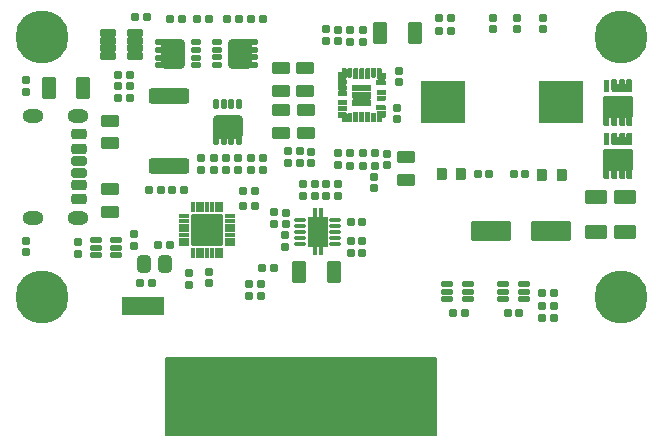
<source format=gbr>
%TF.GenerationSoftware,KiCad,Pcbnew,9.0.2*%
%TF.CreationDate,2026-02-05T18:46:00+01:00*%
%TF.ProjectId,PDNode-PDCard,50444e6f-6465-42d5-9044-436172642e6b,rev?*%
%TF.SameCoordinates,Original*%
%TF.FileFunction,Soldermask,Top*%
%TF.FilePolarity,Negative*%
%FSLAX46Y46*%
G04 Gerber Fmt 4.6, Leading zero omitted, Abs format (unit mm)*
G04 Created by KiCad (PCBNEW 9.0.2) date 2026-02-05 18:46:00*
%MOMM*%
%LPD*%
G01*
G04 APERTURE LIST*
G04 Aperture macros list*
%AMRoundRect*
0 Rectangle with rounded corners*
0 $1 Rounding radius*
0 $2 $3 $4 $5 $6 $7 $8 $9 X,Y pos of 4 corners*
0 Add a 4 corners polygon primitive as box body*
4,1,4,$2,$3,$4,$5,$6,$7,$8,$9,$2,$3,0*
0 Add four circle primitives for the rounded corners*
1,1,$1+$1,$2,$3*
1,1,$1+$1,$4,$5*
1,1,$1+$1,$6,$7*
1,1,$1+$1,$8,$9*
0 Add four rect primitives between the rounded corners*
20,1,$1+$1,$2,$3,$4,$5,0*
20,1,$1+$1,$4,$5,$6,$7,0*
20,1,$1+$1,$6,$7,$8,$9,0*
20,1,$1+$1,$8,$9,$2,$3,0*%
G04 Aperture macros list end*
%ADD10C,0.150000*%
%ADD11C,0.010000*%
%ADD12C,0.800000*%
%ADD13C,4.500000*%
%ADD14RoundRect,0.172500X0.197500X-0.172500X0.197500X0.172500X-0.197500X0.172500X-0.197500X-0.172500X0*%
%ADD15RoundRect,0.130000X0.270000X0.130000X-0.270000X0.130000X-0.270000X-0.130000X0.270000X-0.130000X0*%
%ADD16RoundRect,0.305625X0.713125X0.930731X-0.713125X0.930731X-0.713125X-0.930731X0.713125X-0.930731X0*%
%ADD17RoundRect,0.078000X0.409500X0.182000X-0.409500X0.182000X-0.409500X-0.182000X0.409500X-0.182000X0*%
%ADD18RoundRect,0.050000X1.775000X1.750000X-1.775000X1.750000X-1.775000X-1.750000X1.775000X-1.750000X0*%
%ADD19RoundRect,0.265625X1.446875X0.584375X-1.446875X0.584375X-1.446875X-0.584375X1.446875X-0.584375X0*%
%ADD20RoundRect,0.225000X0.225000X0.300000X-0.225000X0.300000X-0.225000X-0.300000X0.225000X-0.300000X0*%
%ADD21RoundRect,0.087500X-0.375000X-0.087500X0.375000X-0.087500X0.375000X0.087500X-0.375000X0.087500X0*%
%ADD22RoundRect,0.087500X-0.087500X-0.375000X0.087500X-0.375000X0.087500X0.375000X-0.087500X0.375000X0*%
%ADD23RoundRect,0.050000X-1.300000X-1.300000X1.300000X-1.300000X1.300000X1.300000X-1.300000X1.300000X0*%
%ADD24RoundRect,0.160000X0.160000X0.210000X-0.160000X0.210000X-0.160000X-0.210000X0.160000X-0.210000X0*%
%ADD25RoundRect,0.160000X0.210000X-0.160000X0.210000X0.160000X-0.210000X0.160000X-0.210000X-0.160000X0*%
%ADD26RoundRect,0.271739X-0.353261X-0.678261X0.353261X-0.678261X0.353261X0.678261X-0.353261X0.678261X0*%
%ADD27RoundRect,0.274390X-0.288110X-0.475610X0.288110X-0.475610X0.288110X0.475610X-0.288110X0.475610X0*%
%ADD28RoundRect,0.271739X-0.678261X0.353261X-0.678261X-0.353261X0.678261X-0.353261X0.678261X0.353261X0*%
%ADD29RoundRect,0.160000X-0.160000X-0.210000X0.160000X-0.210000X0.160000X0.210000X-0.160000X0.210000X0*%
%ADD30RoundRect,0.160000X-0.210000X0.160000X-0.210000X-0.160000X0.210000X-0.160000X0.210000X0.160000X0*%
%ADD31RoundRect,0.165000X-0.165000X-0.195000X0.165000X-0.195000X0.165000X0.195000X-0.165000X0.195000X0*%
%ADD32RoundRect,0.200000X-0.450000X0.200000X-0.450000X-0.200000X0.450000X-0.200000X0.450000X0.200000X0*%
%ADD33RoundRect,0.215000X0.435000X-0.215000X0.435000X0.215000X-0.435000X0.215000X-0.435000X-0.215000X0*%
%ADD34RoundRect,0.225000X0.425000X-0.225000X0.425000X0.225000X-0.425000X0.225000X-0.425000X-0.225000X0*%
%ADD35RoundRect,0.200000X0.450000X-0.200000X0.450000X0.200000X-0.450000X0.200000X-0.450000X-0.200000X0*%
%ADD36RoundRect,0.215000X-0.435000X0.215000X-0.435000X-0.215000X0.435000X-0.215000X0.435000X0.215000X0*%
%ADD37RoundRect,0.225000X-0.425000X0.225000X-0.425000X-0.225000X0.425000X-0.225000X0.425000X0.225000X0*%
%ADD38O,1.800000X1.200000*%
%ADD39RoundRect,0.165000X0.165000X0.195000X-0.165000X0.195000X-0.165000X-0.195000X0.165000X-0.195000X0*%
%ADD40RoundRect,0.275000X0.500000X-0.275000X0.500000X0.275000X-0.500000X0.275000X-0.500000X-0.275000X0*%
%ADD41RoundRect,0.165000X0.195000X-0.165000X0.195000X0.165000X-0.195000X0.165000X-0.195000X-0.165000X0*%
%ADD42RoundRect,0.050000X-0.350000X-2.150000X0.350000X-2.150000X0.350000X2.150000X-0.350000X2.150000X0*%
%ADD43RoundRect,0.050000X-0.350000X-1.600000X0.350000X-1.600000X0.350000X1.600000X-0.350000X1.600000X0*%
%ADD44RoundRect,0.050000X0.500000X0.750000X-0.500000X0.750000X-0.500000X-0.750000X0.500000X-0.750000X0*%
%ADD45RoundRect,0.225000X-0.225000X-0.300000X0.225000X-0.300000X0.225000X0.300000X-0.225000X0.300000X0*%
%ADD46RoundRect,0.095000X0.380000X0.095000X-0.380000X0.095000X-0.380000X-0.095000X0.380000X-0.095000X0*%
%ADD47RoundRect,0.050000X0.140000X0.350000X-0.140000X0.350000X-0.140000X-0.350000X0.140000X-0.350000X0*%
%ADD48RoundRect,0.050000X0.825000X1.200000X-0.825000X1.200000X-0.825000X-1.200000X0.825000X-1.200000X0*%
%ADD49RoundRect,0.271739X0.353261X0.678261X-0.353261X0.678261X-0.353261X-0.678261X0.353261X-0.678261X0*%
%ADD50RoundRect,0.165000X-0.195000X0.165000X-0.195000X-0.165000X0.195000X-0.165000X0.195000X0.165000X0*%
%ADD51RoundRect,0.125000X0.425000X0.125000X-0.425000X0.125000X-0.425000X-0.125000X0.425000X-0.125000X0*%
%ADD52RoundRect,0.125000X-0.425000X-0.125000X0.425000X-0.125000X0.425000X0.125000X-0.425000X0.125000X0*%
%ADD53RoundRect,0.066750X-0.155750X0.433250X-0.155750X-0.433250X0.155750X-0.433250X0.155750X0.433250X0*%
%ADD54RoundRect,0.097500X-0.777500X0.227500X-0.777500X-0.227500X0.777500X-0.227500X0.777500X0.227500X0*%
%ADD55RoundRect,0.066000X-0.154000X0.434000X-0.154000X-0.434000X0.154000X-0.434000X0.154000X0.434000X0*%
%ADD56RoundRect,0.282750X-1.017250X-0.659750X1.017250X-0.659750X1.017250X0.659750X-1.017250X0.659750X0*%
%ADD57RoundRect,0.066750X-0.155750X0.358250X-0.155750X-0.358250X0.155750X-0.358250X0.155750X0.358250X0*%
%ADD58RoundRect,0.066000X-0.154000X0.359000X-0.154000X-0.359000X0.154000X-0.359000X0.154000X0.359000X0*%
%ADD59RoundRect,0.275000X-0.500000X0.275000X-0.500000X-0.275000X0.500000X-0.275000X0.500000X0.275000X0*%
%ADD60RoundRect,0.172500X-0.197500X0.172500X-0.197500X-0.172500X0.197500X-0.172500X0.197500X0.172500X0*%
%ADD61RoundRect,0.130000X-0.130000X0.270000X-0.130000X-0.270000X0.130000X-0.270000X0.130000X0.270000X0*%
%ADD62RoundRect,0.305625X-0.930731X0.713125X-0.930731X-0.713125X0.930731X-0.713125X0.930731X0.713125X0*%
%ADD63RoundRect,0.078000X-0.182000X0.409500X-0.182000X-0.409500X0.182000X-0.409500X0.182000X0.409500X0*%
%ADD64RoundRect,0.150000X0.562500X0.150000X-0.562500X0.150000X-0.562500X-0.150000X0.562500X-0.150000X0*%
%ADD65RoundRect,0.130000X-0.270000X-0.130000X0.270000X-0.130000X0.270000X0.130000X-0.270000X0.130000X0*%
%ADD66RoundRect,0.305625X-0.713125X-0.930731X0.713125X-0.930731X0.713125X0.930731X-0.713125X0.930731X0*%
%ADD67RoundRect,0.078000X-0.409500X-0.182000X0.409500X-0.182000X0.409500X0.182000X-0.409500X0.182000X0*%
%ADD68RoundRect,0.270409X-1.454591X0.392091X-1.454591X-0.392091X1.454591X-0.392091X1.454591X0.392091X0*%
G04 APERTURE END LIST*
D10*
X12975000Y5875000D02*
X35800000Y5875000D01*
X35800000Y-725000D01*
X12975000Y-725000D01*
X12975000Y5875000D01*
G36*
X12975000Y5875000D02*
G01*
X35800000Y5875000D01*
X35800000Y-725000D01*
X12975000Y-725000D01*
X12975000Y5875000D01*
G37*
D11*
%TO.C,IC1*%
X28127500Y29414000D02*
X28133500Y29414000D01*
X28138500Y29413000D01*
X28143500Y29412000D01*
X28148500Y29410000D01*
X28153500Y29408000D01*
X28158500Y29406000D01*
X28162500Y29404000D01*
X28167500Y29402000D01*
X28171500Y29399000D01*
X28176500Y29396000D01*
X28180500Y29393000D01*
X28184500Y29389000D01*
X28188500Y29386000D01*
X28191500Y29382000D01*
X28195500Y29378000D01*
X28198500Y29374000D01*
X28201500Y29369000D01*
X28204500Y29365000D01*
X28206500Y29360000D01*
X28208500Y29356000D01*
X28210500Y29351000D01*
X28212500Y29346000D01*
X28214500Y29341000D01*
X28215500Y29336000D01*
X28216500Y29331000D01*
X28216500Y29325000D01*
X28217500Y29320000D01*
X28217500Y29315000D01*
X28217500Y29165000D01*
X28217500Y29160000D01*
X28216500Y29155000D01*
X28216500Y29149000D01*
X28215500Y29144000D01*
X28214500Y29139000D01*
X28212500Y29134000D01*
X28210500Y29129000D01*
X28208500Y29124000D01*
X28206500Y29120000D01*
X28204500Y29115000D01*
X28201500Y29111000D01*
X28198500Y29106000D01*
X28195500Y29102000D01*
X28191500Y29098000D01*
X28188500Y29094000D01*
X28184500Y29091000D01*
X28180500Y29087000D01*
X28176500Y29084000D01*
X28171500Y29081000D01*
X28167500Y29078000D01*
X28162500Y29076000D01*
X28158500Y29074000D01*
X28153500Y29072000D01*
X28148500Y29070000D01*
X28143500Y29068000D01*
X28138500Y29067000D01*
X28133500Y29066000D01*
X28127500Y29066000D01*
X28122500Y29065000D01*
X28117500Y29065000D01*
X27592500Y29065000D01*
X27587500Y29065000D01*
X27582500Y29066000D01*
X27576500Y29066000D01*
X27571500Y29067000D01*
X27566500Y29068000D01*
X27561500Y29070000D01*
X27556500Y29072000D01*
X27551500Y29074000D01*
X27547500Y29076000D01*
X27542500Y29078000D01*
X27538500Y29081000D01*
X27533500Y29084000D01*
X27529500Y29087000D01*
X27525500Y29091000D01*
X27521500Y29094000D01*
X27518500Y29098000D01*
X27514500Y29102000D01*
X27511500Y29106000D01*
X27508500Y29111000D01*
X27505500Y29115000D01*
X27503500Y29120000D01*
X27501500Y29124000D01*
X27499500Y29129000D01*
X27497500Y29134000D01*
X27495500Y29139000D01*
X27494500Y29144000D01*
X27493500Y29149000D01*
X27493500Y29155000D01*
X27492500Y29160000D01*
X27492500Y29165000D01*
X27492500Y29315000D01*
X27492500Y29320000D01*
X27493500Y29325000D01*
X27493500Y29331000D01*
X27494500Y29336000D01*
X27495500Y29341000D01*
X27497500Y29346000D01*
X27499500Y29351000D01*
X27501500Y29356000D01*
X27503500Y29360000D01*
X27505500Y29365000D01*
X27508500Y29369000D01*
X27511500Y29374000D01*
X27514500Y29378000D01*
X27518500Y29382000D01*
X27521500Y29386000D01*
X27525500Y29389000D01*
X27529500Y29393000D01*
X27533500Y29396000D01*
X27538500Y29399000D01*
X27542500Y29402000D01*
X27547500Y29404000D01*
X27551500Y29406000D01*
X27556500Y29408000D01*
X27561500Y29410000D01*
X27566500Y29412000D01*
X27571500Y29413000D01*
X27576500Y29414000D01*
X27582500Y29414000D01*
X27587500Y29415000D01*
X27592500Y29415000D01*
X28117500Y29415000D01*
X28122500Y29415000D01*
X28127500Y29414000D01*
G36*
X28127500Y29414000D02*
G01*
X28133500Y29414000D01*
X28138500Y29413000D01*
X28143500Y29412000D01*
X28148500Y29410000D01*
X28153500Y29408000D01*
X28158500Y29406000D01*
X28162500Y29404000D01*
X28167500Y29402000D01*
X28171500Y29399000D01*
X28176500Y29396000D01*
X28180500Y29393000D01*
X28184500Y29389000D01*
X28188500Y29386000D01*
X28191500Y29382000D01*
X28195500Y29378000D01*
X28198500Y29374000D01*
X28201500Y29369000D01*
X28204500Y29365000D01*
X28206500Y29360000D01*
X28208500Y29356000D01*
X28210500Y29351000D01*
X28212500Y29346000D01*
X28214500Y29341000D01*
X28215500Y29336000D01*
X28216500Y29331000D01*
X28216500Y29325000D01*
X28217500Y29320000D01*
X28217500Y29315000D01*
X28217500Y29165000D01*
X28217500Y29160000D01*
X28216500Y29155000D01*
X28216500Y29149000D01*
X28215500Y29144000D01*
X28214500Y29139000D01*
X28212500Y29134000D01*
X28210500Y29129000D01*
X28208500Y29124000D01*
X28206500Y29120000D01*
X28204500Y29115000D01*
X28201500Y29111000D01*
X28198500Y29106000D01*
X28195500Y29102000D01*
X28191500Y29098000D01*
X28188500Y29094000D01*
X28184500Y29091000D01*
X28180500Y29087000D01*
X28176500Y29084000D01*
X28171500Y29081000D01*
X28167500Y29078000D01*
X28162500Y29076000D01*
X28158500Y29074000D01*
X28153500Y29072000D01*
X28148500Y29070000D01*
X28143500Y29068000D01*
X28138500Y29067000D01*
X28133500Y29066000D01*
X28127500Y29066000D01*
X28122500Y29065000D01*
X28117500Y29065000D01*
X27592500Y29065000D01*
X27587500Y29065000D01*
X27582500Y29066000D01*
X27576500Y29066000D01*
X27571500Y29067000D01*
X27566500Y29068000D01*
X27561500Y29070000D01*
X27556500Y29072000D01*
X27551500Y29074000D01*
X27547500Y29076000D01*
X27542500Y29078000D01*
X27538500Y29081000D01*
X27533500Y29084000D01*
X27529500Y29087000D01*
X27525500Y29091000D01*
X27521500Y29094000D01*
X27518500Y29098000D01*
X27514500Y29102000D01*
X27511500Y29106000D01*
X27508500Y29111000D01*
X27505500Y29115000D01*
X27503500Y29120000D01*
X27501500Y29124000D01*
X27499500Y29129000D01*
X27497500Y29134000D01*
X27495500Y29139000D01*
X27494500Y29144000D01*
X27493500Y29149000D01*
X27493500Y29155000D01*
X27492500Y29160000D01*
X27492500Y29165000D01*
X27492500Y29315000D01*
X27492500Y29320000D01*
X27493500Y29325000D01*
X27493500Y29331000D01*
X27494500Y29336000D01*
X27495500Y29341000D01*
X27497500Y29346000D01*
X27499500Y29351000D01*
X27501500Y29356000D01*
X27503500Y29360000D01*
X27505500Y29365000D01*
X27508500Y29369000D01*
X27511500Y29374000D01*
X27514500Y29378000D01*
X27518500Y29382000D01*
X27521500Y29386000D01*
X27525500Y29389000D01*
X27529500Y29393000D01*
X27533500Y29396000D01*
X27538500Y29399000D01*
X27542500Y29402000D01*
X27547500Y29404000D01*
X27551500Y29406000D01*
X27556500Y29408000D01*
X27561500Y29410000D01*
X27566500Y29412000D01*
X27571500Y29413000D01*
X27576500Y29414000D01*
X27582500Y29414000D01*
X27587500Y29415000D01*
X27592500Y29415000D01*
X28117500Y29415000D01*
X28122500Y29415000D01*
X28127500Y29414000D01*
G37*
X28127500Y28914000D02*
X28133500Y28914000D01*
X28138500Y28913000D01*
X28143500Y28912000D01*
X28148500Y28910000D01*
X28153500Y28908000D01*
X28158500Y28906000D01*
X28162500Y28904000D01*
X28167500Y28902000D01*
X28171500Y28899000D01*
X28176500Y28896000D01*
X28180500Y28893000D01*
X28184500Y28889000D01*
X28188500Y28886000D01*
X28191500Y28882000D01*
X28195500Y28878000D01*
X28198500Y28874000D01*
X28201500Y28869000D01*
X28204500Y28865000D01*
X28206500Y28860000D01*
X28208500Y28856000D01*
X28210500Y28851000D01*
X28212500Y28846000D01*
X28214500Y28841000D01*
X28215500Y28836000D01*
X28216500Y28831000D01*
X28216500Y28825000D01*
X28217500Y28820000D01*
X28217500Y28815000D01*
X28217500Y28665000D01*
X28217500Y28660000D01*
X28216500Y28655000D01*
X28216500Y28649000D01*
X28215500Y28644000D01*
X28214500Y28639000D01*
X28212500Y28634000D01*
X28210500Y28629000D01*
X28208500Y28624000D01*
X28206500Y28620000D01*
X28204500Y28615000D01*
X28201500Y28611000D01*
X28198500Y28606000D01*
X28195500Y28602000D01*
X28191500Y28598000D01*
X28188500Y28594000D01*
X28184500Y28591000D01*
X28180500Y28587000D01*
X28176500Y28584000D01*
X28171500Y28581000D01*
X28167500Y28578000D01*
X28162500Y28576000D01*
X28158500Y28574000D01*
X28153500Y28572000D01*
X28148500Y28570000D01*
X28143500Y28568000D01*
X28138500Y28567000D01*
X28133500Y28566000D01*
X28127500Y28566000D01*
X28122500Y28565000D01*
X28117500Y28565000D01*
X27592500Y28565000D01*
X27587500Y28565000D01*
X27582500Y28566000D01*
X27576500Y28566000D01*
X27571500Y28567000D01*
X27566500Y28568000D01*
X27561500Y28570000D01*
X27556500Y28572000D01*
X27551500Y28574000D01*
X27547500Y28576000D01*
X27542500Y28578000D01*
X27538500Y28581000D01*
X27533500Y28584000D01*
X27529500Y28587000D01*
X27525500Y28591000D01*
X27521500Y28594000D01*
X27518500Y28598000D01*
X27514500Y28602000D01*
X27511500Y28606000D01*
X27508500Y28611000D01*
X27505500Y28615000D01*
X27503500Y28620000D01*
X27501500Y28624000D01*
X27499500Y28629000D01*
X27497500Y28634000D01*
X27495500Y28639000D01*
X27494500Y28644000D01*
X27493500Y28649000D01*
X27493500Y28655000D01*
X27492500Y28660000D01*
X27492500Y28665000D01*
X27492500Y28815000D01*
X27492500Y28820000D01*
X27493500Y28825000D01*
X27493500Y28831000D01*
X27494500Y28836000D01*
X27495500Y28841000D01*
X27497500Y28846000D01*
X27499500Y28851000D01*
X27501500Y28856000D01*
X27503500Y28860000D01*
X27505500Y28865000D01*
X27508500Y28869000D01*
X27511500Y28874000D01*
X27514500Y28878000D01*
X27518500Y28882000D01*
X27521500Y28886000D01*
X27525500Y28889000D01*
X27529500Y28893000D01*
X27533500Y28896000D01*
X27538500Y28899000D01*
X27542500Y28902000D01*
X27547500Y28904000D01*
X27551500Y28906000D01*
X27556500Y28908000D01*
X27561500Y28910000D01*
X27566500Y28912000D01*
X27571500Y28913000D01*
X27576500Y28914000D01*
X27582500Y28914000D01*
X27587500Y28915000D01*
X27592500Y28915000D01*
X28117500Y28915000D01*
X28122500Y28915000D01*
X28127500Y28914000D01*
G36*
X28127500Y28914000D02*
G01*
X28133500Y28914000D01*
X28138500Y28913000D01*
X28143500Y28912000D01*
X28148500Y28910000D01*
X28153500Y28908000D01*
X28158500Y28906000D01*
X28162500Y28904000D01*
X28167500Y28902000D01*
X28171500Y28899000D01*
X28176500Y28896000D01*
X28180500Y28893000D01*
X28184500Y28889000D01*
X28188500Y28886000D01*
X28191500Y28882000D01*
X28195500Y28878000D01*
X28198500Y28874000D01*
X28201500Y28869000D01*
X28204500Y28865000D01*
X28206500Y28860000D01*
X28208500Y28856000D01*
X28210500Y28851000D01*
X28212500Y28846000D01*
X28214500Y28841000D01*
X28215500Y28836000D01*
X28216500Y28831000D01*
X28216500Y28825000D01*
X28217500Y28820000D01*
X28217500Y28815000D01*
X28217500Y28665000D01*
X28217500Y28660000D01*
X28216500Y28655000D01*
X28216500Y28649000D01*
X28215500Y28644000D01*
X28214500Y28639000D01*
X28212500Y28634000D01*
X28210500Y28629000D01*
X28208500Y28624000D01*
X28206500Y28620000D01*
X28204500Y28615000D01*
X28201500Y28611000D01*
X28198500Y28606000D01*
X28195500Y28602000D01*
X28191500Y28598000D01*
X28188500Y28594000D01*
X28184500Y28591000D01*
X28180500Y28587000D01*
X28176500Y28584000D01*
X28171500Y28581000D01*
X28167500Y28578000D01*
X28162500Y28576000D01*
X28158500Y28574000D01*
X28153500Y28572000D01*
X28148500Y28570000D01*
X28143500Y28568000D01*
X28138500Y28567000D01*
X28133500Y28566000D01*
X28127500Y28566000D01*
X28122500Y28565000D01*
X28117500Y28565000D01*
X27592500Y28565000D01*
X27587500Y28565000D01*
X27582500Y28566000D01*
X27576500Y28566000D01*
X27571500Y28567000D01*
X27566500Y28568000D01*
X27561500Y28570000D01*
X27556500Y28572000D01*
X27551500Y28574000D01*
X27547500Y28576000D01*
X27542500Y28578000D01*
X27538500Y28581000D01*
X27533500Y28584000D01*
X27529500Y28587000D01*
X27525500Y28591000D01*
X27521500Y28594000D01*
X27518500Y28598000D01*
X27514500Y28602000D01*
X27511500Y28606000D01*
X27508500Y28611000D01*
X27505500Y28615000D01*
X27503500Y28620000D01*
X27501500Y28624000D01*
X27499500Y28629000D01*
X27497500Y28634000D01*
X27495500Y28639000D01*
X27494500Y28644000D01*
X27493500Y28649000D01*
X27493500Y28655000D01*
X27492500Y28660000D01*
X27492500Y28665000D01*
X27492500Y28815000D01*
X27492500Y28820000D01*
X27493500Y28825000D01*
X27493500Y28831000D01*
X27494500Y28836000D01*
X27495500Y28841000D01*
X27497500Y28846000D01*
X27499500Y28851000D01*
X27501500Y28856000D01*
X27503500Y28860000D01*
X27505500Y28865000D01*
X27508500Y28869000D01*
X27511500Y28874000D01*
X27514500Y28878000D01*
X27518500Y28882000D01*
X27521500Y28886000D01*
X27525500Y28889000D01*
X27529500Y28893000D01*
X27533500Y28896000D01*
X27538500Y28899000D01*
X27542500Y28902000D01*
X27547500Y28904000D01*
X27551500Y28906000D01*
X27556500Y28908000D01*
X27561500Y28910000D01*
X27566500Y28912000D01*
X27571500Y28913000D01*
X27576500Y28914000D01*
X27582500Y28914000D01*
X27587500Y28915000D01*
X27592500Y28915000D01*
X28117500Y28915000D01*
X28122500Y28915000D01*
X28127500Y28914000D01*
G37*
X28127500Y28414000D02*
X28133500Y28414000D01*
X28138500Y28413000D01*
X28143500Y28412000D01*
X28148500Y28410000D01*
X28153500Y28408000D01*
X28158500Y28406000D01*
X28162500Y28404000D01*
X28167500Y28402000D01*
X28171500Y28399000D01*
X28176500Y28396000D01*
X28180500Y28393000D01*
X28184500Y28389000D01*
X28188500Y28386000D01*
X28191500Y28382000D01*
X28195500Y28378000D01*
X28198500Y28374000D01*
X28201500Y28369000D01*
X28204500Y28365000D01*
X28206500Y28360000D01*
X28208500Y28356000D01*
X28210500Y28351000D01*
X28212500Y28346000D01*
X28214500Y28341000D01*
X28215500Y28336000D01*
X28216500Y28331000D01*
X28216500Y28325000D01*
X28217500Y28320000D01*
X28217500Y28315000D01*
X28217500Y28165000D01*
X28217500Y28160000D01*
X28216500Y28155000D01*
X28216500Y28149000D01*
X28215500Y28144000D01*
X28214500Y28139000D01*
X28212500Y28134000D01*
X28210500Y28129000D01*
X28208500Y28124000D01*
X28206500Y28120000D01*
X28204500Y28115000D01*
X28201500Y28111000D01*
X28198500Y28106000D01*
X28195500Y28102000D01*
X28191500Y28098000D01*
X28188500Y28094000D01*
X28184500Y28091000D01*
X28180500Y28087000D01*
X28176500Y28084000D01*
X28171500Y28081000D01*
X28167500Y28078000D01*
X28162500Y28076000D01*
X28158500Y28074000D01*
X28153500Y28072000D01*
X28148500Y28070000D01*
X28143500Y28068000D01*
X28138500Y28067000D01*
X28133500Y28066000D01*
X28127500Y28066000D01*
X28122500Y28065000D01*
X28117500Y28065000D01*
X27592500Y28065000D01*
X27587500Y28065000D01*
X27582500Y28066000D01*
X27576500Y28066000D01*
X27571500Y28067000D01*
X27566500Y28068000D01*
X27561500Y28070000D01*
X27556500Y28072000D01*
X27551500Y28074000D01*
X27547500Y28076000D01*
X27542500Y28078000D01*
X27538500Y28081000D01*
X27533500Y28084000D01*
X27529500Y28087000D01*
X27525500Y28091000D01*
X27521500Y28094000D01*
X27518500Y28098000D01*
X27514500Y28102000D01*
X27511500Y28106000D01*
X27508500Y28111000D01*
X27505500Y28115000D01*
X27503500Y28120000D01*
X27501500Y28124000D01*
X27499500Y28129000D01*
X27497500Y28134000D01*
X27495500Y28139000D01*
X27494500Y28144000D01*
X27493500Y28149000D01*
X27493500Y28155000D01*
X27492500Y28160000D01*
X27492500Y28165000D01*
X27492500Y28315000D01*
X27492500Y28320000D01*
X27493500Y28325000D01*
X27493500Y28331000D01*
X27494500Y28336000D01*
X27495500Y28341000D01*
X27497500Y28346000D01*
X27499500Y28351000D01*
X27501500Y28356000D01*
X27503500Y28360000D01*
X27505500Y28365000D01*
X27508500Y28369000D01*
X27511500Y28374000D01*
X27514500Y28378000D01*
X27518500Y28382000D01*
X27521500Y28386000D01*
X27525500Y28389000D01*
X27529500Y28393000D01*
X27533500Y28396000D01*
X27538500Y28399000D01*
X27542500Y28402000D01*
X27547500Y28404000D01*
X27551500Y28406000D01*
X27556500Y28408000D01*
X27561500Y28410000D01*
X27566500Y28412000D01*
X27571500Y28413000D01*
X27576500Y28414000D01*
X27582500Y28414000D01*
X27587500Y28415000D01*
X27592500Y28415000D01*
X28117500Y28415000D01*
X28122500Y28415000D01*
X28127500Y28414000D01*
G36*
X28127500Y28414000D02*
G01*
X28133500Y28414000D01*
X28138500Y28413000D01*
X28143500Y28412000D01*
X28148500Y28410000D01*
X28153500Y28408000D01*
X28158500Y28406000D01*
X28162500Y28404000D01*
X28167500Y28402000D01*
X28171500Y28399000D01*
X28176500Y28396000D01*
X28180500Y28393000D01*
X28184500Y28389000D01*
X28188500Y28386000D01*
X28191500Y28382000D01*
X28195500Y28378000D01*
X28198500Y28374000D01*
X28201500Y28369000D01*
X28204500Y28365000D01*
X28206500Y28360000D01*
X28208500Y28356000D01*
X28210500Y28351000D01*
X28212500Y28346000D01*
X28214500Y28341000D01*
X28215500Y28336000D01*
X28216500Y28331000D01*
X28216500Y28325000D01*
X28217500Y28320000D01*
X28217500Y28315000D01*
X28217500Y28165000D01*
X28217500Y28160000D01*
X28216500Y28155000D01*
X28216500Y28149000D01*
X28215500Y28144000D01*
X28214500Y28139000D01*
X28212500Y28134000D01*
X28210500Y28129000D01*
X28208500Y28124000D01*
X28206500Y28120000D01*
X28204500Y28115000D01*
X28201500Y28111000D01*
X28198500Y28106000D01*
X28195500Y28102000D01*
X28191500Y28098000D01*
X28188500Y28094000D01*
X28184500Y28091000D01*
X28180500Y28087000D01*
X28176500Y28084000D01*
X28171500Y28081000D01*
X28167500Y28078000D01*
X28162500Y28076000D01*
X28158500Y28074000D01*
X28153500Y28072000D01*
X28148500Y28070000D01*
X28143500Y28068000D01*
X28138500Y28067000D01*
X28133500Y28066000D01*
X28127500Y28066000D01*
X28122500Y28065000D01*
X28117500Y28065000D01*
X27592500Y28065000D01*
X27587500Y28065000D01*
X27582500Y28066000D01*
X27576500Y28066000D01*
X27571500Y28067000D01*
X27566500Y28068000D01*
X27561500Y28070000D01*
X27556500Y28072000D01*
X27551500Y28074000D01*
X27547500Y28076000D01*
X27542500Y28078000D01*
X27538500Y28081000D01*
X27533500Y28084000D01*
X27529500Y28087000D01*
X27525500Y28091000D01*
X27521500Y28094000D01*
X27518500Y28098000D01*
X27514500Y28102000D01*
X27511500Y28106000D01*
X27508500Y28111000D01*
X27505500Y28115000D01*
X27503500Y28120000D01*
X27501500Y28124000D01*
X27499500Y28129000D01*
X27497500Y28134000D01*
X27495500Y28139000D01*
X27494500Y28144000D01*
X27493500Y28149000D01*
X27493500Y28155000D01*
X27492500Y28160000D01*
X27492500Y28165000D01*
X27492500Y28315000D01*
X27492500Y28320000D01*
X27493500Y28325000D01*
X27493500Y28331000D01*
X27494500Y28336000D01*
X27495500Y28341000D01*
X27497500Y28346000D01*
X27499500Y28351000D01*
X27501500Y28356000D01*
X27503500Y28360000D01*
X27505500Y28365000D01*
X27508500Y28369000D01*
X27511500Y28374000D01*
X27514500Y28378000D01*
X27518500Y28382000D01*
X27521500Y28386000D01*
X27525500Y28389000D01*
X27529500Y28393000D01*
X27533500Y28396000D01*
X27538500Y28399000D01*
X27542500Y28402000D01*
X27547500Y28404000D01*
X27551500Y28406000D01*
X27556500Y28408000D01*
X27561500Y28410000D01*
X27566500Y28412000D01*
X27571500Y28413000D01*
X27576500Y28414000D01*
X27582500Y28414000D01*
X27587500Y28415000D01*
X27592500Y28415000D01*
X28117500Y28415000D01*
X28122500Y28415000D01*
X28127500Y28414000D01*
G37*
X28127500Y27664000D02*
X28133500Y27664000D01*
X28138500Y27663000D01*
X28143500Y27662000D01*
X28148500Y27660000D01*
X28153500Y27658000D01*
X28158500Y27656000D01*
X28162500Y27654000D01*
X28167500Y27652000D01*
X28171500Y27649000D01*
X28176500Y27646000D01*
X28180500Y27643000D01*
X28184500Y27639000D01*
X28188500Y27636000D01*
X28191500Y27632000D01*
X28195500Y27628000D01*
X28198500Y27624000D01*
X28201500Y27619000D01*
X28204500Y27615000D01*
X28206500Y27610000D01*
X28208500Y27606000D01*
X28210500Y27601000D01*
X28212500Y27596000D01*
X28214500Y27591000D01*
X28215500Y27586000D01*
X28216500Y27581000D01*
X28216500Y27575000D01*
X28217500Y27570000D01*
X28217500Y27565000D01*
X28217500Y27415000D01*
X28217500Y27410000D01*
X28216500Y27405000D01*
X28216500Y27399000D01*
X28215500Y27394000D01*
X28214500Y27389000D01*
X28212500Y27384000D01*
X28210500Y27379000D01*
X28208500Y27374000D01*
X28206500Y27370000D01*
X28204500Y27365000D01*
X28201500Y27361000D01*
X28198500Y27356000D01*
X28195500Y27352000D01*
X28191500Y27348000D01*
X28188500Y27344000D01*
X28184500Y27341000D01*
X28180500Y27337000D01*
X28176500Y27334000D01*
X28171500Y27331000D01*
X28167500Y27328000D01*
X28162500Y27326000D01*
X28158500Y27324000D01*
X28153500Y27322000D01*
X28148500Y27320000D01*
X28143500Y27318000D01*
X28138500Y27317000D01*
X28133500Y27316000D01*
X28127500Y27316000D01*
X28122500Y27315000D01*
X28117500Y27315000D01*
X27592500Y27315000D01*
X27587500Y27315000D01*
X27582500Y27316000D01*
X27576500Y27316000D01*
X27571500Y27317000D01*
X27566500Y27318000D01*
X27561500Y27320000D01*
X27556500Y27322000D01*
X27551500Y27324000D01*
X27547500Y27326000D01*
X27542500Y27328000D01*
X27538500Y27331000D01*
X27533500Y27334000D01*
X27529500Y27337000D01*
X27525500Y27341000D01*
X27521500Y27344000D01*
X27518500Y27348000D01*
X27514500Y27352000D01*
X27511500Y27356000D01*
X27508500Y27361000D01*
X27505500Y27365000D01*
X27503500Y27370000D01*
X27501500Y27374000D01*
X27499500Y27379000D01*
X27497500Y27384000D01*
X27495500Y27389000D01*
X27494500Y27394000D01*
X27493500Y27399000D01*
X27493500Y27405000D01*
X27492500Y27410000D01*
X27492500Y27415000D01*
X27492500Y27565000D01*
X27492500Y27570000D01*
X27493500Y27575000D01*
X27493500Y27581000D01*
X27494500Y27586000D01*
X27495500Y27591000D01*
X27497500Y27596000D01*
X27499500Y27601000D01*
X27501500Y27606000D01*
X27503500Y27610000D01*
X27505500Y27615000D01*
X27508500Y27619000D01*
X27511500Y27624000D01*
X27514500Y27628000D01*
X27518500Y27632000D01*
X27521500Y27636000D01*
X27525500Y27639000D01*
X27529500Y27643000D01*
X27533500Y27646000D01*
X27538500Y27649000D01*
X27542500Y27652000D01*
X27547500Y27654000D01*
X27551500Y27656000D01*
X27556500Y27658000D01*
X27561500Y27660000D01*
X27566500Y27662000D01*
X27571500Y27663000D01*
X27576500Y27664000D01*
X27582500Y27664000D01*
X27587500Y27665000D01*
X27592500Y27665000D01*
X28117500Y27665000D01*
X28122500Y27665000D01*
X28127500Y27664000D01*
G36*
X28127500Y27664000D02*
G01*
X28133500Y27664000D01*
X28138500Y27663000D01*
X28143500Y27662000D01*
X28148500Y27660000D01*
X28153500Y27658000D01*
X28158500Y27656000D01*
X28162500Y27654000D01*
X28167500Y27652000D01*
X28171500Y27649000D01*
X28176500Y27646000D01*
X28180500Y27643000D01*
X28184500Y27639000D01*
X28188500Y27636000D01*
X28191500Y27632000D01*
X28195500Y27628000D01*
X28198500Y27624000D01*
X28201500Y27619000D01*
X28204500Y27615000D01*
X28206500Y27610000D01*
X28208500Y27606000D01*
X28210500Y27601000D01*
X28212500Y27596000D01*
X28214500Y27591000D01*
X28215500Y27586000D01*
X28216500Y27581000D01*
X28216500Y27575000D01*
X28217500Y27570000D01*
X28217500Y27565000D01*
X28217500Y27415000D01*
X28217500Y27410000D01*
X28216500Y27405000D01*
X28216500Y27399000D01*
X28215500Y27394000D01*
X28214500Y27389000D01*
X28212500Y27384000D01*
X28210500Y27379000D01*
X28208500Y27374000D01*
X28206500Y27370000D01*
X28204500Y27365000D01*
X28201500Y27361000D01*
X28198500Y27356000D01*
X28195500Y27352000D01*
X28191500Y27348000D01*
X28188500Y27344000D01*
X28184500Y27341000D01*
X28180500Y27337000D01*
X28176500Y27334000D01*
X28171500Y27331000D01*
X28167500Y27328000D01*
X28162500Y27326000D01*
X28158500Y27324000D01*
X28153500Y27322000D01*
X28148500Y27320000D01*
X28143500Y27318000D01*
X28138500Y27317000D01*
X28133500Y27316000D01*
X28127500Y27316000D01*
X28122500Y27315000D01*
X28117500Y27315000D01*
X27592500Y27315000D01*
X27587500Y27315000D01*
X27582500Y27316000D01*
X27576500Y27316000D01*
X27571500Y27317000D01*
X27566500Y27318000D01*
X27561500Y27320000D01*
X27556500Y27322000D01*
X27551500Y27324000D01*
X27547500Y27326000D01*
X27542500Y27328000D01*
X27538500Y27331000D01*
X27533500Y27334000D01*
X27529500Y27337000D01*
X27525500Y27341000D01*
X27521500Y27344000D01*
X27518500Y27348000D01*
X27514500Y27352000D01*
X27511500Y27356000D01*
X27508500Y27361000D01*
X27505500Y27365000D01*
X27503500Y27370000D01*
X27501500Y27374000D01*
X27499500Y27379000D01*
X27497500Y27384000D01*
X27495500Y27389000D01*
X27494500Y27394000D01*
X27493500Y27399000D01*
X27493500Y27405000D01*
X27492500Y27410000D01*
X27492500Y27415000D01*
X27492500Y27565000D01*
X27492500Y27570000D01*
X27493500Y27575000D01*
X27493500Y27581000D01*
X27494500Y27586000D01*
X27495500Y27591000D01*
X27497500Y27596000D01*
X27499500Y27601000D01*
X27501500Y27606000D01*
X27503500Y27610000D01*
X27505500Y27615000D01*
X27508500Y27619000D01*
X27511500Y27624000D01*
X27514500Y27628000D01*
X27518500Y27632000D01*
X27521500Y27636000D01*
X27525500Y27639000D01*
X27529500Y27643000D01*
X27533500Y27646000D01*
X27538500Y27649000D01*
X27542500Y27652000D01*
X27547500Y27654000D01*
X27551500Y27656000D01*
X27556500Y27658000D01*
X27561500Y27660000D01*
X27566500Y27662000D01*
X27571500Y27663000D01*
X27576500Y27664000D01*
X27582500Y27664000D01*
X27587500Y27665000D01*
X27592500Y27665000D01*
X28117500Y27665000D01*
X28122500Y27665000D01*
X28127500Y27664000D01*
G37*
X28127500Y27164000D02*
X28133500Y27164000D01*
X28138500Y27163000D01*
X28143500Y27162000D01*
X28148500Y27160000D01*
X28153500Y27158000D01*
X28158500Y27156000D01*
X28162500Y27154000D01*
X28167500Y27152000D01*
X28171500Y27149000D01*
X28176500Y27146000D01*
X28180500Y27143000D01*
X28184500Y27139000D01*
X28188500Y27136000D01*
X28191500Y27132000D01*
X28195500Y27128000D01*
X28198500Y27124000D01*
X28201500Y27119000D01*
X28204500Y27115000D01*
X28206500Y27110000D01*
X28208500Y27106000D01*
X28210500Y27101000D01*
X28212500Y27096000D01*
X28214500Y27091000D01*
X28215500Y27086000D01*
X28216500Y27081000D01*
X28216500Y27075000D01*
X28217500Y27070000D01*
X28217500Y27065000D01*
X28217500Y26915000D01*
X28217500Y26910000D01*
X28216500Y26905000D01*
X28216500Y26899000D01*
X28215500Y26894000D01*
X28214500Y26889000D01*
X28212500Y26884000D01*
X28210500Y26879000D01*
X28208500Y26874000D01*
X28206500Y26870000D01*
X28204500Y26865000D01*
X28201500Y26861000D01*
X28198500Y26856000D01*
X28195500Y26852000D01*
X28191500Y26848000D01*
X28188500Y26844000D01*
X28184500Y26841000D01*
X28180500Y26837000D01*
X28176500Y26834000D01*
X28171500Y26831000D01*
X28167500Y26828000D01*
X28162500Y26826000D01*
X28158500Y26824000D01*
X28153500Y26822000D01*
X28148500Y26820000D01*
X28143500Y26818000D01*
X28138500Y26817000D01*
X28133500Y26816000D01*
X28127500Y26816000D01*
X28122500Y26815000D01*
X28117500Y26815000D01*
X27592500Y26815000D01*
X27587500Y26815000D01*
X27582500Y26816000D01*
X27576500Y26816000D01*
X27571500Y26817000D01*
X27566500Y26818000D01*
X27561500Y26820000D01*
X27556500Y26822000D01*
X27551500Y26824000D01*
X27547500Y26826000D01*
X27542500Y26828000D01*
X27538500Y26831000D01*
X27533500Y26834000D01*
X27529500Y26837000D01*
X27525500Y26841000D01*
X27521500Y26844000D01*
X27518500Y26848000D01*
X27514500Y26852000D01*
X27511500Y26856000D01*
X27508500Y26861000D01*
X27505500Y26865000D01*
X27503500Y26870000D01*
X27501500Y26874000D01*
X27499500Y26879000D01*
X27497500Y26884000D01*
X27495500Y26889000D01*
X27494500Y26894000D01*
X27493500Y26899000D01*
X27493500Y26905000D01*
X27492500Y26910000D01*
X27492500Y26915000D01*
X27492500Y27065000D01*
X27492500Y27070000D01*
X27493500Y27075000D01*
X27493500Y27081000D01*
X27494500Y27086000D01*
X27495500Y27091000D01*
X27497500Y27096000D01*
X27499500Y27101000D01*
X27501500Y27106000D01*
X27503500Y27110000D01*
X27505500Y27115000D01*
X27508500Y27119000D01*
X27511500Y27124000D01*
X27514500Y27128000D01*
X27518500Y27132000D01*
X27521500Y27136000D01*
X27525500Y27139000D01*
X27529500Y27143000D01*
X27533500Y27146000D01*
X27538500Y27149000D01*
X27542500Y27152000D01*
X27547500Y27154000D01*
X27551500Y27156000D01*
X27556500Y27158000D01*
X27561500Y27160000D01*
X27566500Y27162000D01*
X27571500Y27163000D01*
X27576500Y27164000D01*
X27582500Y27164000D01*
X27587500Y27165000D01*
X27592500Y27165000D01*
X28117500Y27165000D01*
X28122500Y27165000D01*
X28127500Y27164000D01*
G36*
X28127500Y27164000D02*
G01*
X28133500Y27164000D01*
X28138500Y27163000D01*
X28143500Y27162000D01*
X28148500Y27160000D01*
X28153500Y27158000D01*
X28158500Y27156000D01*
X28162500Y27154000D01*
X28167500Y27152000D01*
X28171500Y27149000D01*
X28176500Y27146000D01*
X28180500Y27143000D01*
X28184500Y27139000D01*
X28188500Y27136000D01*
X28191500Y27132000D01*
X28195500Y27128000D01*
X28198500Y27124000D01*
X28201500Y27119000D01*
X28204500Y27115000D01*
X28206500Y27110000D01*
X28208500Y27106000D01*
X28210500Y27101000D01*
X28212500Y27096000D01*
X28214500Y27091000D01*
X28215500Y27086000D01*
X28216500Y27081000D01*
X28216500Y27075000D01*
X28217500Y27070000D01*
X28217500Y27065000D01*
X28217500Y26915000D01*
X28217500Y26910000D01*
X28216500Y26905000D01*
X28216500Y26899000D01*
X28215500Y26894000D01*
X28214500Y26889000D01*
X28212500Y26884000D01*
X28210500Y26879000D01*
X28208500Y26874000D01*
X28206500Y26870000D01*
X28204500Y26865000D01*
X28201500Y26861000D01*
X28198500Y26856000D01*
X28195500Y26852000D01*
X28191500Y26848000D01*
X28188500Y26844000D01*
X28184500Y26841000D01*
X28180500Y26837000D01*
X28176500Y26834000D01*
X28171500Y26831000D01*
X28167500Y26828000D01*
X28162500Y26826000D01*
X28158500Y26824000D01*
X28153500Y26822000D01*
X28148500Y26820000D01*
X28143500Y26818000D01*
X28138500Y26817000D01*
X28133500Y26816000D01*
X28127500Y26816000D01*
X28122500Y26815000D01*
X28117500Y26815000D01*
X27592500Y26815000D01*
X27587500Y26815000D01*
X27582500Y26816000D01*
X27576500Y26816000D01*
X27571500Y26817000D01*
X27566500Y26818000D01*
X27561500Y26820000D01*
X27556500Y26822000D01*
X27551500Y26824000D01*
X27547500Y26826000D01*
X27542500Y26828000D01*
X27538500Y26831000D01*
X27533500Y26834000D01*
X27529500Y26837000D01*
X27525500Y26841000D01*
X27521500Y26844000D01*
X27518500Y26848000D01*
X27514500Y26852000D01*
X27511500Y26856000D01*
X27508500Y26861000D01*
X27505500Y26865000D01*
X27503500Y26870000D01*
X27501500Y26874000D01*
X27499500Y26879000D01*
X27497500Y26884000D01*
X27495500Y26889000D01*
X27494500Y26894000D01*
X27493500Y26899000D01*
X27493500Y26905000D01*
X27492500Y26910000D01*
X27492500Y26915000D01*
X27492500Y27065000D01*
X27492500Y27070000D01*
X27493500Y27075000D01*
X27493500Y27081000D01*
X27494500Y27086000D01*
X27495500Y27091000D01*
X27497500Y27096000D01*
X27499500Y27101000D01*
X27501500Y27106000D01*
X27503500Y27110000D01*
X27505500Y27115000D01*
X27508500Y27119000D01*
X27511500Y27124000D01*
X27514500Y27128000D01*
X27518500Y27132000D01*
X27521500Y27136000D01*
X27525500Y27139000D01*
X27529500Y27143000D01*
X27533500Y27146000D01*
X27538500Y27149000D01*
X27542500Y27152000D01*
X27547500Y27154000D01*
X27551500Y27156000D01*
X27556500Y27158000D01*
X27561500Y27160000D01*
X27566500Y27162000D01*
X27571500Y27163000D01*
X27576500Y27164000D01*
X27582500Y27164000D01*
X27587500Y27165000D01*
X27592500Y27165000D01*
X28117500Y27165000D01*
X28122500Y27165000D01*
X28127500Y27164000D01*
G37*
X28577500Y30364000D02*
X28583500Y30364000D01*
X28588500Y30363000D01*
X28593500Y30362000D01*
X28598500Y30360000D01*
X28603500Y30358000D01*
X28608500Y30356000D01*
X28612500Y30354000D01*
X28617500Y30352000D01*
X28621500Y30349000D01*
X28626500Y30346000D01*
X28630500Y30343000D01*
X28634500Y30339000D01*
X28638500Y30336000D01*
X28641500Y30332000D01*
X28645500Y30328000D01*
X28648500Y30324000D01*
X28651500Y30319000D01*
X28654500Y30315000D01*
X28656500Y30310000D01*
X28658500Y30306000D01*
X28660500Y30301000D01*
X28662500Y30296000D01*
X28664500Y30291000D01*
X28665500Y30286000D01*
X28666500Y30281000D01*
X28666500Y30275000D01*
X28667500Y30270000D01*
X28667500Y30265000D01*
X28667500Y29765000D01*
X28667500Y29760000D01*
X28666500Y29755000D01*
X28666500Y29749000D01*
X28665500Y29744000D01*
X28664500Y29739000D01*
X28662500Y29734000D01*
X28660500Y29729000D01*
X28658500Y29724000D01*
X28656500Y29720000D01*
X28654500Y29715000D01*
X28651500Y29711000D01*
X28648500Y29706000D01*
X28645500Y29702000D01*
X28641500Y29698000D01*
X28638500Y29694000D01*
X28634500Y29691000D01*
X28630500Y29687000D01*
X28626500Y29684000D01*
X28621500Y29681000D01*
X28617500Y29678000D01*
X28612500Y29676000D01*
X28608500Y29674000D01*
X28603500Y29672000D01*
X28598500Y29670000D01*
X28593500Y29668000D01*
X28588500Y29667000D01*
X28583500Y29666000D01*
X28577500Y29666000D01*
X28572500Y29665000D01*
X28567500Y29665000D01*
X28417500Y29665000D01*
X28412500Y29665000D01*
X28407500Y29666000D01*
X28401500Y29666000D01*
X28396500Y29667000D01*
X28391500Y29668000D01*
X28386500Y29670000D01*
X28381500Y29672000D01*
X28376500Y29674000D01*
X28372500Y29676000D01*
X28367500Y29678000D01*
X28363500Y29681000D01*
X28358500Y29684000D01*
X28354500Y29687000D01*
X28350500Y29691000D01*
X28346500Y29694000D01*
X28343500Y29698000D01*
X28339500Y29702000D01*
X28336500Y29706000D01*
X28333500Y29711000D01*
X28330500Y29715000D01*
X28328500Y29720000D01*
X28326500Y29724000D01*
X28324500Y29729000D01*
X28322500Y29734000D01*
X28320500Y29739000D01*
X28319500Y29744000D01*
X28318500Y29749000D01*
X28318500Y29755000D01*
X28317500Y29760000D01*
X28317500Y29765000D01*
X28317500Y30265000D01*
X28317500Y30270000D01*
X28318500Y30275000D01*
X28318500Y30281000D01*
X28319500Y30286000D01*
X28320500Y30291000D01*
X28322500Y30296000D01*
X28324500Y30301000D01*
X28326500Y30306000D01*
X28328500Y30310000D01*
X28330500Y30315000D01*
X28333500Y30319000D01*
X28336500Y30324000D01*
X28339500Y30328000D01*
X28343500Y30332000D01*
X28346500Y30336000D01*
X28350500Y30339000D01*
X28354500Y30343000D01*
X28358500Y30346000D01*
X28363500Y30349000D01*
X28367500Y30352000D01*
X28372500Y30354000D01*
X28376500Y30356000D01*
X28381500Y30358000D01*
X28386500Y30360000D01*
X28391500Y30362000D01*
X28396500Y30363000D01*
X28401500Y30364000D01*
X28407500Y30364000D01*
X28412500Y30365000D01*
X28417500Y30365000D01*
X28567500Y30365000D01*
X28572500Y30365000D01*
X28577500Y30364000D01*
G36*
X28577500Y30364000D02*
G01*
X28583500Y30364000D01*
X28588500Y30363000D01*
X28593500Y30362000D01*
X28598500Y30360000D01*
X28603500Y30358000D01*
X28608500Y30356000D01*
X28612500Y30354000D01*
X28617500Y30352000D01*
X28621500Y30349000D01*
X28626500Y30346000D01*
X28630500Y30343000D01*
X28634500Y30339000D01*
X28638500Y30336000D01*
X28641500Y30332000D01*
X28645500Y30328000D01*
X28648500Y30324000D01*
X28651500Y30319000D01*
X28654500Y30315000D01*
X28656500Y30310000D01*
X28658500Y30306000D01*
X28660500Y30301000D01*
X28662500Y30296000D01*
X28664500Y30291000D01*
X28665500Y30286000D01*
X28666500Y30281000D01*
X28666500Y30275000D01*
X28667500Y30270000D01*
X28667500Y30265000D01*
X28667500Y29765000D01*
X28667500Y29760000D01*
X28666500Y29755000D01*
X28666500Y29749000D01*
X28665500Y29744000D01*
X28664500Y29739000D01*
X28662500Y29734000D01*
X28660500Y29729000D01*
X28658500Y29724000D01*
X28656500Y29720000D01*
X28654500Y29715000D01*
X28651500Y29711000D01*
X28648500Y29706000D01*
X28645500Y29702000D01*
X28641500Y29698000D01*
X28638500Y29694000D01*
X28634500Y29691000D01*
X28630500Y29687000D01*
X28626500Y29684000D01*
X28621500Y29681000D01*
X28617500Y29678000D01*
X28612500Y29676000D01*
X28608500Y29674000D01*
X28603500Y29672000D01*
X28598500Y29670000D01*
X28593500Y29668000D01*
X28588500Y29667000D01*
X28583500Y29666000D01*
X28577500Y29666000D01*
X28572500Y29665000D01*
X28567500Y29665000D01*
X28417500Y29665000D01*
X28412500Y29665000D01*
X28407500Y29666000D01*
X28401500Y29666000D01*
X28396500Y29667000D01*
X28391500Y29668000D01*
X28386500Y29670000D01*
X28381500Y29672000D01*
X28376500Y29674000D01*
X28372500Y29676000D01*
X28367500Y29678000D01*
X28363500Y29681000D01*
X28358500Y29684000D01*
X28354500Y29687000D01*
X28350500Y29691000D01*
X28346500Y29694000D01*
X28343500Y29698000D01*
X28339500Y29702000D01*
X28336500Y29706000D01*
X28333500Y29711000D01*
X28330500Y29715000D01*
X28328500Y29720000D01*
X28326500Y29724000D01*
X28324500Y29729000D01*
X28322500Y29734000D01*
X28320500Y29739000D01*
X28319500Y29744000D01*
X28318500Y29749000D01*
X28318500Y29755000D01*
X28317500Y29760000D01*
X28317500Y29765000D01*
X28317500Y30265000D01*
X28317500Y30270000D01*
X28318500Y30275000D01*
X28318500Y30281000D01*
X28319500Y30286000D01*
X28320500Y30291000D01*
X28322500Y30296000D01*
X28324500Y30301000D01*
X28326500Y30306000D01*
X28328500Y30310000D01*
X28330500Y30315000D01*
X28333500Y30319000D01*
X28336500Y30324000D01*
X28339500Y30328000D01*
X28343500Y30332000D01*
X28346500Y30336000D01*
X28350500Y30339000D01*
X28354500Y30343000D01*
X28358500Y30346000D01*
X28363500Y30349000D01*
X28367500Y30352000D01*
X28372500Y30354000D01*
X28376500Y30356000D01*
X28381500Y30358000D01*
X28386500Y30360000D01*
X28391500Y30362000D01*
X28396500Y30363000D01*
X28401500Y30364000D01*
X28407500Y30364000D01*
X28412500Y30365000D01*
X28417500Y30365000D01*
X28567500Y30365000D01*
X28572500Y30365000D01*
X28577500Y30364000D01*
G37*
X28577500Y26564000D02*
X28583500Y26564000D01*
X28588500Y26563000D01*
X28593500Y26562000D01*
X28598500Y26560000D01*
X28603500Y26558000D01*
X28608500Y26556000D01*
X28612500Y26554000D01*
X28617500Y26552000D01*
X28621500Y26549000D01*
X28626500Y26546000D01*
X28630500Y26543000D01*
X28634500Y26539000D01*
X28638500Y26536000D01*
X28641500Y26532000D01*
X28645500Y26528000D01*
X28648500Y26524000D01*
X28651500Y26519000D01*
X28654500Y26515000D01*
X28656500Y26510000D01*
X28658500Y26506000D01*
X28660500Y26501000D01*
X28662500Y26496000D01*
X28664500Y26491000D01*
X28665500Y26486000D01*
X28666500Y26481000D01*
X28666500Y26475000D01*
X28667500Y26470000D01*
X28667500Y26465000D01*
X28667500Y25965000D01*
X28667500Y25960000D01*
X28666500Y25955000D01*
X28666500Y25949000D01*
X28665500Y25944000D01*
X28664500Y25939000D01*
X28662500Y25934000D01*
X28660500Y25929000D01*
X28658500Y25924000D01*
X28656500Y25920000D01*
X28654500Y25915000D01*
X28651500Y25911000D01*
X28648500Y25906000D01*
X28645500Y25902000D01*
X28641500Y25898000D01*
X28638500Y25894000D01*
X28634500Y25891000D01*
X28630500Y25887000D01*
X28626500Y25884000D01*
X28621500Y25881000D01*
X28617500Y25878000D01*
X28612500Y25876000D01*
X28608500Y25874000D01*
X28603500Y25872000D01*
X28598500Y25870000D01*
X28593500Y25868000D01*
X28588500Y25867000D01*
X28583500Y25866000D01*
X28577500Y25866000D01*
X28572500Y25865000D01*
X28567500Y25865000D01*
X28417500Y25865000D01*
X28412500Y25865000D01*
X28407500Y25866000D01*
X28401500Y25866000D01*
X28396500Y25867000D01*
X28391500Y25868000D01*
X28386500Y25870000D01*
X28381500Y25872000D01*
X28376500Y25874000D01*
X28372500Y25876000D01*
X28367500Y25878000D01*
X28363500Y25881000D01*
X28358500Y25884000D01*
X28354500Y25887000D01*
X28350500Y25891000D01*
X28346500Y25894000D01*
X28343500Y25898000D01*
X28339500Y25902000D01*
X28336500Y25906000D01*
X28333500Y25911000D01*
X28330500Y25915000D01*
X28328500Y25920000D01*
X28326500Y25924000D01*
X28324500Y25929000D01*
X28322500Y25934000D01*
X28320500Y25939000D01*
X28319500Y25944000D01*
X28318500Y25949000D01*
X28318500Y25955000D01*
X28317500Y25960000D01*
X28317500Y25965000D01*
X28317500Y26465000D01*
X28317500Y26470000D01*
X28318500Y26475000D01*
X28318500Y26481000D01*
X28319500Y26486000D01*
X28320500Y26491000D01*
X28322500Y26496000D01*
X28324500Y26501000D01*
X28326500Y26506000D01*
X28328500Y26510000D01*
X28330500Y26515000D01*
X28333500Y26519000D01*
X28336500Y26524000D01*
X28339500Y26528000D01*
X28343500Y26532000D01*
X28346500Y26536000D01*
X28350500Y26539000D01*
X28354500Y26543000D01*
X28358500Y26546000D01*
X28363500Y26549000D01*
X28367500Y26552000D01*
X28372500Y26554000D01*
X28376500Y26556000D01*
X28381500Y26558000D01*
X28386500Y26560000D01*
X28391500Y26562000D01*
X28396500Y26563000D01*
X28401500Y26564000D01*
X28407500Y26564000D01*
X28412500Y26565000D01*
X28417500Y26565000D01*
X28567500Y26565000D01*
X28572500Y26565000D01*
X28577500Y26564000D01*
G36*
X28577500Y26564000D02*
G01*
X28583500Y26564000D01*
X28588500Y26563000D01*
X28593500Y26562000D01*
X28598500Y26560000D01*
X28603500Y26558000D01*
X28608500Y26556000D01*
X28612500Y26554000D01*
X28617500Y26552000D01*
X28621500Y26549000D01*
X28626500Y26546000D01*
X28630500Y26543000D01*
X28634500Y26539000D01*
X28638500Y26536000D01*
X28641500Y26532000D01*
X28645500Y26528000D01*
X28648500Y26524000D01*
X28651500Y26519000D01*
X28654500Y26515000D01*
X28656500Y26510000D01*
X28658500Y26506000D01*
X28660500Y26501000D01*
X28662500Y26496000D01*
X28664500Y26491000D01*
X28665500Y26486000D01*
X28666500Y26481000D01*
X28666500Y26475000D01*
X28667500Y26470000D01*
X28667500Y26465000D01*
X28667500Y25965000D01*
X28667500Y25960000D01*
X28666500Y25955000D01*
X28666500Y25949000D01*
X28665500Y25944000D01*
X28664500Y25939000D01*
X28662500Y25934000D01*
X28660500Y25929000D01*
X28658500Y25924000D01*
X28656500Y25920000D01*
X28654500Y25915000D01*
X28651500Y25911000D01*
X28648500Y25906000D01*
X28645500Y25902000D01*
X28641500Y25898000D01*
X28638500Y25894000D01*
X28634500Y25891000D01*
X28630500Y25887000D01*
X28626500Y25884000D01*
X28621500Y25881000D01*
X28617500Y25878000D01*
X28612500Y25876000D01*
X28608500Y25874000D01*
X28603500Y25872000D01*
X28598500Y25870000D01*
X28593500Y25868000D01*
X28588500Y25867000D01*
X28583500Y25866000D01*
X28577500Y25866000D01*
X28572500Y25865000D01*
X28567500Y25865000D01*
X28417500Y25865000D01*
X28412500Y25865000D01*
X28407500Y25866000D01*
X28401500Y25866000D01*
X28396500Y25867000D01*
X28391500Y25868000D01*
X28386500Y25870000D01*
X28381500Y25872000D01*
X28376500Y25874000D01*
X28372500Y25876000D01*
X28367500Y25878000D01*
X28363500Y25881000D01*
X28358500Y25884000D01*
X28354500Y25887000D01*
X28350500Y25891000D01*
X28346500Y25894000D01*
X28343500Y25898000D01*
X28339500Y25902000D01*
X28336500Y25906000D01*
X28333500Y25911000D01*
X28330500Y25915000D01*
X28328500Y25920000D01*
X28326500Y25924000D01*
X28324500Y25929000D01*
X28322500Y25934000D01*
X28320500Y25939000D01*
X28319500Y25944000D01*
X28318500Y25949000D01*
X28318500Y25955000D01*
X28317500Y25960000D01*
X28317500Y25965000D01*
X28317500Y26465000D01*
X28317500Y26470000D01*
X28318500Y26475000D01*
X28318500Y26481000D01*
X28319500Y26486000D01*
X28320500Y26491000D01*
X28322500Y26496000D01*
X28324500Y26501000D01*
X28326500Y26506000D01*
X28328500Y26510000D01*
X28330500Y26515000D01*
X28333500Y26519000D01*
X28336500Y26524000D01*
X28339500Y26528000D01*
X28343500Y26532000D01*
X28346500Y26536000D01*
X28350500Y26539000D01*
X28354500Y26543000D01*
X28358500Y26546000D01*
X28363500Y26549000D01*
X28367500Y26552000D01*
X28372500Y26554000D01*
X28376500Y26556000D01*
X28381500Y26558000D01*
X28386500Y26560000D01*
X28391500Y26562000D01*
X28396500Y26563000D01*
X28401500Y26564000D01*
X28407500Y26564000D01*
X28412500Y26565000D01*
X28417500Y26565000D01*
X28567500Y26565000D01*
X28572500Y26565000D01*
X28577500Y26564000D01*
G37*
X29077500Y30364000D02*
X29083500Y30364000D01*
X29088500Y30363000D01*
X29093500Y30362000D01*
X29098500Y30360000D01*
X29103500Y30358000D01*
X29108500Y30356000D01*
X29112500Y30354000D01*
X29117500Y30352000D01*
X29121500Y30349000D01*
X29126500Y30346000D01*
X29130500Y30343000D01*
X29134500Y30339000D01*
X29138500Y30336000D01*
X29141500Y30332000D01*
X29145500Y30328000D01*
X29148500Y30324000D01*
X29151500Y30319000D01*
X29154500Y30315000D01*
X29156500Y30310000D01*
X29158500Y30306000D01*
X29160500Y30301000D01*
X29162500Y30296000D01*
X29164500Y30291000D01*
X29165500Y30286000D01*
X29166500Y30281000D01*
X29166500Y30275000D01*
X29167500Y30270000D01*
X29167500Y30265000D01*
X29167500Y29640000D01*
X29167500Y29635000D01*
X29166500Y29630000D01*
X29166500Y29624000D01*
X29165500Y29619000D01*
X29164500Y29614000D01*
X29162500Y29609000D01*
X29160500Y29604000D01*
X29158500Y29599000D01*
X29156500Y29595000D01*
X29154500Y29590000D01*
X29151500Y29586000D01*
X29148500Y29581000D01*
X29145500Y29577000D01*
X29141500Y29573000D01*
X29138500Y29569000D01*
X29134500Y29566000D01*
X29130500Y29562000D01*
X29126500Y29559000D01*
X29121500Y29556000D01*
X29117500Y29553000D01*
X29112500Y29551000D01*
X29108500Y29549000D01*
X29103500Y29547000D01*
X29098500Y29545000D01*
X29093500Y29543000D01*
X29088500Y29542000D01*
X29083500Y29541000D01*
X29077500Y29541000D01*
X29072500Y29540000D01*
X29067500Y29540000D01*
X28917500Y29540000D01*
X28912500Y29540000D01*
X28907500Y29541000D01*
X28901500Y29541000D01*
X28896500Y29542000D01*
X28891500Y29543000D01*
X28886500Y29545000D01*
X28881500Y29547000D01*
X28876500Y29549000D01*
X28872500Y29551000D01*
X28867500Y29553000D01*
X28863500Y29556000D01*
X28858500Y29559000D01*
X28854500Y29562000D01*
X28850500Y29566000D01*
X28846500Y29569000D01*
X28843500Y29573000D01*
X28839500Y29577000D01*
X28836500Y29581000D01*
X28833500Y29586000D01*
X28830500Y29590000D01*
X28828500Y29595000D01*
X28826500Y29599000D01*
X28824500Y29604000D01*
X28822500Y29609000D01*
X28820500Y29614000D01*
X28819500Y29619000D01*
X28818500Y29624000D01*
X28818500Y29630000D01*
X28817500Y29635000D01*
X28817500Y29640000D01*
X28817500Y30265000D01*
X28817500Y30270000D01*
X28818500Y30275000D01*
X28818500Y30281000D01*
X28819500Y30286000D01*
X28820500Y30291000D01*
X28822500Y30296000D01*
X28824500Y30301000D01*
X28826500Y30306000D01*
X28828500Y30310000D01*
X28830500Y30315000D01*
X28833500Y30319000D01*
X28836500Y30324000D01*
X28839500Y30328000D01*
X28843500Y30332000D01*
X28846500Y30336000D01*
X28850500Y30339000D01*
X28854500Y30343000D01*
X28858500Y30346000D01*
X28863500Y30349000D01*
X28867500Y30352000D01*
X28872500Y30354000D01*
X28876500Y30356000D01*
X28881500Y30358000D01*
X28886500Y30360000D01*
X28891500Y30362000D01*
X28896500Y30363000D01*
X28901500Y30364000D01*
X28907500Y30364000D01*
X28912500Y30365000D01*
X28917500Y30365000D01*
X29067500Y30365000D01*
X29072500Y30365000D01*
X29077500Y30364000D01*
G36*
X29077500Y30364000D02*
G01*
X29083500Y30364000D01*
X29088500Y30363000D01*
X29093500Y30362000D01*
X29098500Y30360000D01*
X29103500Y30358000D01*
X29108500Y30356000D01*
X29112500Y30354000D01*
X29117500Y30352000D01*
X29121500Y30349000D01*
X29126500Y30346000D01*
X29130500Y30343000D01*
X29134500Y30339000D01*
X29138500Y30336000D01*
X29141500Y30332000D01*
X29145500Y30328000D01*
X29148500Y30324000D01*
X29151500Y30319000D01*
X29154500Y30315000D01*
X29156500Y30310000D01*
X29158500Y30306000D01*
X29160500Y30301000D01*
X29162500Y30296000D01*
X29164500Y30291000D01*
X29165500Y30286000D01*
X29166500Y30281000D01*
X29166500Y30275000D01*
X29167500Y30270000D01*
X29167500Y30265000D01*
X29167500Y29640000D01*
X29167500Y29635000D01*
X29166500Y29630000D01*
X29166500Y29624000D01*
X29165500Y29619000D01*
X29164500Y29614000D01*
X29162500Y29609000D01*
X29160500Y29604000D01*
X29158500Y29599000D01*
X29156500Y29595000D01*
X29154500Y29590000D01*
X29151500Y29586000D01*
X29148500Y29581000D01*
X29145500Y29577000D01*
X29141500Y29573000D01*
X29138500Y29569000D01*
X29134500Y29566000D01*
X29130500Y29562000D01*
X29126500Y29559000D01*
X29121500Y29556000D01*
X29117500Y29553000D01*
X29112500Y29551000D01*
X29108500Y29549000D01*
X29103500Y29547000D01*
X29098500Y29545000D01*
X29093500Y29543000D01*
X29088500Y29542000D01*
X29083500Y29541000D01*
X29077500Y29541000D01*
X29072500Y29540000D01*
X29067500Y29540000D01*
X28917500Y29540000D01*
X28912500Y29540000D01*
X28907500Y29541000D01*
X28901500Y29541000D01*
X28896500Y29542000D01*
X28891500Y29543000D01*
X28886500Y29545000D01*
X28881500Y29547000D01*
X28876500Y29549000D01*
X28872500Y29551000D01*
X28867500Y29553000D01*
X28863500Y29556000D01*
X28858500Y29559000D01*
X28854500Y29562000D01*
X28850500Y29566000D01*
X28846500Y29569000D01*
X28843500Y29573000D01*
X28839500Y29577000D01*
X28836500Y29581000D01*
X28833500Y29586000D01*
X28830500Y29590000D01*
X28828500Y29595000D01*
X28826500Y29599000D01*
X28824500Y29604000D01*
X28822500Y29609000D01*
X28820500Y29614000D01*
X28819500Y29619000D01*
X28818500Y29624000D01*
X28818500Y29630000D01*
X28817500Y29635000D01*
X28817500Y29640000D01*
X28817500Y30265000D01*
X28817500Y30270000D01*
X28818500Y30275000D01*
X28818500Y30281000D01*
X28819500Y30286000D01*
X28820500Y30291000D01*
X28822500Y30296000D01*
X28824500Y30301000D01*
X28826500Y30306000D01*
X28828500Y30310000D01*
X28830500Y30315000D01*
X28833500Y30319000D01*
X28836500Y30324000D01*
X28839500Y30328000D01*
X28843500Y30332000D01*
X28846500Y30336000D01*
X28850500Y30339000D01*
X28854500Y30343000D01*
X28858500Y30346000D01*
X28863500Y30349000D01*
X28867500Y30352000D01*
X28872500Y30354000D01*
X28876500Y30356000D01*
X28881500Y30358000D01*
X28886500Y30360000D01*
X28891500Y30362000D01*
X28896500Y30363000D01*
X28901500Y30364000D01*
X28907500Y30364000D01*
X28912500Y30365000D01*
X28917500Y30365000D01*
X29067500Y30365000D01*
X29072500Y30365000D01*
X29077500Y30364000D01*
G37*
X29077500Y26689000D02*
X29083500Y26689000D01*
X29088500Y26688000D01*
X29093500Y26687000D01*
X29098500Y26685000D01*
X29103500Y26683000D01*
X29108500Y26681000D01*
X29112500Y26679000D01*
X29117500Y26677000D01*
X29121500Y26674000D01*
X29126500Y26671000D01*
X29130500Y26668000D01*
X29134500Y26664000D01*
X29138500Y26661000D01*
X29141500Y26657000D01*
X29145500Y26653000D01*
X29148500Y26649000D01*
X29151500Y26644000D01*
X29154500Y26640000D01*
X29156500Y26635000D01*
X29158500Y26631000D01*
X29160500Y26626000D01*
X29162500Y26621000D01*
X29164500Y26616000D01*
X29165500Y26611000D01*
X29166500Y26606000D01*
X29166500Y26600000D01*
X29167500Y26595000D01*
X29167500Y26590000D01*
X29167500Y25965000D01*
X29167500Y25960000D01*
X29166500Y25955000D01*
X29166500Y25949000D01*
X29165500Y25944000D01*
X29164500Y25939000D01*
X29162500Y25934000D01*
X29160500Y25929000D01*
X29158500Y25924000D01*
X29156500Y25920000D01*
X29154500Y25915000D01*
X29151500Y25911000D01*
X29148500Y25906000D01*
X29145500Y25902000D01*
X29141500Y25898000D01*
X29138500Y25894000D01*
X29134500Y25891000D01*
X29130500Y25887000D01*
X29126500Y25884000D01*
X29121500Y25881000D01*
X29117500Y25878000D01*
X29112500Y25876000D01*
X29108500Y25874000D01*
X29103500Y25872000D01*
X29098500Y25870000D01*
X29093500Y25868000D01*
X29088500Y25867000D01*
X29083500Y25866000D01*
X29077500Y25866000D01*
X29072500Y25865000D01*
X29067500Y25865000D01*
X28917500Y25865000D01*
X28912500Y25865000D01*
X28907500Y25866000D01*
X28901500Y25866000D01*
X28896500Y25867000D01*
X28891500Y25868000D01*
X28886500Y25870000D01*
X28881500Y25872000D01*
X28876500Y25874000D01*
X28872500Y25876000D01*
X28867500Y25878000D01*
X28863500Y25881000D01*
X28858500Y25884000D01*
X28854500Y25887000D01*
X28850500Y25891000D01*
X28846500Y25894000D01*
X28843500Y25898000D01*
X28839500Y25902000D01*
X28836500Y25906000D01*
X28833500Y25911000D01*
X28830500Y25915000D01*
X28828500Y25920000D01*
X28826500Y25924000D01*
X28824500Y25929000D01*
X28822500Y25934000D01*
X28820500Y25939000D01*
X28819500Y25944000D01*
X28818500Y25949000D01*
X28818500Y25955000D01*
X28817500Y25960000D01*
X28817500Y25965000D01*
X28817500Y26590000D01*
X28817500Y26595000D01*
X28818500Y26600000D01*
X28818500Y26606000D01*
X28819500Y26611000D01*
X28820500Y26616000D01*
X28822500Y26621000D01*
X28824500Y26626000D01*
X28826500Y26631000D01*
X28828500Y26635000D01*
X28830500Y26640000D01*
X28833500Y26644000D01*
X28836500Y26649000D01*
X28839500Y26653000D01*
X28843500Y26657000D01*
X28846500Y26661000D01*
X28850500Y26664000D01*
X28854500Y26668000D01*
X28858500Y26671000D01*
X28863500Y26674000D01*
X28867500Y26677000D01*
X28872500Y26679000D01*
X28876500Y26681000D01*
X28881500Y26683000D01*
X28886500Y26685000D01*
X28891500Y26687000D01*
X28896500Y26688000D01*
X28901500Y26689000D01*
X28907500Y26689000D01*
X28912500Y26690000D01*
X28917500Y26690000D01*
X29067500Y26690000D01*
X29072500Y26690000D01*
X29077500Y26689000D01*
G36*
X29077500Y26689000D02*
G01*
X29083500Y26689000D01*
X29088500Y26688000D01*
X29093500Y26687000D01*
X29098500Y26685000D01*
X29103500Y26683000D01*
X29108500Y26681000D01*
X29112500Y26679000D01*
X29117500Y26677000D01*
X29121500Y26674000D01*
X29126500Y26671000D01*
X29130500Y26668000D01*
X29134500Y26664000D01*
X29138500Y26661000D01*
X29141500Y26657000D01*
X29145500Y26653000D01*
X29148500Y26649000D01*
X29151500Y26644000D01*
X29154500Y26640000D01*
X29156500Y26635000D01*
X29158500Y26631000D01*
X29160500Y26626000D01*
X29162500Y26621000D01*
X29164500Y26616000D01*
X29165500Y26611000D01*
X29166500Y26606000D01*
X29166500Y26600000D01*
X29167500Y26595000D01*
X29167500Y26590000D01*
X29167500Y25965000D01*
X29167500Y25960000D01*
X29166500Y25955000D01*
X29166500Y25949000D01*
X29165500Y25944000D01*
X29164500Y25939000D01*
X29162500Y25934000D01*
X29160500Y25929000D01*
X29158500Y25924000D01*
X29156500Y25920000D01*
X29154500Y25915000D01*
X29151500Y25911000D01*
X29148500Y25906000D01*
X29145500Y25902000D01*
X29141500Y25898000D01*
X29138500Y25894000D01*
X29134500Y25891000D01*
X29130500Y25887000D01*
X29126500Y25884000D01*
X29121500Y25881000D01*
X29117500Y25878000D01*
X29112500Y25876000D01*
X29108500Y25874000D01*
X29103500Y25872000D01*
X29098500Y25870000D01*
X29093500Y25868000D01*
X29088500Y25867000D01*
X29083500Y25866000D01*
X29077500Y25866000D01*
X29072500Y25865000D01*
X29067500Y25865000D01*
X28917500Y25865000D01*
X28912500Y25865000D01*
X28907500Y25866000D01*
X28901500Y25866000D01*
X28896500Y25867000D01*
X28891500Y25868000D01*
X28886500Y25870000D01*
X28881500Y25872000D01*
X28876500Y25874000D01*
X28872500Y25876000D01*
X28867500Y25878000D01*
X28863500Y25881000D01*
X28858500Y25884000D01*
X28854500Y25887000D01*
X28850500Y25891000D01*
X28846500Y25894000D01*
X28843500Y25898000D01*
X28839500Y25902000D01*
X28836500Y25906000D01*
X28833500Y25911000D01*
X28830500Y25915000D01*
X28828500Y25920000D01*
X28826500Y25924000D01*
X28824500Y25929000D01*
X28822500Y25934000D01*
X28820500Y25939000D01*
X28819500Y25944000D01*
X28818500Y25949000D01*
X28818500Y25955000D01*
X28817500Y25960000D01*
X28817500Y25965000D01*
X28817500Y26590000D01*
X28817500Y26595000D01*
X28818500Y26600000D01*
X28818500Y26606000D01*
X28819500Y26611000D01*
X28820500Y26616000D01*
X28822500Y26621000D01*
X28824500Y26626000D01*
X28826500Y26631000D01*
X28828500Y26635000D01*
X28830500Y26640000D01*
X28833500Y26644000D01*
X28836500Y26649000D01*
X28839500Y26653000D01*
X28843500Y26657000D01*
X28846500Y26661000D01*
X28850500Y26664000D01*
X28854500Y26668000D01*
X28858500Y26671000D01*
X28863500Y26674000D01*
X28867500Y26677000D01*
X28872500Y26679000D01*
X28876500Y26681000D01*
X28881500Y26683000D01*
X28886500Y26685000D01*
X28891500Y26687000D01*
X28896500Y26688000D01*
X28901500Y26689000D01*
X28907500Y26689000D01*
X28912500Y26690000D01*
X28917500Y26690000D01*
X29067500Y26690000D01*
X29072500Y26690000D01*
X29077500Y26689000D01*
G37*
X29577500Y30364000D02*
X29583500Y30364000D01*
X29588500Y30363000D01*
X29593500Y30362000D01*
X29598500Y30360000D01*
X29603500Y30358000D01*
X29608500Y30356000D01*
X29612500Y30354000D01*
X29617500Y30352000D01*
X29621500Y30349000D01*
X29626500Y30346000D01*
X29630500Y30343000D01*
X29634500Y30339000D01*
X29638500Y30336000D01*
X29641500Y30332000D01*
X29645500Y30328000D01*
X29648500Y30324000D01*
X29651500Y30319000D01*
X29654500Y30315000D01*
X29656500Y30310000D01*
X29658500Y30306000D01*
X29660500Y30301000D01*
X29662500Y30296000D01*
X29664500Y30291000D01*
X29665500Y30286000D01*
X29666500Y30281000D01*
X29666500Y30275000D01*
X29667500Y30270000D01*
X29667500Y30265000D01*
X29667500Y29640000D01*
X29667500Y29635000D01*
X29666500Y29630000D01*
X29666500Y29624000D01*
X29665500Y29619000D01*
X29664500Y29614000D01*
X29662500Y29609000D01*
X29660500Y29604000D01*
X29658500Y29599000D01*
X29656500Y29595000D01*
X29654500Y29590000D01*
X29651500Y29586000D01*
X29648500Y29581000D01*
X29645500Y29577000D01*
X29641500Y29573000D01*
X29638500Y29569000D01*
X29634500Y29566000D01*
X29630500Y29562000D01*
X29626500Y29559000D01*
X29621500Y29556000D01*
X29617500Y29553000D01*
X29612500Y29551000D01*
X29608500Y29549000D01*
X29603500Y29547000D01*
X29598500Y29545000D01*
X29593500Y29543000D01*
X29588500Y29542000D01*
X29583500Y29541000D01*
X29577500Y29541000D01*
X29572500Y29540000D01*
X29567500Y29540000D01*
X29417500Y29540000D01*
X29412500Y29540000D01*
X29407500Y29541000D01*
X29401500Y29541000D01*
X29396500Y29542000D01*
X29391500Y29543000D01*
X29386500Y29545000D01*
X29381500Y29547000D01*
X29376500Y29549000D01*
X29372500Y29551000D01*
X29367500Y29553000D01*
X29363500Y29556000D01*
X29358500Y29559000D01*
X29354500Y29562000D01*
X29350500Y29566000D01*
X29346500Y29569000D01*
X29343500Y29573000D01*
X29339500Y29577000D01*
X29336500Y29581000D01*
X29333500Y29586000D01*
X29330500Y29590000D01*
X29328500Y29595000D01*
X29326500Y29599000D01*
X29324500Y29604000D01*
X29322500Y29609000D01*
X29320500Y29614000D01*
X29319500Y29619000D01*
X29318500Y29624000D01*
X29318500Y29630000D01*
X29317500Y29635000D01*
X29317500Y29640000D01*
X29317500Y30265000D01*
X29317500Y30270000D01*
X29318500Y30275000D01*
X29318500Y30281000D01*
X29319500Y30286000D01*
X29320500Y30291000D01*
X29322500Y30296000D01*
X29324500Y30301000D01*
X29326500Y30306000D01*
X29328500Y30310000D01*
X29330500Y30315000D01*
X29333500Y30319000D01*
X29336500Y30324000D01*
X29339500Y30328000D01*
X29343500Y30332000D01*
X29346500Y30336000D01*
X29350500Y30339000D01*
X29354500Y30343000D01*
X29358500Y30346000D01*
X29363500Y30349000D01*
X29367500Y30352000D01*
X29372500Y30354000D01*
X29376500Y30356000D01*
X29381500Y30358000D01*
X29386500Y30360000D01*
X29391500Y30362000D01*
X29396500Y30363000D01*
X29401500Y30364000D01*
X29407500Y30364000D01*
X29412500Y30365000D01*
X29417500Y30365000D01*
X29567500Y30365000D01*
X29572500Y30365000D01*
X29577500Y30364000D01*
G36*
X29577500Y30364000D02*
G01*
X29583500Y30364000D01*
X29588500Y30363000D01*
X29593500Y30362000D01*
X29598500Y30360000D01*
X29603500Y30358000D01*
X29608500Y30356000D01*
X29612500Y30354000D01*
X29617500Y30352000D01*
X29621500Y30349000D01*
X29626500Y30346000D01*
X29630500Y30343000D01*
X29634500Y30339000D01*
X29638500Y30336000D01*
X29641500Y30332000D01*
X29645500Y30328000D01*
X29648500Y30324000D01*
X29651500Y30319000D01*
X29654500Y30315000D01*
X29656500Y30310000D01*
X29658500Y30306000D01*
X29660500Y30301000D01*
X29662500Y30296000D01*
X29664500Y30291000D01*
X29665500Y30286000D01*
X29666500Y30281000D01*
X29666500Y30275000D01*
X29667500Y30270000D01*
X29667500Y30265000D01*
X29667500Y29640000D01*
X29667500Y29635000D01*
X29666500Y29630000D01*
X29666500Y29624000D01*
X29665500Y29619000D01*
X29664500Y29614000D01*
X29662500Y29609000D01*
X29660500Y29604000D01*
X29658500Y29599000D01*
X29656500Y29595000D01*
X29654500Y29590000D01*
X29651500Y29586000D01*
X29648500Y29581000D01*
X29645500Y29577000D01*
X29641500Y29573000D01*
X29638500Y29569000D01*
X29634500Y29566000D01*
X29630500Y29562000D01*
X29626500Y29559000D01*
X29621500Y29556000D01*
X29617500Y29553000D01*
X29612500Y29551000D01*
X29608500Y29549000D01*
X29603500Y29547000D01*
X29598500Y29545000D01*
X29593500Y29543000D01*
X29588500Y29542000D01*
X29583500Y29541000D01*
X29577500Y29541000D01*
X29572500Y29540000D01*
X29567500Y29540000D01*
X29417500Y29540000D01*
X29412500Y29540000D01*
X29407500Y29541000D01*
X29401500Y29541000D01*
X29396500Y29542000D01*
X29391500Y29543000D01*
X29386500Y29545000D01*
X29381500Y29547000D01*
X29376500Y29549000D01*
X29372500Y29551000D01*
X29367500Y29553000D01*
X29363500Y29556000D01*
X29358500Y29559000D01*
X29354500Y29562000D01*
X29350500Y29566000D01*
X29346500Y29569000D01*
X29343500Y29573000D01*
X29339500Y29577000D01*
X29336500Y29581000D01*
X29333500Y29586000D01*
X29330500Y29590000D01*
X29328500Y29595000D01*
X29326500Y29599000D01*
X29324500Y29604000D01*
X29322500Y29609000D01*
X29320500Y29614000D01*
X29319500Y29619000D01*
X29318500Y29624000D01*
X29318500Y29630000D01*
X29317500Y29635000D01*
X29317500Y29640000D01*
X29317500Y30265000D01*
X29317500Y30270000D01*
X29318500Y30275000D01*
X29318500Y30281000D01*
X29319500Y30286000D01*
X29320500Y30291000D01*
X29322500Y30296000D01*
X29324500Y30301000D01*
X29326500Y30306000D01*
X29328500Y30310000D01*
X29330500Y30315000D01*
X29333500Y30319000D01*
X29336500Y30324000D01*
X29339500Y30328000D01*
X29343500Y30332000D01*
X29346500Y30336000D01*
X29350500Y30339000D01*
X29354500Y30343000D01*
X29358500Y30346000D01*
X29363500Y30349000D01*
X29367500Y30352000D01*
X29372500Y30354000D01*
X29376500Y30356000D01*
X29381500Y30358000D01*
X29386500Y30360000D01*
X29391500Y30362000D01*
X29396500Y30363000D01*
X29401500Y30364000D01*
X29407500Y30364000D01*
X29412500Y30365000D01*
X29417500Y30365000D01*
X29567500Y30365000D01*
X29572500Y30365000D01*
X29577500Y30364000D01*
G37*
X29577500Y26689000D02*
X29583500Y26689000D01*
X29588500Y26688000D01*
X29593500Y26687000D01*
X29598500Y26685000D01*
X29603500Y26683000D01*
X29608500Y26681000D01*
X29612500Y26679000D01*
X29617500Y26677000D01*
X29621500Y26674000D01*
X29626500Y26671000D01*
X29630500Y26668000D01*
X29634500Y26664000D01*
X29638500Y26661000D01*
X29641500Y26657000D01*
X29645500Y26653000D01*
X29648500Y26649000D01*
X29651500Y26644000D01*
X29654500Y26640000D01*
X29656500Y26635000D01*
X29658500Y26631000D01*
X29660500Y26626000D01*
X29662500Y26621000D01*
X29664500Y26616000D01*
X29665500Y26611000D01*
X29666500Y26606000D01*
X29666500Y26600000D01*
X29667500Y26595000D01*
X29667500Y26590000D01*
X29667500Y25965000D01*
X29667500Y25960000D01*
X29666500Y25955000D01*
X29666500Y25949000D01*
X29665500Y25944000D01*
X29664500Y25939000D01*
X29662500Y25934000D01*
X29660500Y25929000D01*
X29658500Y25924000D01*
X29656500Y25920000D01*
X29654500Y25915000D01*
X29651500Y25911000D01*
X29648500Y25906000D01*
X29645500Y25902000D01*
X29641500Y25898000D01*
X29638500Y25894000D01*
X29634500Y25891000D01*
X29630500Y25887000D01*
X29626500Y25884000D01*
X29621500Y25881000D01*
X29617500Y25878000D01*
X29612500Y25876000D01*
X29608500Y25874000D01*
X29603500Y25872000D01*
X29598500Y25870000D01*
X29593500Y25868000D01*
X29588500Y25867000D01*
X29583500Y25866000D01*
X29577500Y25866000D01*
X29572500Y25865000D01*
X29567500Y25865000D01*
X29417500Y25865000D01*
X29412500Y25865000D01*
X29407500Y25866000D01*
X29401500Y25866000D01*
X29396500Y25867000D01*
X29391500Y25868000D01*
X29386500Y25870000D01*
X29381500Y25872000D01*
X29376500Y25874000D01*
X29372500Y25876000D01*
X29367500Y25878000D01*
X29363500Y25881000D01*
X29358500Y25884000D01*
X29354500Y25887000D01*
X29350500Y25891000D01*
X29346500Y25894000D01*
X29343500Y25898000D01*
X29339500Y25902000D01*
X29336500Y25906000D01*
X29333500Y25911000D01*
X29330500Y25915000D01*
X29328500Y25920000D01*
X29326500Y25924000D01*
X29324500Y25929000D01*
X29322500Y25934000D01*
X29320500Y25939000D01*
X29319500Y25944000D01*
X29318500Y25949000D01*
X29318500Y25955000D01*
X29317500Y25960000D01*
X29317500Y25965000D01*
X29317500Y26590000D01*
X29317500Y26595000D01*
X29318500Y26600000D01*
X29318500Y26606000D01*
X29319500Y26611000D01*
X29320500Y26616000D01*
X29322500Y26621000D01*
X29324500Y26626000D01*
X29326500Y26631000D01*
X29328500Y26635000D01*
X29330500Y26640000D01*
X29333500Y26644000D01*
X29336500Y26649000D01*
X29339500Y26653000D01*
X29343500Y26657000D01*
X29346500Y26661000D01*
X29350500Y26664000D01*
X29354500Y26668000D01*
X29358500Y26671000D01*
X29363500Y26674000D01*
X29367500Y26677000D01*
X29372500Y26679000D01*
X29376500Y26681000D01*
X29381500Y26683000D01*
X29386500Y26685000D01*
X29391500Y26687000D01*
X29396500Y26688000D01*
X29401500Y26689000D01*
X29407500Y26689000D01*
X29412500Y26690000D01*
X29417500Y26690000D01*
X29567500Y26690000D01*
X29572500Y26690000D01*
X29577500Y26689000D01*
G36*
X29577500Y26689000D02*
G01*
X29583500Y26689000D01*
X29588500Y26688000D01*
X29593500Y26687000D01*
X29598500Y26685000D01*
X29603500Y26683000D01*
X29608500Y26681000D01*
X29612500Y26679000D01*
X29617500Y26677000D01*
X29621500Y26674000D01*
X29626500Y26671000D01*
X29630500Y26668000D01*
X29634500Y26664000D01*
X29638500Y26661000D01*
X29641500Y26657000D01*
X29645500Y26653000D01*
X29648500Y26649000D01*
X29651500Y26644000D01*
X29654500Y26640000D01*
X29656500Y26635000D01*
X29658500Y26631000D01*
X29660500Y26626000D01*
X29662500Y26621000D01*
X29664500Y26616000D01*
X29665500Y26611000D01*
X29666500Y26606000D01*
X29666500Y26600000D01*
X29667500Y26595000D01*
X29667500Y26590000D01*
X29667500Y25965000D01*
X29667500Y25960000D01*
X29666500Y25955000D01*
X29666500Y25949000D01*
X29665500Y25944000D01*
X29664500Y25939000D01*
X29662500Y25934000D01*
X29660500Y25929000D01*
X29658500Y25924000D01*
X29656500Y25920000D01*
X29654500Y25915000D01*
X29651500Y25911000D01*
X29648500Y25906000D01*
X29645500Y25902000D01*
X29641500Y25898000D01*
X29638500Y25894000D01*
X29634500Y25891000D01*
X29630500Y25887000D01*
X29626500Y25884000D01*
X29621500Y25881000D01*
X29617500Y25878000D01*
X29612500Y25876000D01*
X29608500Y25874000D01*
X29603500Y25872000D01*
X29598500Y25870000D01*
X29593500Y25868000D01*
X29588500Y25867000D01*
X29583500Y25866000D01*
X29577500Y25866000D01*
X29572500Y25865000D01*
X29567500Y25865000D01*
X29417500Y25865000D01*
X29412500Y25865000D01*
X29407500Y25866000D01*
X29401500Y25866000D01*
X29396500Y25867000D01*
X29391500Y25868000D01*
X29386500Y25870000D01*
X29381500Y25872000D01*
X29376500Y25874000D01*
X29372500Y25876000D01*
X29367500Y25878000D01*
X29363500Y25881000D01*
X29358500Y25884000D01*
X29354500Y25887000D01*
X29350500Y25891000D01*
X29346500Y25894000D01*
X29343500Y25898000D01*
X29339500Y25902000D01*
X29336500Y25906000D01*
X29333500Y25911000D01*
X29330500Y25915000D01*
X29328500Y25920000D01*
X29326500Y25924000D01*
X29324500Y25929000D01*
X29322500Y25934000D01*
X29320500Y25939000D01*
X29319500Y25944000D01*
X29318500Y25949000D01*
X29318500Y25955000D01*
X29317500Y25960000D01*
X29317500Y25965000D01*
X29317500Y26590000D01*
X29317500Y26595000D01*
X29318500Y26600000D01*
X29318500Y26606000D01*
X29319500Y26611000D01*
X29320500Y26616000D01*
X29322500Y26621000D01*
X29324500Y26626000D01*
X29326500Y26631000D01*
X29328500Y26635000D01*
X29330500Y26640000D01*
X29333500Y26644000D01*
X29336500Y26649000D01*
X29339500Y26653000D01*
X29343500Y26657000D01*
X29346500Y26661000D01*
X29350500Y26664000D01*
X29354500Y26668000D01*
X29358500Y26671000D01*
X29363500Y26674000D01*
X29367500Y26677000D01*
X29372500Y26679000D01*
X29376500Y26681000D01*
X29381500Y26683000D01*
X29386500Y26685000D01*
X29391500Y26687000D01*
X29396500Y26688000D01*
X29401500Y26689000D01*
X29407500Y26689000D01*
X29412500Y26690000D01*
X29417500Y26690000D01*
X29567500Y26690000D01*
X29572500Y26690000D01*
X29577500Y26689000D01*
G37*
X30077500Y30364000D02*
X30083500Y30364000D01*
X30088500Y30363000D01*
X30093500Y30362000D01*
X30098500Y30360000D01*
X30103500Y30358000D01*
X30108500Y30356000D01*
X30112500Y30354000D01*
X30117500Y30352000D01*
X30121500Y30349000D01*
X30126500Y30346000D01*
X30130500Y30343000D01*
X30134500Y30339000D01*
X30138500Y30336000D01*
X30141500Y30332000D01*
X30145500Y30328000D01*
X30148500Y30324000D01*
X30151500Y30319000D01*
X30154500Y30315000D01*
X30156500Y30310000D01*
X30158500Y30306000D01*
X30160500Y30301000D01*
X30162500Y30296000D01*
X30164500Y30291000D01*
X30165500Y30286000D01*
X30166500Y30281000D01*
X30166500Y30275000D01*
X30167500Y30270000D01*
X30167500Y30265000D01*
X30167500Y29640000D01*
X30167500Y29635000D01*
X30166500Y29630000D01*
X30166500Y29624000D01*
X30165500Y29619000D01*
X30164500Y29614000D01*
X30162500Y29609000D01*
X30160500Y29604000D01*
X30158500Y29599000D01*
X30156500Y29595000D01*
X30154500Y29590000D01*
X30151500Y29586000D01*
X30148500Y29581000D01*
X30145500Y29577000D01*
X30141500Y29573000D01*
X30138500Y29569000D01*
X30134500Y29566000D01*
X30130500Y29562000D01*
X30126500Y29559000D01*
X30121500Y29556000D01*
X30117500Y29553000D01*
X30112500Y29551000D01*
X30108500Y29549000D01*
X30103500Y29547000D01*
X30098500Y29545000D01*
X30093500Y29543000D01*
X30088500Y29542000D01*
X30083500Y29541000D01*
X30077500Y29541000D01*
X30072500Y29540000D01*
X30067500Y29540000D01*
X29917500Y29540000D01*
X29912500Y29540000D01*
X29907500Y29541000D01*
X29901500Y29541000D01*
X29896500Y29542000D01*
X29891500Y29543000D01*
X29886500Y29545000D01*
X29881500Y29547000D01*
X29876500Y29549000D01*
X29872500Y29551000D01*
X29867500Y29553000D01*
X29863500Y29556000D01*
X29858500Y29559000D01*
X29854500Y29562000D01*
X29850500Y29566000D01*
X29846500Y29569000D01*
X29843500Y29573000D01*
X29839500Y29577000D01*
X29836500Y29581000D01*
X29833500Y29586000D01*
X29830500Y29590000D01*
X29828500Y29595000D01*
X29826500Y29599000D01*
X29824500Y29604000D01*
X29822500Y29609000D01*
X29820500Y29614000D01*
X29819500Y29619000D01*
X29818500Y29624000D01*
X29818500Y29630000D01*
X29817500Y29635000D01*
X29817500Y29640000D01*
X29817500Y30265000D01*
X29817500Y30270000D01*
X29818500Y30275000D01*
X29818500Y30281000D01*
X29819500Y30286000D01*
X29820500Y30291000D01*
X29822500Y30296000D01*
X29824500Y30301000D01*
X29826500Y30306000D01*
X29828500Y30310000D01*
X29830500Y30315000D01*
X29833500Y30319000D01*
X29836500Y30324000D01*
X29839500Y30328000D01*
X29843500Y30332000D01*
X29846500Y30336000D01*
X29850500Y30339000D01*
X29854500Y30343000D01*
X29858500Y30346000D01*
X29863500Y30349000D01*
X29867500Y30352000D01*
X29872500Y30354000D01*
X29876500Y30356000D01*
X29881500Y30358000D01*
X29886500Y30360000D01*
X29891500Y30362000D01*
X29896500Y30363000D01*
X29901500Y30364000D01*
X29907500Y30364000D01*
X29912500Y30365000D01*
X29917500Y30365000D01*
X30067500Y30365000D01*
X30072500Y30365000D01*
X30077500Y30364000D01*
G36*
X30077500Y30364000D02*
G01*
X30083500Y30364000D01*
X30088500Y30363000D01*
X30093500Y30362000D01*
X30098500Y30360000D01*
X30103500Y30358000D01*
X30108500Y30356000D01*
X30112500Y30354000D01*
X30117500Y30352000D01*
X30121500Y30349000D01*
X30126500Y30346000D01*
X30130500Y30343000D01*
X30134500Y30339000D01*
X30138500Y30336000D01*
X30141500Y30332000D01*
X30145500Y30328000D01*
X30148500Y30324000D01*
X30151500Y30319000D01*
X30154500Y30315000D01*
X30156500Y30310000D01*
X30158500Y30306000D01*
X30160500Y30301000D01*
X30162500Y30296000D01*
X30164500Y30291000D01*
X30165500Y30286000D01*
X30166500Y30281000D01*
X30166500Y30275000D01*
X30167500Y30270000D01*
X30167500Y30265000D01*
X30167500Y29640000D01*
X30167500Y29635000D01*
X30166500Y29630000D01*
X30166500Y29624000D01*
X30165500Y29619000D01*
X30164500Y29614000D01*
X30162500Y29609000D01*
X30160500Y29604000D01*
X30158500Y29599000D01*
X30156500Y29595000D01*
X30154500Y29590000D01*
X30151500Y29586000D01*
X30148500Y29581000D01*
X30145500Y29577000D01*
X30141500Y29573000D01*
X30138500Y29569000D01*
X30134500Y29566000D01*
X30130500Y29562000D01*
X30126500Y29559000D01*
X30121500Y29556000D01*
X30117500Y29553000D01*
X30112500Y29551000D01*
X30108500Y29549000D01*
X30103500Y29547000D01*
X30098500Y29545000D01*
X30093500Y29543000D01*
X30088500Y29542000D01*
X30083500Y29541000D01*
X30077500Y29541000D01*
X30072500Y29540000D01*
X30067500Y29540000D01*
X29917500Y29540000D01*
X29912500Y29540000D01*
X29907500Y29541000D01*
X29901500Y29541000D01*
X29896500Y29542000D01*
X29891500Y29543000D01*
X29886500Y29545000D01*
X29881500Y29547000D01*
X29876500Y29549000D01*
X29872500Y29551000D01*
X29867500Y29553000D01*
X29863500Y29556000D01*
X29858500Y29559000D01*
X29854500Y29562000D01*
X29850500Y29566000D01*
X29846500Y29569000D01*
X29843500Y29573000D01*
X29839500Y29577000D01*
X29836500Y29581000D01*
X29833500Y29586000D01*
X29830500Y29590000D01*
X29828500Y29595000D01*
X29826500Y29599000D01*
X29824500Y29604000D01*
X29822500Y29609000D01*
X29820500Y29614000D01*
X29819500Y29619000D01*
X29818500Y29624000D01*
X29818500Y29630000D01*
X29817500Y29635000D01*
X29817500Y29640000D01*
X29817500Y30265000D01*
X29817500Y30270000D01*
X29818500Y30275000D01*
X29818500Y30281000D01*
X29819500Y30286000D01*
X29820500Y30291000D01*
X29822500Y30296000D01*
X29824500Y30301000D01*
X29826500Y30306000D01*
X29828500Y30310000D01*
X29830500Y30315000D01*
X29833500Y30319000D01*
X29836500Y30324000D01*
X29839500Y30328000D01*
X29843500Y30332000D01*
X29846500Y30336000D01*
X29850500Y30339000D01*
X29854500Y30343000D01*
X29858500Y30346000D01*
X29863500Y30349000D01*
X29867500Y30352000D01*
X29872500Y30354000D01*
X29876500Y30356000D01*
X29881500Y30358000D01*
X29886500Y30360000D01*
X29891500Y30362000D01*
X29896500Y30363000D01*
X29901500Y30364000D01*
X29907500Y30364000D01*
X29912500Y30365000D01*
X29917500Y30365000D01*
X30067500Y30365000D01*
X30072500Y30365000D01*
X30077500Y30364000D01*
G37*
X30077500Y26689000D02*
X30083500Y26689000D01*
X30088500Y26688000D01*
X30093500Y26687000D01*
X30098500Y26685000D01*
X30103500Y26683000D01*
X30108500Y26681000D01*
X30112500Y26679000D01*
X30117500Y26677000D01*
X30121500Y26674000D01*
X30126500Y26671000D01*
X30130500Y26668000D01*
X30134500Y26664000D01*
X30138500Y26661000D01*
X30141500Y26657000D01*
X30145500Y26653000D01*
X30148500Y26649000D01*
X30151500Y26644000D01*
X30154500Y26640000D01*
X30156500Y26635000D01*
X30158500Y26631000D01*
X30160500Y26626000D01*
X30162500Y26621000D01*
X30164500Y26616000D01*
X30165500Y26611000D01*
X30166500Y26606000D01*
X30166500Y26600000D01*
X30167500Y26595000D01*
X30167500Y26590000D01*
X30167500Y25965000D01*
X30167500Y25960000D01*
X30166500Y25955000D01*
X30166500Y25949000D01*
X30165500Y25944000D01*
X30164500Y25939000D01*
X30162500Y25934000D01*
X30160500Y25929000D01*
X30158500Y25924000D01*
X30156500Y25920000D01*
X30154500Y25915000D01*
X30151500Y25911000D01*
X30148500Y25906000D01*
X30145500Y25902000D01*
X30141500Y25898000D01*
X30138500Y25894000D01*
X30134500Y25891000D01*
X30130500Y25887000D01*
X30126500Y25884000D01*
X30121500Y25881000D01*
X30117500Y25878000D01*
X30112500Y25876000D01*
X30108500Y25874000D01*
X30103500Y25872000D01*
X30098500Y25870000D01*
X30093500Y25868000D01*
X30088500Y25867000D01*
X30083500Y25866000D01*
X30077500Y25866000D01*
X30072500Y25865000D01*
X30067500Y25865000D01*
X29917500Y25865000D01*
X29912500Y25865000D01*
X29907500Y25866000D01*
X29901500Y25866000D01*
X29896500Y25867000D01*
X29891500Y25868000D01*
X29886500Y25870000D01*
X29881500Y25872000D01*
X29876500Y25874000D01*
X29872500Y25876000D01*
X29867500Y25878000D01*
X29863500Y25881000D01*
X29858500Y25884000D01*
X29854500Y25887000D01*
X29850500Y25891000D01*
X29846500Y25894000D01*
X29843500Y25898000D01*
X29839500Y25902000D01*
X29836500Y25906000D01*
X29833500Y25911000D01*
X29830500Y25915000D01*
X29828500Y25920000D01*
X29826500Y25924000D01*
X29824500Y25929000D01*
X29822500Y25934000D01*
X29820500Y25939000D01*
X29819500Y25944000D01*
X29818500Y25949000D01*
X29818500Y25955000D01*
X29817500Y25960000D01*
X29817500Y25965000D01*
X29817500Y26590000D01*
X29817500Y26595000D01*
X29818500Y26600000D01*
X29818500Y26606000D01*
X29819500Y26611000D01*
X29820500Y26616000D01*
X29822500Y26621000D01*
X29824500Y26626000D01*
X29826500Y26631000D01*
X29828500Y26635000D01*
X29830500Y26640000D01*
X29833500Y26644000D01*
X29836500Y26649000D01*
X29839500Y26653000D01*
X29843500Y26657000D01*
X29846500Y26661000D01*
X29850500Y26664000D01*
X29854500Y26668000D01*
X29858500Y26671000D01*
X29863500Y26674000D01*
X29867500Y26677000D01*
X29872500Y26679000D01*
X29876500Y26681000D01*
X29881500Y26683000D01*
X29886500Y26685000D01*
X29891500Y26687000D01*
X29896500Y26688000D01*
X29901500Y26689000D01*
X29907500Y26689000D01*
X29912500Y26690000D01*
X29917500Y26690000D01*
X30067500Y26690000D01*
X30072500Y26690000D01*
X30077500Y26689000D01*
G36*
X30077500Y26689000D02*
G01*
X30083500Y26689000D01*
X30088500Y26688000D01*
X30093500Y26687000D01*
X30098500Y26685000D01*
X30103500Y26683000D01*
X30108500Y26681000D01*
X30112500Y26679000D01*
X30117500Y26677000D01*
X30121500Y26674000D01*
X30126500Y26671000D01*
X30130500Y26668000D01*
X30134500Y26664000D01*
X30138500Y26661000D01*
X30141500Y26657000D01*
X30145500Y26653000D01*
X30148500Y26649000D01*
X30151500Y26644000D01*
X30154500Y26640000D01*
X30156500Y26635000D01*
X30158500Y26631000D01*
X30160500Y26626000D01*
X30162500Y26621000D01*
X30164500Y26616000D01*
X30165500Y26611000D01*
X30166500Y26606000D01*
X30166500Y26600000D01*
X30167500Y26595000D01*
X30167500Y26590000D01*
X30167500Y25965000D01*
X30167500Y25960000D01*
X30166500Y25955000D01*
X30166500Y25949000D01*
X30165500Y25944000D01*
X30164500Y25939000D01*
X30162500Y25934000D01*
X30160500Y25929000D01*
X30158500Y25924000D01*
X30156500Y25920000D01*
X30154500Y25915000D01*
X30151500Y25911000D01*
X30148500Y25906000D01*
X30145500Y25902000D01*
X30141500Y25898000D01*
X30138500Y25894000D01*
X30134500Y25891000D01*
X30130500Y25887000D01*
X30126500Y25884000D01*
X30121500Y25881000D01*
X30117500Y25878000D01*
X30112500Y25876000D01*
X30108500Y25874000D01*
X30103500Y25872000D01*
X30098500Y25870000D01*
X30093500Y25868000D01*
X30088500Y25867000D01*
X30083500Y25866000D01*
X30077500Y25866000D01*
X30072500Y25865000D01*
X30067500Y25865000D01*
X29917500Y25865000D01*
X29912500Y25865000D01*
X29907500Y25866000D01*
X29901500Y25866000D01*
X29896500Y25867000D01*
X29891500Y25868000D01*
X29886500Y25870000D01*
X29881500Y25872000D01*
X29876500Y25874000D01*
X29872500Y25876000D01*
X29867500Y25878000D01*
X29863500Y25881000D01*
X29858500Y25884000D01*
X29854500Y25887000D01*
X29850500Y25891000D01*
X29846500Y25894000D01*
X29843500Y25898000D01*
X29839500Y25902000D01*
X29836500Y25906000D01*
X29833500Y25911000D01*
X29830500Y25915000D01*
X29828500Y25920000D01*
X29826500Y25924000D01*
X29824500Y25929000D01*
X29822500Y25934000D01*
X29820500Y25939000D01*
X29819500Y25944000D01*
X29818500Y25949000D01*
X29818500Y25955000D01*
X29817500Y25960000D01*
X29817500Y25965000D01*
X29817500Y26590000D01*
X29817500Y26595000D01*
X29818500Y26600000D01*
X29818500Y26606000D01*
X29819500Y26611000D01*
X29820500Y26616000D01*
X29822500Y26621000D01*
X29824500Y26626000D01*
X29826500Y26631000D01*
X29828500Y26635000D01*
X29830500Y26640000D01*
X29833500Y26644000D01*
X29836500Y26649000D01*
X29839500Y26653000D01*
X29843500Y26657000D01*
X29846500Y26661000D01*
X29850500Y26664000D01*
X29854500Y26668000D01*
X29858500Y26671000D01*
X29863500Y26674000D01*
X29867500Y26677000D01*
X29872500Y26679000D01*
X29876500Y26681000D01*
X29881500Y26683000D01*
X29886500Y26685000D01*
X29891500Y26687000D01*
X29896500Y26688000D01*
X29901500Y26689000D01*
X29907500Y26689000D01*
X29912500Y26690000D01*
X29917500Y26690000D01*
X30067500Y26690000D01*
X30072500Y26690000D01*
X30077500Y26689000D01*
G37*
X30577500Y30364000D02*
X30583500Y30364000D01*
X30588500Y30363000D01*
X30593500Y30362000D01*
X30598500Y30360000D01*
X30603500Y30358000D01*
X30608500Y30356000D01*
X30612500Y30354000D01*
X30617500Y30352000D01*
X30621500Y30349000D01*
X30626500Y30346000D01*
X30630500Y30343000D01*
X30634500Y30339000D01*
X30638500Y30336000D01*
X30641500Y30332000D01*
X30645500Y30328000D01*
X30648500Y30324000D01*
X30651500Y30319000D01*
X30654500Y30315000D01*
X30656500Y30310000D01*
X30658500Y30306000D01*
X30660500Y30301000D01*
X30662500Y30296000D01*
X30664500Y30291000D01*
X30665500Y30286000D01*
X30666500Y30281000D01*
X30666500Y30275000D01*
X30667500Y30270000D01*
X30667500Y30265000D01*
X30667500Y29765000D01*
X30667500Y29760000D01*
X30666500Y29755000D01*
X30666500Y29749000D01*
X30665500Y29744000D01*
X30664500Y29739000D01*
X30662500Y29734000D01*
X30660500Y29729000D01*
X30658500Y29724000D01*
X30656500Y29720000D01*
X30654500Y29715000D01*
X30651500Y29711000D01*
X30648500Y29706000D01*
X30645500Y29702000D01*
X30641500Y29698000D01*
X30638500Y29694000D01*
X30634500Y29691000D01*
X30630500Y29687000D01*
X30626500Y29684000D01*
X30621500Y29681000D01*
X30617500Y29678000D01*
X30612500Y29676000D01*
X30608500Y29674000D01*
X30603500Y29672000D01*
X30598500Y29670000D01*
X30593500Y29668000D01*
X30588500Y29667000D01*
X30583500Y29666000D01*
X30577500Y29666000D01*
X30572500Y29665000D01*
X30567500Y29665000D01*
X30417500Y29665000D01*
X30412500Y29665000D01*
X30407500Y29666000D01*
X30401500Y29666000D01*
X30396500Y29667000D01*
X30391500Y29668000D01*
X30386500Y29670000D01*
X30381500Y29672000D01*
X30376500Y29674000D01*
X30372500Y29676000D01*
X30367500Y29678000D01*
X30363500Y29681000D01*
X30358500Y29684000D01*
X30354500Y29687000D01*
X30350500Y29691000D01*
X30346500Y29694000D01*
X30343500Y29698000D01*
X30339500Y29702000D01*
X30336500Y29706000D01*
X30333500Y29711000D01*
X30330500Y29715000D01*
X30328500Y29720000D01*
X30326500Y29724000D01*
X30324500Y29729000D01*
X30322500Y29734000D01*
X30320500Y29739000D01*
X30319500Y29744000D01*
X30318500Y29749000D01*
X30318500Y29755000D01*
X30317500Y29760000D01*
X30317500Y29765000D01*
X30317500Y30265000D01*
X30317500Y30270000D01*
X30318500Y30275000D01*
X30318500Y30281000D01*
X30319500Y30286000D01*
X30320500Y30291000D01*
X30322500Y30296000D01*
X30324500Y30301000D01*
X30326500Y30306000D01*
X30328500Y30310000D01*
X30330500Y30315000D01*
X30333500Y30319000D01*
X30336500Y30324000D01*
X30339500Y30328000D01*
X30343500Y30332000D01*
X30346500Y30336000D01*
X30350500Y30339000D01*
X30354500Y30343000D01*
X30358500Y30346000D01*
X30363500Y30349000D01*
X30367500Y30352000D01*
X30372500Y30354000D01*
X30376500Y30356000D01*
X30381500Y30358000D01*
X30386500Y30360000D01*
X30391500Y30362000D01*
X30396500Y30363000D01*
X30401500Y30364000D01*
X30407500Y30364000D01*
X30412500Y30365000D01*
X30417500Y30365000D01*
X30567500Y30365000D01*
X30572500Y30365000D01*
X30577500Y30364000D01*
G36*
X30577500Y30364000D02*
G01*
X30583500Y30364000D01*
X30588500Y30363000D01*
X30593500Y30362000D01*
X30598500Y30360000D01*
X30603500Y30358000D01*
X30608500Y30356000D01*
X30612500Y30354000D01*
X30617500Y30352000D01*
X30621500Y30349000D01*
X30626500Y30346000D01*
X30630500Y30343000D01*
X30634500Y30339000D01*
X30638500Y30336000D01*
X30641500Y30332000D01*
X30645500Y30328000D01*
X30648500Y30324000D01*
X30651500Y30319000D01*
X30654500Y30315000D01*
X30656500Y30310000D01*
X30658500Y30306000D01*
X30660500Y30301000D01*
X30662500Y30296000D01*
X30664500Y30291000D01*
X30665500Y30286000D01*
X30666500Y30281000D01*
X30666500Y30275000D01*
X30667500Y30270000D01*
X30667500Y30265000D01*
X30667500Y29765000D01*
X30667500Y29760000D01*
X30666500Y29755000D01*
X30666500Y29749000D01*
X30665500Y29744000D01*
X30664500Y29739000D01*
X30662500Y29734000D01*
X30660500Y29729000D01*
X30658500Y29724000D01*
X30656500Y29720000D01*
X30654500Y29715000D01*
X30651500Y29711000D01*
X30648500Y29706000D01*
X30645500Y29702000D01*
X30641500Y29698000D01*
X30638500Y29694000D01*
X30634500Y29691000D01*
X30630500Y29687000D01*
X30626500Y29684000D01*
X30621500Y29681000D01*
X30617500Y29678000D01*
X30612500Y29676000D01*
X30608500Y29674000D01*
X30603500Y29672000D01*
X30598500Y29670000D01*
X30593500Y29668000D01*
X30588500Y29667000D01*
X30583500Y29666000D01*
X30577500Y29666000D01*
X30572500Y29665000D01*
X30567500Y29665000D01*
X30417500Y29665000D01*
X30412500Y29665000D01*
X30407500Y29666000D01*
X30401500Y29666000D01*
X30396500Y29667000D01*
X30391500Y29668000D01*
X30386500Y29670000D01*
X30381500Y29672000D01*
X30376500Y29674000D01*
X30372500Y29676000D01*
X30367500Y29678000D01*
X30363500Y29681000D01*
X30358500Y29684000D01*
X30354500Y29687000D01*
X30350500Y29691000D01*
X30346500Y29694000D01*
X30343500Y29698000D01*
X30339500Y29702000D01*
X30336500Y29706000D01*
X30333500Y29711000D01*
X30330500Y29715000D01*
X30328500Y29720000D01*
X30326500Y29724000D01*
X30324500Y29729000D01*
X30322500Y29734000D01*
X30320500Y29739000D01*
X30319500Y29744000D01*
X30318500Y29749000D01*
X30318500Y29755000D01*
X30317500Y29760000D01*
X30317500Y29765000D01*
X30317500Y30265000D01*
X30317500Y30270000D01*
X30318500Y30275000D01*
X30318500Y30281000D01*
X30319500Y30286000D01*
X30320500Y30291000D01*
X30322500Y30296000D01*
X30324500Y30301000D01*
X30326500Y30306000D01*
X30328500Y30310000D01*
X30330500Y30315000D01*
X30333500Y30319000D01*
X30336500Y30324000D01*
X30339500Y30328000D01*
X30343500Y30332000D01*
X30346500Y30336000D01*
X30350500Y30339000D01*
X30354500Y30343000D01*
X30358500Y30346000D01*
X30363500Y30349000D01*
X30367500Y30352000D01*
X30372500Y30354000D01*
X30376500Y30356000D01*
X30381500Y30358000D01*
X30386500Y30360000D01*
X30391500Y30362000D01*
X30396500Y30363000D01*
X30401500Y30364000D01*
X30407500Y30364000D01*
X30412500Y30365000D01*
X30417500Y30365000D01*
X30567500Y30365000D01*
X30572500Y30365000D01*
X30577500Y30364000D01*
G37*
X30577500Y26564000D02*
X30583500Y26564000D01*
X30588500Y26563000D01*
X30593500Y26562000D01*
X30598500Y26560000D01*
X30603500Y26558000D01*
X30608500Y26556000D01*
X30612500Y26554000D01*
X30617500Y26552000D01*
X30621500Y26549000D01*
X30626500Y26546000D01*
X30630500Y26543000D01*
X30634500Y26539000D01*
X30638500Y26536000D01*
X30641500Y26532000D01*
X30645500Y26528000D01*
X30648500Y26524000D01*
X30651500Y26519000D01*
X30654500Y26515000D01*
X30656500Y26510000D01*
X30658500Y26506000D01*
X30660500Y26501000D01*
X30662500Y26496000D01*
X30664500Y26491000D01*
X30665500Y26486000D01*
X30666500Y26481000D01*
X30666500Y26475000D01*
X30667500Y26470000D01*
X30667500Y26465000D01*
X30667500Y25965000D01*
X30667500Y25960000D01*
X30666500Y25955000D01*
X30666500Y25949000D01*
X30665500Y25944000D01*
X30664500Y25939000D01*
X30662500Y25934000D01*
X30660500Y25929000D01*
X30658500Y25924000D01*
X30656500Y25920000D01*
X30654500Y25915000D01*
X30651500Y25911000D01*
X30648500Y25906000D01*
X30645500Y25902000D01*
X30641500Y25898000D01*
X30638500Y25894000D01*
X30634500Y25891000D01*
X30630500Y25887000D01*
X30626500Y25884000D01*
X30621500Y25881000D01*
X30617500Y25878000D01*
X30612500Y25876000D01*
X30608500Y25874000D01*
X30603500Y25872000D01*
X30598500Y25870000D01*
X30593500Y25868000D01*
X30588500Y25867000D01*
X30583500Y25866000D01*
X30577500Y25866000D01*
X30572500Y25865000D01*
X30567500Y25865000D01*
X30417500Y25865000D01*
X30412500Y25865000D01*
X30407500Y25866000D01*
X30401500Y25866000D01*
X30396500Y25867000D01*
X30391500Y25868000D01*
X30386500Y25870000D01*
X30381500Y25872000D01*
X30376500Y25874000D01*
X30372500Y25876000D01*
X30367500Y25878000D01*
X30363500Y25881000D01*
X30358500Y25884000D01*
X30354500Y25887000D01*
X30350500Y25891000D01*
X30346500Y25894000D01*
X30343500Y25898000D01*
X30339500Y25902000D01*
X30336500Y25906000D01*
X30333500Y25911000D01*
X30330500Y25915000D01*
X30328500Y25920000D01*
X30326500Y25924000D01*
X30324500Y25929000D01*
X30322500Y25934000D01*
X30320500Y25939000D01*
X30319500Y25944000D01*
X30318500Y25949000D01*
X30318500Y25955000D01*
X30317500Y25960000D01*
X30317500Y25965000D01*
X30317500Y26465000D01*
X30317500Y26470000D01*
X30318500Y26475000D01*
X30318500Y26481000D01*
X30319500Y26486000D01*
X30320500Y26491000D01*
X30322500Y26496000D01*
X30324500Y26501000D01*
X30326500Y26506000D01*
X30328500Y26510000D01*
X30330500Y26515000D01*
X30333500Y26519000D01*
X30336500Y26524000D01*
X30339500Y26528000D01*
X30343500Y26532000D01*
X30346500Y26536000D01*
X30350500Y26539000D01*
X30354500Y26543000D01*
X30358500Y26546000D01*
X30363500Y26549000D01*
X30367500Y26552000D01*
X30372500Y26554000D01*
X30376500Y26556000D01*
X30381500Y26558000D01*
X30386500Y26560000D01*
X30391500Y26562000D01*
X30396500Y26563000D01*
X30401500Y26564000D01*
X30407500Y26564000D01*
X30412500Y26565000D01*
X30417500Y26565000D01*
X30567500Y26565000D01*
X30572500Y26565000D01*
X30577500Y26564000D01*
G36*
X30577500Y26564000D02*
G01*
X30583500Y26564000D01*
X30588500Y26563000D01*
X30593500Y26562000D01*
X30598500Y26560000D01*
X30603500Y26558000D01*
X30608500Y26556000D01*
X30612500Y26554000D01*
X30617500Y26552000D01*
X30621500Y26549000D01*
X30626500Y26546000D01*
X30630500Y26543000D01*
X30634500Y26539000D01*
X30638500Y26536000D01*
X30641500Y26532000D01*
X30645500Y26528000D01*
X30648500Y26524000D01*
X30651500Y26519000D01*
X30654500Y26515000D01*
X30656500Y26510000D01*
X30658500Y26506000D01*
X30660500Y26501000D01*
X30662500Y26496000D01*
X30664500Y26491000D01*
X30665500Y26486000D01*
X30666500Y26481000D01*
X30666500Y26475000D01*
X30667500Y26470000D01*
X30667500Y26465000D01*
X30667500Y25965000D01*
X30667500Y25960000D01*
X30666500Y25955000D01*
X30666500Y25949000D01*
X30665500Y25944000D01*
X30664500Y25939000D01*
X30662500Y25934000D01*
X30660500Y25929000D01*
X30658500Y25924000D01*
X30656500Y25920000D01*
X30654500Y25915000D01*
X30651500Y25911000D01*
X30648500Y25906000D01*
X30645500Y25902000D01*
X30641500Y25898000D01*
X30638500Y25894000D01*
X30634500Y25891000D01*
X30630500Y25887000D01*
X30626500Y25884000D01*
X30621500Y25881000D01*
X30617500Y25878000D01*
X30612500Y25876000D01*
X30608500Y25874000D01*
X30603500Y25872000D01*
X30598500Y25870000D01*
X30593500Y25868000D01*
X30588500Y25867000D01*
X30583500Y25866000D01*
X30577500Y25866000D01*
X30572500Y25865000D01*
X30567500Y25865000D01*
X30417500Y25865000D01*
X30412500Y25865000D01*
X30407500Y25866000D01*
X30401500Y25866000D01*
X30396500Y25867000D01*
X30391500Y25868000D01*
X30386500Y25870000D01*
X30381500Y25872000D01*
X30376500Y25874000D01*
X30372500Y25876000D01*
X30367500Y25878000D01*
X30363500Y25881000D01*
X30358500Y25884000D01*
X30354500Y25887000D01*
X30350500Y25891000D01*
X30346500Y25894000D01*
X30343500Y25898000D01*
X30339500Y25902000D01*
X30336500Y25906000D01*
X30333500Y25911000D01*
X30330500Y25915000D01*
X30328500Y25920000D01*
X30326500Y25924000D01*
X30324500Y25929000D01*
X30322500Y25934000D01*
X30320500Y25939000D01*
X30319500Y25944000D01*
X30318500Y25949000D01*
X30318500Y25955000D01*
X30317500Y25960000D01*
X30317500Y25965000D01*
X30317500Y26465000D01*
X30317500Y26470000D01*
X30318500Y26475000D01*
X30318500Y26481000D01*
X30319500Y26486000D01*
X30320500Y26491000D01*
X30322500Y26496000D01*
X30324500Y26501000D01*
X30326500Y26506000D01*
X30328500Y26510000D01*
X30330500Y26515000D01*
X30333500Y26519000D01*
X30336500Y26524000D01*
X30339500Y26528000D01*
X30343500Y26532000D01*
X30346500Y26536000D01*
X30350500Y26539000D01*
X30354500Y26543000D01*
X30358500Y26546000D01*
X30363500Y26549000D01*
X30367500Y26552000D01*
X30372500Y26554000D01*
X30376500Y26556000D01*
X30381500Y26558000D01*
X30386500Y26560000D01*
X30391500Y26562000D01*
X30396500Y26563000D01*
X30401500Y26564000D01*
X30407500Y26564000D01*
X30412500Y26565000D01*
X30417500Y26565000D01*
X30567500Y26565000D01*
X30572500Y26565000D01*
X30577500Y26564000D01*
G37*
X31402500Y29339000D02*
X31408500Y29339000D01*
X31413500Y29338000D01*
X31418500Y29337000D01*
X31423500Y29335000D01*
X31428500Y29333000D01*
X31433500Y29331000D01*
X31437500Y29329000D01*
X31442500Y29327000D01*
X31446500Y29324000D01*
X31451500Y29321000D01*
X31455500Y29318000D01*
X31459500Y29314000D01*
X31463500Y29311000D01*
X31466500Y29307000D01*
X31470500Y29303000D01*
X31473500Y29299000D01*
X31476500Y29294000D01*
X31479500Y29290000D01*
X31481500Y29285000D01*
X31483500Y29281000D01*
X31485500Y29276000D01*
X31487500Y29271000D01*
X31489500Y29266000D01*
X31490500Y29261000D01*
X31491500Y29256000D01*
X31491500Y29250000D01*
X31492500Y29245000D01*
X31492500Y29240000D01*
X31492500Y29090000D01*
X31492500Y29085000D01*
X31491500Y29080000D01*
X31491500Y29074000D01*
X31490500Y29069000D01*
X31489500Y29064000D01*
X31487500Y29059000D01*
X31485500Y29054000D01*
X31483500Y29049000D01*
X31481500Y29045000D01*
X31479500Y29040000D01*
X31476500Y29036000D01*
X31473500Y29031000D01*
X31470500Y29027000D01*
X31466500Y29023000D01*
X31463500Y29019000D01*
X31459500Y29016000D01*
X31455500Y29012000D01*
X31451500Y29009000D01*
X31446500Y29006000D01*
X31442500Y29003000D01*
X31437500Y29001000D01*
X31433500Y28999000D01*
X31428500Y28997000D01*
X31423500Y28995000D01*
X31418500Y28993000D01*
X31413500Y28992000D01*
X31408500Y28991000D01*
X31402500Y28991000D01*
X31397500Y28990000D01*
X31392500Y28990000D01*
X30817500Y28990000D01*
X30812500Y28990000D01*
X30807500Y28991000D01*
X30801500Y28991000D01*
X30796500Y28992000D01*
X30791500Y28993000D01*
X30786500Y28995000D01*
X30781500Y28997000D01*
X30776500Y28999000D01*
X30772500Y29001000D01*
X30767500Y29003000D01*
X30763500Y29006000D01*
X30758500Y29009000D01*
X30754500Y29012000D01*
X30750500Y29016000D01*
X30746500Y29019000D01*
X30743500Y29023000D01*
X30739500Y29027000D01*
X30736500Y29031000D01*
X30733500Y29036000D01*
X30730500Y29040000D01*
X30728500Y29045000D01*
X30726500Y29049000D01*
X30724500Y29054000D01*
X30722500Y29059000D01*
X30720500Y29064000D01*
X30719500Y29069000D01*
X30718500Y29074000D01*
X30718500Y29080000D01*
X30717500Y29085000D01*
X30717500Y29090000D01*
X30717500Y29240000D01*
X30717500Y29245000D01*
X30718500Y29250000D01*
X30718500Y29256000D01*
X30719500Y29261000D01*
X30720500Y29266000D01*
X30722500Y29271000D01*
X30724500Y29276000D01*
X30726500Y29281000D01*
X30728500Y29285000D01*
X30730500Y29290000D01*
X30733500Y29294000D01*
X30736500Y29299000D01*
X30739500Y29303000D01*
X30743500Y29307000D01*
X30746500Y29311000D01*
X30750500Y29314000D01*
X30754500Y29318000D01*
X30758500Y29321000D01*
X30763500Y29324000D01*
X30767500Y29327000D01*
X30772500Y29329000D01*
X30776500Y29331000D01*
X30781500Y29333000D01*
X30786500Y29335000D01*
X30791500Y29337000D01*
X30796500Y29338000D01*
X30801500Y29339000D01*
X30807500Y29339000D01*
X30812500Y29340000D01*
X30817500Y29340000D01*
X31392500Y29340000D01*
X31397500Y29340000D01*
X31402500Y29339000D01*
G36*
X31402500Y29339000D02*
G01*
X31408500Y29339000D01*
X31413500Y29338000D01*
X31418500Y29337000D01*
X31423500Y29335000D01*
X31428500Y29333000D01*
X31433500Y29331000D01*
X31437500Y29329000D01*
X31442500Y29327000D01*
X31446500Y29324000D01*
X31451500Y29321000D01*
X31455500Y29318000D01*
X31459500Y29314000D01*
X31463500Y29311000D01*
X31466500Y29307000D01*
X31470500Y29303000D01*
X31473500Y29299000D01*
X31476500Y29294000D01*
X31479500Y29290000D01*
X31481500Y29285000D01*
X31483500Y29281000D01*
X31485500Y29276000D01*
X31487500Y29271000D01*
X31489500Y29266000D01*
X31490500Y29261000D01*
X31491500Y29256000D01*
X31491500Y29250000D01*
X31492500Y29245000D01*
X31492500Y29240000D01*
X31492500Y29090000D01*
X31492500Y29085000D01*
X31491500Y29080000D01*
X31491500Y29074000D01*
X31490500Y29069000D01*
X31489500Y29064000D01*
X31487500Y29059000D01*
X31485500Y29054000D01*
X31483500Y29049000D01*
X31481500Y29045000D01*
X31479500Y29040000D01*
X31476500Y29036000D01*
X31473500Y29031000D01*
X31470500Y29027000D01*
X31466500Y29023000D01*
X31463500Y29019000D01*
X31459500Y29016000D01*
X31455500Y29012000D01*
X31451500Y29009000D01*
X31446500Y29006000D01*
X31442500Y29003000D01*
X31437500Y29001000D01*
X31433500Y28999000D01*
X31428500Y28997000D01*
X31423500Y28995000D01*
X31418500Y28993000D01*
X31413500Y28992000D01*
X31408500Y28991000D01*
X31402500Y28991000D01*
X31397500Y28990000D01*
X31392500Y28990000D01*
X30817500Y28990000D01*
X30812500Y28990000D01*
X30807500Y28991000D01*
X30801500Y28991000D01*
X30796500Y28992000D01*
X30791500Y28993000D01*
X30786500Y28995000D01*
X30781500Y28997000D01*
X30776500Y28999000D01*
X30772500Y29001000D01*
X30767500Y29003000D01*
X30763500Y29006000D01*
X30758500Y29009000D01*
X30754500Y29012000D01*
X30750500Y29016000D01*
X30746500Y29019000D01*
X30743500Y29023000D01*
X30739500Y29027000D01*
X30736500Y29031000D01*
X30733500Y29036000D01*
X30730500Y29040000D01*
X30728500Y29045000D01*
X30726500Y29049000D01*
X30724500Y29054000D01*
X30722500Y29059000D01*
X30720500Y29064000D01*
X30719500Y29069000D01*
X30718500Y29074000D01*
X30718500Y29080000D01*
X30717500Y29085000D01*
X30717500Y29090000D01*
X30717500Y29240000D01*
X30717500Y29245000D01*
X30718500Y29250000D01*
X30718500Y29256000D01*
X30719500Y29261000D01*
X30720500Y29266000D01*
X30722500Y29271000D01*
X30724500Y29276000D01*
X30726500Y29281000D01*
X30728500Y29285000D01*
X30730500Y29290000D01*
X30733500Y29294000D01*
X30736500Y29299000D01*
X30739500Y29303000D01*
X30743500Y29307000D01*
X30746500Y29311000D01*
X30750500Y29314000D01*
X30754500Y29318000D01*
X30758500Y29321000D01*
X30763500Y29324000D01*
X30767500Y29327000D01*
X30772500Y29329000D01*
X30776500Y29331000D01*
X30781500Y29333000D01*
X30786500Y29335000D01*
X30791500Y29337000D01*
X30796500Y29338000D01*
X30801500Y29339000D01*
X30807500Y29339000D01*
X30812500Y29340000D01*
X30817500Y29340000D01*
X31392500Y29340000D01*
X31397500Y29340000D01*
X31402500Y29339000D01*
G37*
X31402500Y28539000D02*
X31408500Y28539000D01*
X31413500Y28538000D01*
X31418500Y28537000D01*
X31423500Y28535000D01*
X31428500Y28533000D01*
X31433500Y28531000D01*
X31437500Y28529000D01*
X31442500Y28527000D01*
X31446500Y28524000D01*
X31451500Y28521000D01*
X31455500Y28518000D01*
X31459500Y28514000D01*
X31463500Y28511000D01*
X31466500Y28507000D01*
X31470500Y28503000D01*
X31473500Y28499000D01*
X31476500Y28494000D01*
X31479500Y28490000D01*
X31481500Y28485000D01*
X31483500Y28481000D01*
X31485500Y28476000D01*
X31487500Y28471000D01*
X31489500Y28466000D01*
X31490500Y28461000D01*
X31491500Y28456000D01*
X31491500Y28450000D01*
X31492500Y28445000D01*
X31492500Y28440000D01*
X31492500Y28290000D01*
X31492500Y28285000D01*
X31491500Y28280000D01*
X31491500Y28274000D01*
X31490500Y28269000D01*
X31489500Y28264000D01*
X31487500Y28259000D01*
X31485500Y28254000D01*
X31483500Y28249000D01*
X31481500Y28245000D01*
X31479500Y28240000D01*
X31476500Y28236000D01*
X31473500Y28231000D01*
X31470500Y28227000D01*
X31466500Y28223000D01*
X31463500Y28219000D01*
X31459500Y28216000D01*
X31455500Y28212000D01*
X31451500Y28209000D01*
X31446500Y28206000D01*
X31442500Y28203000D01*
X31437500Y28201000D01*
X31433500Y28199000D01*
X31428500Y28197000D01*
X31423500Y28195000D01*
X31418500Y28193000D01*
X31413500Y28192000D01*
X31408500Y28191000D01*
X31402500Y28191000D01*
X31397500Y28190000D01*
X31392500Y28190000D01*
X30892500Y28190000D01*
X30887500Y28190000D01*
X30882500Y28191000D01*
X30876500Y28191000D01*
X30871500Y28192000D01*
X30866500Y28193000D01*
X30861500Y28195000D01*
X30856500Y28197000D01*
X30851500Y28199000D01*
X30847500Y28201000D01*
X30842500Y28203000D01*
X30838500Y28206000D01*
X30833500Y28209000D01*
X30829500Y28212000D01*
X30825500Y28216000D01*
X30821500Y28219000D01*
X30818500Y28223000D01*
X30814500Y28227000D01*
X30811500Y28231000D01*
X30808500Y28236000D01*
X30805500Y28240000D01*
X30803500Y28245000D01*
X30801500Y28249000D01*
X30799500Y28254000D01*
X30797500Y28259000D01*
X30795500Y28264000D01*
X30794500Y28269000D01*
X30793500Y28274000D01*
X30793500Y28280000D01*
X30792500Y28285000D01*
X30792500Y28290000D01*
X30792500Y28440000D01*
X30792500Y28445000D01*
X30793500Y28450000D01*
X30793500Y28456000D01*
X30794500Y28461000D01*
X30795500Y28466000D01*
X30797500Y28471000D01*
X30799500Y28476000D01*
X30801500Y28481000D01*
X30803500Y28485000D01*
X30805500Y28490000D01*
X30808500Y28494000D01*
X30811500Y28499000D01*
X30814500Y28503000D01*
X30818500Y28507000D01*
X30821500Y28511000D01*
X30825500Y28514000D01*
X30829500Y28518000D01*
X30833500Y28521000D01*
X30838500Y28524000D01*
X30842500Y28527000D01*
X30847500Y28529000D01*
X30851500Y28531000D01*
X30856500Y28533000D01*
X30861500Y28535000D01*
X30866500Y28537000D01*
X30871500Y28538000D01*
X30876500Y28539000D01*
X30882500Y28539000D01*
X30887500Y28540000D01*
X30892500Y28540000D01*
X31392500Y28540000D01*
X31397500Y28540000D01*
X31402500Y28539000D01*
G36*
X31402500Y28539000D02*
G01*
X31408500Y28539000D01*
X31413500Y28538000D01*
X31418500Y28537000D01*
X31423500Y28535000D01*
X31428500Y28533000D01*
X31433500Y28531000D01*
X31437500Y28529000D01*
X31442500Y28527000D01*
X31446500Y28524000D01*
X31451500Y28521000D01*
X31455500Y28518000D01*
X31459500Y28514000D01*
X31463500Y28511000D01*
X31466500Y28507000D01*
X31470500Y28503000D01*
X31473500Y28499000D01*
X31476500Y28494000D01*
X31479500Y28490000D01*
X31481500Y28485000D01*
X31483500Y28481000D01*
X31485500Y28476000D01*
X31487500Y28471000D01*
X31489500Y28466000D01*
X31490500Y28461000D01*
X31491500Y28456000D01*
X31491500Y28450000D01*
X31492500Y28445000D01*
X31492500Y28440000D01*
X31492500Y28290000D01*
X31492500Y28285000D01*
X31491500Y28280000D01*
X31491500Y28274000D01*
X31490500Y28269000D01*
X31489500Y28264000D01*
X31487500Y28259000D01*
X31485500Y28254000D01*
X31483500Y28249000D01*
X31481500Y28245000D01*
X31479500Y28240000D01*
X31476500Y28236000D01*
X31473500Y28231000D01*
X31470500Y28227000D01*
X31466500Y28223000D01*
X31463500Y28219000D01*
X31459500Y28216000D01*
X31455500Y28212000D01*
X31451500Y28209000D01*
X31446500Y28206000D01*
X31442500Y28203000D01*
X31437500Y28201000D01*
X31433500Y28199000D01*
X31428500Y28197000D01*
X31423500Y28195000D01*
X31418500Y28193000D01*
X31413500Y28192000D01*
X31408500Y28191000D01*
X31402500Y28191000D01*
X31397500Y28190000D01*
X31392500Y28190000D01*
X30892500Y28190000D01*
X30887500Y28190000D01*
X30882500Y28191000D01*
X30876500Y28191000D01*
X30871500Y28192000D01*
X30866500Y28193000D01*
X30861500Y28195000D01*
X30856500Y28197000D01*
X30851500Y28199000D01*
X30847500Y28201000D01*
X30842500Y28203000D01*
X30838500Y28206000D01*
X30833500Y28209000D01*
X30829500Y28212000D01*
X30825500Y28216000D01*
X30821500Y28219000D01*
X30818500Y28223000D01*
X30814500Y28227000D01*
X30811500Y28231000D01*
X30808500Y28236000D01*
X30805500Y28240000D01*
X30803500Y28245000D01*
X30801500Y28249000D01*
X30799500Y28254000D01*
X30797500Y28259000D01*
X30795500Y28264000D01*
X30794500Y28269000D01*
X30793500Y28274000D01*
X30793500Y28280000D01*
X30792500Y28285000D01*
X30792500Y28290000D01*
X30792500Y28440000D01*
X30792500Y28445000D01*
X30793500Y28450000D01*
X30793500Y28456000D01*
X30794500Y28461000D01*
X30795500Y28466000D01*
X30797500Y28471000D01*
X30799500Y28476000D01*
X30801500Y28481000D01*
X30803500Y28485000D01*
X30805500Y28490000D01*
X30808500Y28494000D01*
X30811500Y28499000D01*
X30814500Y28503000D01*
X30818500Y28507000D01*
X30821500Y28511000D01*
X30825500Y28514000D01*
X30829500Y28518000D01*
X30833500Y28521000D01*
X30838500Y28524000D01*
X30842500Y28527000D01*
X30847500Y28529000D01*
X30851500Y28531000D01*
X30856500Y28533000D01*
X30861500Y28535000D01*
X30866500Y28537000D01*
X30871500Y28538000D01*
X30876500Y28539000D01*
X30882500Y28539000D01*
X30887500Y28540000D01*
X30892500Y28540000D01*
X31392500Y28540000D01*
X31397500Y28540000D01*
X31402500Y28539000D01*
G37*
X31402500Y28039000D02*
X31408500Y28039000D01*
X31413500Y28038000D01*
X31418500Y28037000D01*
X31423500Y28035000D01*
X31428500Y28033000D01*
X31433500Y28031000D01*
X31437500Y28029000D01*
X31442500Y28027000D01*
X31446500Y28024000D01*
X31451500Y28021000D01*
X31455500Y28018000D01*
X31459500Y28014000D01*
X31463500Y28011000D01*
X31466500Y28007000D01*
X31470500Y28003000D01*
X31473500Y27999000D01*
X31476500Y27994000D01*
X31479500Y27990000D01*
X31481500Y27985000D01*
X31483500Y27981000D01*
X31485500Y27976000D01*
X31487500Y27971000D01*
X31489500Y27966000D01*
X31490500Y27961000D01*
X31491500Y27956000D01*
X31491500Y27950000D01*
X31492500Y27945000D01*
X31492500Y27940000D01*
X31492500Y27790000D01*
X31492500Y27785000D01*
X31491500Y27780000D01*
X31491500Y27774000D01*
X31490500Y27769000D01*
X31489500Y27764000D01*
X31487500Y27759000D01*
X31485500Y27754000D01*
X31483500Y27749000D01*
X31481500Y27745000D01*
X31479500Y27740000D01*
X31476500Y27736000D01*
X31473500Y27731000D01*
X31470500Y27727000D01*
X31466500Y27723000D01*
X31463500Y27719000D01*
X31459500Y27716000D01*
X31455500Y27712000D01*
X31451500Y27709000D01*
X31446500Y27706000D01*
X31442500Y27703000D01*
X31437500Y27701000D01*
X31433500Y27699000D01*
X31428500Y27697000D01*
X31423500Y27695000D01*
X31418500Y27693000D01*
X31413500Y27692000D01*
X31408500Y27691000D01*
X31402500Y27691000D01*
X31397500Y27690000D01*
X31392500Y27690000D01*
X30892500Y27690000D01*
X30887500Y27690000D01*
X30882500Y27691000D01*
X30876500Y27691000D01*
X30871500Y27692000D01*
X30866500Y27693000D01*
X30861500Y27695000D01*
X30856500Y27697000D01*
X30851500Y27699000D01*
X30847500Y27701000D01*
X30842500Y27703000D01*
X30838500Y27706000D01*
X30833500Y27709000D01*
X30829500Y27712000D01*
X30825500Y27716000D01*
X30821500Y27719000D01*
X30818500Y27723000D01*
X30814500Y27727000D01*
X30811500Y27731000D01*
X30808500Y27736000D01*
X30805500Y27740000D01*
X30803500Y27745000D01*
X30801500Y27749000D01*
X30799500Y27754000D01*
X30797500Y27759000D01*
X30795500Y27764000D01*
X30794500Y27769000D01*
X30793500Y27774000D01*
X30793500Y27780000D01*
X30792500Y27785000D01*
X30792500Y27790000D01*
X30792500Y27940000D01*
X30792500Y27945000D01*
X30793500Y27950000D01*
X30793500Y27956000D01*
X30794500Y27961000D01*
X30795500Y27966000D01*
X30797500Y27971000D01*
X30799500Y27976000D01*
X30801500Y27981000D01*
X30803500Y27985000D01*
X30805500Y27990000D01*
X30808500Y27994000D01*
X30811500Y27999000D01*
X30814500Y28003000D01*
X30818500Y28007000D01*
X30821500Y28011000D01*
X30825500Y28014000D01*
X30829500Y28018000D01*
X30833500Y28021000D01*
X30838500Y28024000D01*
X30842500Y28027000D01*
X30847500Y28029000D01*
X30851500Y28031000D01*
X30856500Y28033000D01*
X30861500Y28035000D01*
X30866500Y28037000D01*
X30871500Y28038000D01*
X30876500Y28039000D01*
X30882500Y28039000D01*
X30887500Y28040000D01*
X30892500Y28040000D01*
X31392500Y28040000D01*
X31397500Y28040000D01*
X31402500Y28039000D01*
G36*
X31402500Y28039000D02*
G01*
X31408500Y28039000D01*
X31413500Y28038000D01*
X31418500Y28037000D01*
X31423500Y28035000D01*
X31428500Y28033000D01*
X31433500Y28031000D01*
X31437500Y28029000D01*
X31442500Y28027000D01*
X31446500Y28024000D01*
X31451500Y28021000D01*
X31455500Y28018000D01*
X31459500Y28014000D01*
X31463500Y28011000D01*
X31466500Y28007000D01*
X31470500Y28003000D01*
X31473500Y27999000D01*
X31476500Y27994000D01*
X31479500Y27990000D01*
X31481500Y27985000D01*
X31483500Y27981000D01*
X31485500Y27976000D01*
X31487500Y27971000D01*
X31489500Y27966000D01*
X31490500Y27961000D01*
X31491500Y27956000D01*
X31491500Y27950000D01*
X31492500Y27945000D01*
X31492500Y27940000D01*
X31492500Y27790000D01*
X31492500Y27785000D01*
X31491500Y27780000D01*
X31491500Y27774000D01*
X31490500Y27769000D01*
X31489500Y27764000D01*
X31487500Y27759000D01*
X31485500Y27754000D01*
X31483500Y27749000D01*
X31481500Y27745000D01*
X31479500Y27740000D01*
X31476500Y27736000D01*
X31473500Y27731000D01*
X31470500Y27727000D01*
X31466500Y27723000D01*
X31463500Y27719000D01*
X31459500Y27716000D01*
X31455500Y27712000D01*
X31451500Y27709000D01*
X31446500Y27706000D01*
X31442500Y27703000D01*
X31437500Y27701000D01*
X31433500Y27699000D01*
X31428500Y27697000D01*
X31423500Y27695000D01*
X31418500Y27693000D01*
X31413500Y27692000D01*
X31408500Y27691000D01*
X31402500Y27691000D01*
X31397500Y27690000D01*
X31392500Y27690000D01*
X30892500Y27690000D01*
X30887500Y27690000D01*
X30882500Y27691000D01*
X30876500Y27691000D01*
X30871500Y27692000D01*
X30866500Y27693000D01*
X30861500Y27695000D01*
X30856500Y27697000D01*
X30851500Y27699000D01*
X30847500Y27701000D01*
X30842500Y27703000D01*
X30838500Y27706000D01*
X30833500Y27709000D01*
X30829500Y27712000D01*
X30825500Y27716000D01*
X30821500Y27719000D01*
X30818500Y27723000D01*
X30814500Y27727000D01*
X30811500Y27731000D01*
X30808500Y27736000D01*
X30805500Y27740000D01*
X30803500Y27745000D01*
X30801500Y27749000D01*
X30799500Y27754000D01*
X30797500Y27759000D01*
X30795500Y27764000D01*
X30794500Y27769000D01*
X30793500Y27774000D01*
X30793500Y27780000D01*
X30792500Y27785000D01*
X30792500Y27790000D01*
X30792500Y27940000D01*
X30792500Y27945000D01*
X30793500Y27950000D01*
X30793500Y27956000D01*
X30794500Y27961000D01*
X30795500Y27966000D01*
X30797500Y27971000D01*
X30799500Y27976000D01*
X30801500Y27981000D01*
X30803500Y27985000D01*
X30805500Y27990000D01*
X30808500Y27994000D01*
X30811500Y27999000D01*
X30814500Y28003000D01*
X30818500Y28007000D01*
X30821500Y28011000D01*
X30825500Y28014000D01*
X30829500Y28018000D01*
X30833500Y28021000D01*
X30838500Y28024000D01*
X30842500Y28027000D01*
X30847500Y28029000D01*
X30851500Y28031000D01*
X30856500Y28033000D01*
X30861500Y28035000D01*
X30866500Y28037000D01*
X30871500Y28038000D01*
X30876500Y28039000D01*
X30882500Y28039000D01*
X30887500Y28040000D01*
X30892500Y28040000D01*
X31392500Y28040000D01*
X31397500Y28040000D01*
X31402500Y28039000D01*
G37*
X31402500Y27239000D02*
X31408500Y27239000D01*
X31413500Y27238000D01*
X31418500Y27237000D01*
X31423500Y27235000D01*
X31428500Y27233000D01*
X31433500Y27231000D01*
X31437500Y27229000D01*
X31442500Y27227000D01*
X31446500Y27224000D01*
X31451500Y27221000D01*
X31455500Y27218000D01*
X31459500Y27214000D01*
X31463500Y27211000D01*
X31466500Y27207000D01*
X31470500Y27203000D01*
X31473500Y27199000D01*
X31476500Y27194000D01*
X31479500Y27190000D01*
X31481500Y27185000D01*
X31483500Y27181000D01*
X31485500Y27176000D01*
X31487500Y27171000D01*
X31489500Y27166000D01*
X31490500Y27161000D01*
X31491500Y27156000D01*
X31491500Y27150000D01*
X31492500Y27145000D01*
X31492500Y27140000D01*
X31492500Y26990000D01*
X31492500Y26985000D01*
X31491500Y26980000D01*
X31491500Y26974000D01*
X31490500Y26969000D01*
X31489500Y26964000D01*
X31487500Y26959000D01*
X31485500Y26954000D01*
X31483500Y26949000D01*
X31481500Y26945000D01*
X31479500Y26940000D01*
X31476500Y26936000D01*
X31473500Y26931000D01*
X31470500Y26927000D01*
X31466500Y26923000D01*
X31463500Y26919000D01*
X31459500Y26916000D01*
X31455500Y26912000D01*
X31451500Y26909000D01*
X31446500Y26906000D01*
X31442500Y26903000D01*
X31437500Y26901000D01*
X31433500Y26899000D01*
X31428500Y26897000D01*
X31423500Y26895000D01*
X31418500Y26893000D01*
X31413500Y26892000D01*
X31408500Y26891000D01*
X31402500Y26891000D01*
X31397500Y26890000D01*
X31392500Y26890000D01*
X30817500Y26890000D01*
X30812500Y26890000D01*
X30807500Y26891000D01*
X30801500Y26891000D01*
X30796500Y26892000D01*
X30791500Y26893000D01*
X30786500Y26895000D01*
X30781500Y26897000D01*
X30776500Y26899000D01*
X30772500Y26901000D01*
X30767500Y26903000D01*
X30763500Y26906000D01*
X30758500Y26909000D01*
X30754500Y26912000D01*
X30750500Y26916000D01*
X30746500Y26919000D01*
X30743500Y26923000D01*
X30739500Y26927000D01*
X30736500Y26931000D01*
X30733500Y26936000D01*
X30730500Y26940000D01*
X30728500Y26945000D01*
X30726500Y26949000D01*
X30724500Y26954000D01*
X30722500Y26959000D01*
X30720500Y26964000D01*
X30719500Y26969000D01*
X30718500Y26974000D01*
X30718500Y26980000D01*
X30717500Y26985000D01*
X30717500Y26990000D01*
X30717500Y27140000D01*
X30717500Y27145000D01*
X30718500Y27150000D01*
X30718500Y27156000D01*
X30719500Y27161000D01*
X30720500Y27166000D01*
X30722500Y27171000D01*
X30724500Y27176000D01*
X30726500Y27181000D01*
X30728500Y27185000D01*
X30730500Y27190000D01*
X30733500Y27194000D01*
X30736500Y27199000D01*
X30739500Y27203000D01*
X30743500Y27207000D01*
X30746500Y27211000D01*
X30750500Y27214000D01*
X30754500Y27218000D01*
X30758500Y27221000D01*
X30763500Y27224000D01*
X30767500Y27227000D01*
X30772500Y27229000D01*
X30776500Y27231000D01*
X30781500Y27233000D01*
X30786500Y27235000D01*
X30791500Y27237000D01*
X30796500Y27238000D01*
X30801500Y27239000D01*
X30807500Y27239000D01*
X30812500Y27240000D01*
X30817500Y27240000D01*
X31392500Y27240000D01*
X31397500Y27240000D01*
X31402500Y27239000D01*
G36*
X31402500Y27239000D02*
G01*
X31408500Y27239000D01*
X31413500Y27238000D01*
X31418500Y27237000D01*
X31423500Y27235000D01*
X31428500Y27233000D01*
X31433500Y27231000D01*
X31437500Y27229000D01*
X31442500Y27227000D01*
X31446500Y27224000D01*
X31451500Y27221000D01*
X31455500Y27218000D01*
X31459500Y27214000D01*
X31463500Y27211000D01*
X31466500Y27207000D01*
X31470500Y27203000D01*
X31473500Y27199000D01*
X31476500Y27194000D01*
X31479500Y27190000D01*
X31481500Y27185000D01*
X31483500Y27181000D01*
X31485500Y27176000D01*
X31487500Y27171000D01*
X31489500Y27166000D01*
X31490500Y27161000D01*
X31491500Y27156000D01*
X31491500Y27150000D01*
X31492500Y27145000D01*
X31492500Y27140000D01*
X31492500Y26990000D01*
X31492500Y26985000D01*
X31491500Y26980000D01*
X31491500Y26974000D01*
X31490500Y26969000D01*
X31489500Y26964000D01*
X31487500Y26959000D01*
X31485500Y26954000D01*
X31483500Y26949000D01*
X31481500Y26945000D01*
X31479500Y26940000D01*
X31476500Y26936000D01*
X31473500Y26931000D01*
X31470500Y26927000D01*
X31466500Y26923000D01*
X31463500Y26919000D01*
X31459500Y26916000D01*
X31455500Y26912000D01*
X31451500Y26909000D01*
X31446500Y26906000D01*
X31442500Y26903000D01*
X31437500Y26901000D01*
X31433500Y26899000D01*
X31428500Y26897000D01*
X31423500Y26895000D01*
X31418500Y26893000D01*
X31413500Y26892000D01*
X31408500Y26891000D01*
X31402500Y26891000D01*
X31397500Y26890000D01*
X31392500Y26890000D01*
X30817500Y26890000D01*
X30812500Y26890000D01*
X30807500Y26891000D01*
X30801500Y26891000D01*
X30796500Y26892000D01*
X30791500Y26893000D01*
X30786500Y26895000D01*
X30781500Y26897000D01*
X30776500Y26899000D01*
X30772500Y26901000D01*
X30767500Y26903000D01*
X30763500Y26906000D01*
X30758500Y26909000D01*
X30754500Y26912000D01*
X30750500Y26916000D01*
X30746500Y26919000D01*
X30743500Y26923000D01*
X30739500Y26927000D01*
X30736500Y26931000D01*
X30733500Y26936000D01*
X30730500Y26940000D01*
X30728500Y26945000D01*
X30726500Y26949000D01*
X30724500Y26954000D01*
X30722500Y26959000D01*
X30720500Y26964000D01*
X30719500Y26969000D01*
X30718500Y26974000D01*
X30718500Y26980000D01*
X30717500Y26985000D01*
X30717500Y26990000D01*
X30717500Y27140000D01*
X30717500Y27145000D01*
X30718500Y27150000D01*
X30718500Y27156000D01*
X30719500Y27161000D01*
X30720500Y27166000D01*
X30722500Y27171000D01*
X30724500Y27176000D01*
X30726500Y27181000D01*
X30728500Y27185000D01*
X30730500Y27190000D01*
X30733500Y27194000D01*
X30736500Y27199000D01*
X30739500Y27203000D01*
X30743500Y27207000D01*
X30746500Y27211000D01*
X30750500Y27214000D01*
X30754500Y27218000D01*
X30758500Y27221000D01*
X30763500Y27224000D01*
X30767500Y27227000D01*
X30772500Y27229000D01*
X30776500Y27231000D01*
X30781500Y27233000D01*
X30786500Y27235000D01*
X30791500Y27237000D01*
X30796500Y27238000D01*
X30801500Y27239000D01*
X30807500Y27239000D01*
X30812500Y27240000D01*
X30817500Y27240000D01*
X31392500Y27240000D01*
X31397500Y27240000D01*
X31402500Y27239000D01*
G37*
X30160500Y28977000D02*
X30165500Y28977000D01*
X30170500Y28976000D01*
X30175500Y28975000D01*
X30180500Y28974000D01*
X30185500Y28973000D01*
X30190500Y28971000D01*
X30195500Y28969000D01*
X30200500Y28967000D01*
X30204500Y28964000D01*
X30209500Y28961000D01*
X30213500Y28958000D01*
X30217500Y28955000D01*
X30221500Y28952000D01*
X30225500Y28948000D01*
X30229500Y28944000D01*
X30232500Y28940000D01*
X30235500Y28936000D01*
X30238500Y28932000D01*
X30241500Y28928000D01*
X30244500Y28923000D01*
X30246500Y28918000D01*
X30248500Y28913000D01*
X30250500Y28908000D01*
X30251500Y28903000D01*
X30252500Y28898000D01*
X30253500Y28893000D01*
X30254500Y28888000D01*
X30254500Y28883000D01*
X30254500Y28877000D01*
X30255000Y28877500D01*
X30254500Y28602000D01*
X30254500Y28597000D01*
X30254500Y28592000D01*
X30253500Y28587000D01*
X30252500Y28582000D01*
X30251500Y28577000D01*
X30250500Y28572000D01*
X30248500Y28567000D01*
X30246500Y28562000D01*
X30244500Y28557000D01*
X30241500Y28553000D01*
X30238500Y28548000D01*
X30235500Y28544000D01*
X30232500Y28540000D01*
X30229500Y28536000D01*
X30225500Y28532000D01*
X30221500Y28528000D01*
X30217500Y28525000D01*
X30213500Y28522000D01*
X30209500Y28519000D01*
X30204500Y28516000D01*
X30200500Y28513000D01*
X30195500Y28511000D01*
X30190500Y28509000D01*
X30185500Y28507000D01*
X30180500Y28506000D01*
X30175500Y28505000D01*
X30170500Y28504000D01*
X30165500Y28503000D01*
X30160500Y28503000D01*
X30154500Y28503000D01*
X28830500Y28503000D01*
X28824500Y28503000D01*
X28819500Y28503000D01*
X28814500Y28504000D01*
X28809500Y28505000D01*
X28804500Y28506000D01*
X28799500Y28507000D01*
X28794500Y28509000D01*
X28789500Y28511000D01*
X28784500Y28513000D01*
X28780500Y28516000D01*
X28775500Y28519000D01*
X28771500Y28522000D01*
X28767500Y28525000D01*
X28763500Y28528000D01*
X28759500Y28532000D01*
X28755500Y28536000D01*
X28752500Y28540000D01*
X28749500Y28544000D01*
X28746500Y28548000D01*
X28743500Y28553000D01*
X28740500Y28557000D01*
X28738500Y28562000D01*
X28736500Y28567000D01*
X28734500Y28572000D01*
X28733500Y28577000D01*
X28732500Y28582000D01*
X28731500Y28587000D01*
X28730500Y28592000D01*
X28730500Y28597000D01*
X28730500Y28602000D01*
X28730500Y28877000D01*
X28730500Y28883000D01*
X28730500Y28888000D01*
X28731500Y28893000D01*
X28732500Y28898000D01*
X28733500Y28903000D01*
X28734500Y28908000D01*
X28736500Y28913000D01*
X28738500Y28918000D01*
X28740500Y28923000D01*
X28743500Y28928000D01*
X28746500Y28932000D01*
X28749500Y28936000D01*
X28752500Y28940000D01*
X28755500Y28944000D01*
X28759500Y28948000D01*
X28763500Y28952000D01*
X28767500Y28955000D01*
X28771500Y28958000D01*
X28775500Y28961000D01*
X28780500Y28964000D01*
X28784500Y28967000D01*
X28789500Y28969000D01*
X28794500Y28971000D01*
X28799500Y28973000D01*
X28804500Y28974000D01*
X28809500Y28975000D01*
X28814500Y28976000D01*
X28819500Y28977000D01*
X28824500Y28977000D01*
X28830500Y28978000D01*
X30154500Y28978000D01*
X30160500Y28977000D01*
G36*
X30160500Y28977000D02*
G01*
X30165500Y28977000D01*
X30170500Y28976000D01*
X30175500Y28975000D01*
X30180500Y28974000D01*
X30185500Y28973000D01*
X30190500Y28971000D01*
X30195500Y28969000D01*
X30200500Y28967000D01*
X30204500Y28964000D01*
X30209500Y28961000D01*
X30213500Y28958000D01*
X30217500Y28955000D01*
X30221500Y28952000D01*
X30225500Y28948000D01*
X30229500Y28944000D01*
X30232500Y28940000D01*
X30235500Y28936000D01*
X30238500Y28932000D01*
X30241500Y28928000D01*
X30244500Y28923000D01*
X30246500Y28918000D01*
X30248500Y28913000D01*
X30250500Y28908000D01*
X30251500Y28903000D01*
X30252500Y28898000D01*
X30253500Y28893000D01*
X30254500Y28888000D01*
X30254500Y28883000D01*
X30254500Y28877000D01*
X30255000Y28877500D01*
X30254500Y28602000D01*
X30254500Y28597000D01*
X30254500Y28592000D01*
X30253500Y28587000D01*
X30252500Y28582000D01*
X30251500Y28577000D01*
X30250500Y28572000D01*
X30248500Y28567000D01*
X30246500Y28562000D01*
X30244500Y28557000D01*
X30241500Y28553000D01*
X30238500Y28548000D01*
X30235500Y28544000D01*
X30232500Y28540000D01*
X30229500Y28536000D01*
X30225500Y28532000D01*
X30221500Y28528000D01*
X30217500Y28525000D01*
X30213500Y28522000D01*
X30209500Y28519000D01*
X30204500Y28516000D01*
X30200500Y28513000D01*
X30195500Y28511000D01*
X30190500Y28509000D01*
X30185500Y28507000D01*
X30180500Y28506000D01*
X30175500Y28505000D01*
X30170500Y28504000D01*
X30165500Y28503000D01*
X30160500Y28503000D01*
X30154500Y28503000D01*
X28830500Y28503000D01*
X28824500Y28503000D01*
X28819500Y28503000D01*
X28814500Y28504000D01*
X28809500Y28505000D01*
X28804500Y28506000D01*
X28799500Y28507000D01*
X28794500Y28509000D01*
X28789500Y28511000D01*
X28784500Y28513000D01*
X28780500Y28516000D01*
X28775500Y28519000D01*
X28771500Y28522000D01*
X28767500Y28525000D01*
X28763500Y28528000D01*
X28759500Y28532000D01*
X28755500Y28536000D01*
X28752500Y28540000D01*
X28749500Y28544000D01*
X28746500Y28548000D01*
X28743500Y28553000D01*
X28740500Y28557000D01*
X28738500Y28562000D01*
X28736500Y28567000D01*
X28734500Y28572000D01*
X28733500Y28577000D01*
X28732500Y28582000D01*
X28731500Y28587000D01*
X28730500Y28592000D01*
X28730500Y28597000D01*
X28730500Y28602000D01*
X28730500Y28877000D01*
X28730500Y28883000D01*
X28730500Y28888000D01*
X28731500Y28893000D01*
X28732500Y28898000D01*
X28733500Y28903000D01*
X28734500Y28908000D01*
X28736500Y28913000D01*
X28738500Y28918000D01*
X28740500Y28923000D01*
X28743500Y28928000D01*
X28746500Y28932000D01*
X28749500Y28936000D01*
X28752500Y28940000D01*
X28755500Y28944000D01*
X28759500Y28948000D01*
X28763500Y28952000D01*
X28767500Y28955000D01*
X28771500Y28958000D01*
X28775500Y28961000D01*
X28780500Y28964000D01*
X28784500Y28967000D01*
X28789500Y28969000D01*
X28794500Y28971000D01*
X28799500Y28973000D01*
X28804500Y28974000D01*
X28809500Y28975000D01*
X28814500Y28976000D01*
X28819500Y28977000D01*
X28824500Y28977000D01*
X28830500Y28978000D01*
X30154500Y28978000D01*
X30160500Y28977000D01*
G37*
X30170500Y28351000D02*
X30175500Y28350000D01*
X30180500Y28349000D01*
X30185500Y28348000D01*
X30190500Y28346000D01*
X30195500Y28344000D01*
X30200500Y28342000D01*
X30204500Y28339000D01*
X30209500Y28336000D01*
X30213500Y28333000D01*
X30217500Y28330000D01*
X30221500Y28327000D01*
X30225500Y28323000D01*
X30229500Y28319000D01*
X30232500Y28315000D01*
X30235500Y28311000D01*
X30238500Y28307000D01*
X30241500Y28303000D01*
X30244500Y28298000D01*
X30246500Y28293000D01*
X30248500Y28288000D01*
X30250500Y28283000D01*
X30251500Y28278000D01*
X30252500Y28273000D01*
X30253500Y28268000D01*
X30254500Y28263000D01*
X30254500Y28258000D01*
X30254500Y28253000D01*
X30255000Y28252500D01*
X30254500Y27977000D01*
X30254500Y27972000D01*
X30254500Y27967000D01*
X30253500Y27962000D01*
X30252500Y27957000D01*
X30251500Y27952000D01*
X30250500Y27947000D01*
X30248500Y27942000D01*
X30246500Y27937000D01*
X30244500Y27932000D01*
X30241500Y27927000D01*
X30238500Y27923000D01*
X30235500Y27919000D01*
X30232500Y27915000D01*
X30229500Y27911000D01*
X30225500Y27907000D01*
X30221500Y27903000D01*
X30217500Y27900000D01*
X30213500Y27897000D01*
X30209500Y27894000D01*
X30204500Y27891000D01*
X30200500Y27888000D01*
X30195500Y27886000D01*
X30190500Y27884000D01*
X30185500Y27882000D01*
X30180500Y27881000D01*
X30175500Y27880000D01*
X30170500Y27879000D01*
X30165500Y27878000D01*
X30160500Y27878000D01*
X30154500Y27878000D01*
X28830500Y27878000D01*
X28824500Y27878000D01*
X28819500Y27878000D01*
X28814500Y27879000D01*
X28809500Y27880000D01*
X28804500Y27881000D01*
X28799500Y27882000D01*
X28794500Y27884000D01*
X28789500Y27886000D01*
X28784500Y27888000D01*
X28780500Y27891000D01*
X28775500Y27894000D01*
X28771500Y27897000D01*
X28767500Y27900000D01*
X28763500Y27903000D01*
X28759500Y27907000D01*
X28755500Y27911000D01*
X28752500Y27915000D01*
X28749500Y27919000D01*
X28746500Y27923000D01*
X28743500Y27927000D01*
X28740500Y27932000D01*
X28738500Y27937000D01*
X28736500Y27942000D01*
X28734500Y27947000D01*
X28733500Y27952000D01*
X28732500Y27957000D01*
X28731500Y27962000D01*
X28730500Y27967000D01*
X28730500Y27972000D01*
X28730500Y27977000D01*
X28730500Y28253000D01*
X28730500Y28258000D01*
X28730500Y28263000D01*
X28731500Y28268000D01*
X28732500Y28273000D01*
X28733500Y28278000D01*
X28734500Y28283000D01*
X28736500Y28288000D01*
X28738500Y28293000D01*
X28740500Y28298000D01*
X28743500Y28303000D01*
X28746500Y28307000D01*
X28749500Y28311000D01*
X28752500Y28315000D01*
X28755500Y28319000D01*
X28759500Y28323000D01*
X28763500Y28327000D01*
X28767500Y28330000D01*
X28771500Y28333000D01*
X28775500Y28336000D01*
X28780500Y28339000D01*
X28784500Y28342000D01*
X28789500Y28344000D01*
X28794500Y28346000D01*
X28799500Y28348000D01*
X28804500Y28349000D01*
X28809500Y28350000D01*
X28814500Y28351000D01*
X28819500Y28352000D01*
X28824500Y28352000D01*
X28830500Y28352000D01*
X30154500Y28352000D01*
X30160500Y28352000D01*
X30165500Y28352000D01*
X30170500Y28351000D01*
G36*
X30170500Y28351000D02*
G01*
X30175500Y28350000D01*
X30180500Y28349000D01*
X30185500Y28348000D01*
X30190500Y28346000D01*
X30195500Y28344000D01*
X30200500Y28342000D01*
X30204500Y28339000D01*
X30209500Y28336000D01*
X30213500Y28333000D01*
X30217500Y28330000D01*
X30221500Y28327000D01*
X30225500Y28323000D01*
X30229500Y28319000D01*
X30232500Y28315000D01*
X30235500Y28311000D01*
X30238500Y28307000D01*
X30241500Y28303000D01*
X30244500Y28298000D01*
X30246500Y28293000D01*
X30248500Y28288000D01*
X30250500Y28283000D01*
X30251500Y28278000D01*
X30252500Y28273000D01*
X30253500Y28268000D01*
X30254500Y28263000D01*
X30254500Y28258000D01*
X30254500Y28253000D01*
X30255000Y28252500D01*
X30254500Y27977000D01*
X30254500Y27972000D01*
X30254500Y27967000D01*
X30253500Y27962000D01*
X30252500Y27957000D01*
X30251500Y27952000D01*
X30250500Y27947000D01*
X30248500Y27942000D01*
X30246500Y27937000D01*
X30244500Y27932000D01*
X30241500Y27927000D01*
X30238500Y27923000D01*
X30235500Y27919000D01*
X30232500Y27915000D01*
X30229500Y27911000D01*
X30225500Y27907000D01*
X30221500Y27903000D01*
X30217500Y27900000D01*
X30213500Y27897000D01*
X30209500Y27894000D01*
X30204500Y27891000D01*
X30200500Y27888000D01*
X30195500Y27886000D01*
X30190500Y27884000D01*
X30185500Y27882000D01*
X30180500Y27881000D01*
X30175500Y27880000D01*
X30170500Y27879000D01*
X30165500Y27878000D01*
X30160500Y27878000D01*
X30154500Y27878000D01*
X28830500Y27878000D01*
X28824500Y27878000D01*
X28819500Y27878000D01*
X28814500Y27879000D01*
X28809500Y27880000D01*
X28804500Y27881000D01*
X28799500Y27882000D01*
X28794500Y27884000D01*
X28789500Y27886000D01*
X28784500Y27888000D01*
X28780500Y27891000D01*
X28775500Y27894000D01*
X28771500Y27897000D01*
X28767500Y27900000D01*
X28763500Y27903000D01*
X28759500Y27907000D01*
X28755500Y27911000D01*
X28752500Y27915000D01*
X28749500Y27919000D01*
X28746500Y27923000D01*
X28743500Y27927000D01*
X28740500Y27932000D01*
X28738500Y27937000D01*
X28736500Y27942000D01*
X28734500Y27947000D01*
X28733500Y27952000D01*
X28732500Y27957000D01*
X28731500Y27962000D01*
X28730500Y27967000D01*
X28730500Y27972000D01*
X28730500Y27977000D01*
X28730500Y28253000D01*
X28730500Y28258000D01*
X28730500Y28263000D01*
X28731500Y28268000D01*
X28732500Y28273000D01*
X28733500Y28278000D01*
X28734500Y28283000D01*
X28736500Y28288000D01*
X28738500Y28293000D01*
X28740500Y28298000D01*
X28743500Y28303000D01*
X28746500Y28307000D01*
X28749500Y28311000D01*
X28752500Y28315000D01*
X28755500Y28319000D01*
X28759500Y28323000D01*
X28763500Y28327000D01*
X28767500Y28330000D01*
X28771500Y28333000D01*
X28775500Y28336000D01*
X28780500Y28339000D01*
X28784500Y28342000D01*
X28789500Y28344000D01*
X28794500Y28346000D01*
X28799500Y28348000D01*
X28804500Y28349000D01*
X28809500Y28350000D01*
X28814500Y28351000D01*
X28819500Y28352000D01*
X28824500Y28352000D01*
X28830500Y28352000D01*
X30154500Y28352000D01*
X30160500Y28352000D01*
X30165500Y28352000D01*
X30170500Y28351000D01*
G37*
X30170500Y27726000D02*
X30175500Y27725000D01*
X30180500Y27724000D01*
X30185500Y27723000D01*
X30190500Y27721000D01*
X30195500Y27719000D01*
X30200500Y27717000D01*
X30204500Y27714000D01*
X30209500Y27711000D01*
X30213500Y27708000D01*
X30217500Y27705000D01*
X30221500Y27702000D01*
X30225500Y27698000D01*
X30229500Y27694000D01*
X30232500Y27690000D01*
X30235500Y27686000D01*
X30238500Y27682000D01*
X30241500Y27677000D01*
X30244500Y27673000D01*
X30246500Y27668000D01*
X30248500Y27663000D01*
X30250500Y27658000D01*
X30251500Y27653000D01*
X30252500Y27648000D01*
X30253500Y27643000D01*
X30254500Y27638000D01*
X30254500Y27633000D01*
X30254500Y27628000D01*
X30255000Y27627500D01*
X30254500Y27353000D01*
X30254500Y27347000D01*
X30254500Y27342000D01*
X30253500Y27337000D01*
X30252500Y27332000D01*
X30251500Y27327000D01*
X30250500Y27322000D01*
X30248500Y27317000D01*
X30246500Y27312000D01*
X30244500Y27307000D01*
X30241500Y27302000D01*
X30238500Y27298000D01*
X30235500Y27294000D01*
X30232500Y27290000D01*
X30229500Y27286000D01*
X30225500Y27282000D01*
X30221500Y27278000D01*
X30217500Y27275000D01*
X30213500Y27272000D01*
X30209500Y27269000D01*
X30204500Y27266000D01*
X30200500Y27263000D01*
X30195500Y27261000D01*
X30190500Y27259000D01*
X30185500Y27257000D01*
X30180500Y27256000D01*
X30175500Y27255000D01*
X30170500Y27254000D01*
X30165500Y27253000D01*
X30160500Y27253000D01*
X30154500Y27252000D01*
X28830500Y27252000D01*
X28824500Y27253000D01*
X28819500Y27253000D01*
X28814500Y27254000D01*
X28809500Y27255000D01*
X28804500Y27256000D01*
X28799500Y27257000D01*
X28794500Y27259000D01*
X28789500Y27261000D01*
X28784500Y27263000D01*
X28780500Y27266000D01*
X28775500Y27269000D01*
X28771500Y27272000D01*
X28767500Y27275000D01*
X28763500Y27278000D01*
X28759500Y27282000D01*
X28755500Y27286000D01*
X28752500Y27290000D01*
X28749500Y27294000D01*
X28746500Y27298000D01*
X28743500Y27302000D01*
X28740500Y27307000D01*
X28738500Y27312000D01*
X28736500Y27317000D01*
X28734500Y27322000D01*
X28733500Y27327000D01*
X28732500Y27332000D01*
X28731500Y27337000D01*
X28730500Y27342000D01*
X28730500Y27347000D01*
X28730500Y27353000D01*
X28730500Y27628000D01*
X28730500Y27633000D01*
X28730500Y27638000D01*
X28731500Y27643000D01*
X28732500Y27648000D01*
X28733500Y27653000D01*
X28734500Y27658000D01*
X28736500Y27663000D01*
X28738500Y27668000D01*
X28740500Y27673000D01*
X28743500Y27677000D01*
X28746500Y27682000D01*
X28749500Y27686000D01*
X28752500Y27690000D01*
X28755500Y27694000D01*
X28759500Y27698000D01*
X28763500Y27702000D01*
X28767500Y27705000D01*
X28771500Y27708000D01*
X28775500Y27711000D01*
X28780500Y27714000D01*
X28784500Y27717000D01*
X28789500Y27719000D01*
X28794500Y27721000D01*
X28799500Y27723000D01*
X28804500Y27724000D01*
X28809500Y27725000D01*
X28814500Y27726000D01*
X28819500Y27727000D01*
X28824500Y27727000D01*
X28830500Y27727000D01*
X30154500Y27727000D01*
X30160500Y27727000D01*
X30165500Y27727000D01*
X30170500Y27726000D01*
G36*
X30170500Y27726000D02*
G01*
X30175500Y27725000D01*
X30180500Y27724000D01*
X30185500Y27723000D01*
X30190500Y27721000D01*
X30195500Y27719000D01*
X30200500Y27717000D01*
X30204500Y27714000D01*
X30209500Y27711000D01*
X30213500Y27708000D01*
X30217500Y27705000D01*
X30221500Y27702000D01*
X30225500Y27698000D01*
X30229500Y27694000D01*
X30232500Y27690000D01*
X30235500Y27686000D01*
X30238500Y27682000D01*
X30241500Y27677000D01*
X30244500Y27673000D01*
X30246500Y27668000D01*
X30248500Y27663000D01*
X30250500Y27658000D01*
X30251500Y27653000D01*
X30252500Y27648000D01*
X30253500Y27643000D01*
X30254500Y27638000D01*
X30254500Y27633000D01*
X30254500Y27628000D01*
X30255000Y27627500D01*
X30254500Y27353000D01*
X30254500Y27347000D01*
X30254500Y27342000D01*
X30253500Y27337000D01*
X30252500Y27332000D01*
X30251500Y27327000D01*
X30250500Y27322000D01*
X30248500Y27317000D01*
X30246500Y27312000D01*
X30244500Y27307000D01*
X30241500Y27302000D01*
X30238500Y27298000D01*
X30235500Y27294000D01*
X30232500Y27290000D01*
X30229500Y27286000D01*
X30225500Y27282000D01*
X30221500Y27278000D01*
X30217500Y27275000D01*
X30213500Y27272000D01*
X30209500Y27269000D01*
X30204500Y27266000D01*
X30200500Y27263000D01*
X30195500Y27261000D01*
X30190500Y27259000D01*
X30185500Y27257000D01*
X30180500Y27256000D01*
X30175500Y27255000D01*
X30170500Y27254000D01*
X30165500Y27253000D01*
X30160500Y27253000D01*
X30154500Y27252000D01*
X28830500Y27252000D01*
X28824500Y27253000D01*
X28819500Y27253000D01*
X28814500Y27254000D01*
X28809500Y27255000D01*
X28804500Y27256000D01*
X28799500Y27257000D01*
X28794500Y27259000D01*
X28789500Y27261000D01*
X28784500Y27263000D01*
X28780500Y27266000D01*
X28775500Y27269000D01*
X28771500Y27272000D01*
X28767500Y27275000D01*
X28763500Y27278000D01*
X28759500Y27282000D01*
X28755500Y27286000D01*
X28752500Y27290000D01*
X28749500Y27294000D01*
X28746500Y27298000D01*
X28743500Y27302000D01*
X28740500Y27307000D01*
X28738500Y27312000D01*
X28736500Y27317000D01*
X28734500Y27322000D01*
X28733500Y27327000D01*
X28732500Y27332000D01*
X28731500Y27337000D01*
X28730500Y27342000D01*
X28730500Y27347000D01*
X28730500Y27353000D01*
X28730500Y27628000D01*
X28730500Y27633000D01*
X28730500Y27638000D01*
X28731500Y27643000D01*
X28732500Y27648000D01*
X28733500Y27653000D01*
X28734500Y27658000D01*
X28736500Y27663000D01*
X28738500Y27668000D01*
X28740500Y27673000D01*
X28743500Y27677000D01*
X28746500Y27682000D01*
X28749500Y27686000D01*
X28752500Y27690000D01*
X28755500Y27694000D01*
X28759500Y27698000D01*
X28763500Y27702000D01*
X28767500Y27705000D01*
X28771500Y27708000D01*
X28775500Y27711000D01*
X28780500Y27714000D01*
X28784500Y27717000D01*
X28789500Y27719000D01*
X28794500Y27721000D01*
X28799500Y27723000D01*
X28804500Y27724000D01*
X28809500Y27725000D01*
X28814500Y27726000D01*
X28819500Y27727000D01*
X28824500Y27727000D01*
X28830500Y27727000D01*
X30154500Y27727000D01*
X30160500Y27727000D01*
X30165500Y27727000D01*
X30170500Y27726000D01*
G37*
X28077500Y30364000D02*
X28083500Y30364000D01*
X28088500Y30363000D01*
X28093500Y30362000D01*
X28098500Y30360000D01*
X28103500Y30358000D01*
X28108500Y30356000D01*
X28112500Y30354000D01*
X28117500Y30352000D01*
X28121500Y30349000D01*
X28126500Y30346000D01*
X28130500Y30343000D01*
X28134500Y30339000D01*
X28138500Y30336000D01*
X28141500Y30332000D01*
X28145500Y30328000D01*
X28148500Y30324000D01*
X28151500Y30319000D01*
X28154500Y30315000D01*
X28156500Y30310000D01*
X28158500Y30306000D01*
X28160500Y30301000D01*
X28162500Y30296000D01*
X28164500Y30291000D01*
X28165500Y30286000D01*
X28166500Y30281000D01*
X28166500Y30275000D01*
X28167500Y30270000D01*
X28167500Y30265000D01*
X28167500Y29665000D01*
X28167500Y29660000D01*
X28166500Y29655000D01*
X28166500Y29649000D01*
X28165500Y29644000D01*
X28164500Y29639000D01*
X28162500Y29634000D01*
X28160500Y29629000D01*
X28158500Y29624000D01*
X28156500Y29620000D01*
X28154500Y29615000D01*
X28151500Y29611000D01*
X28148500Y29606000D01*
X28145500Y29602000D01*
X28141500Y29598000D01*
X28138500Y29594000D01*
X28134500Y29591000D01*
X28130500Y29587000D01*
X28126500Y29584000D01*
X28121500Y29581000D01*
X28117500Y29578000D01*
X28112500Y29576000D01*
X28108500Y29574000D01*
X28103500Y29572000D01*
X28098500Y29570000D01*
X28093500Y29568000D01*
X28088500Y29567000D01*
X28083500Y29566000D01*
X28077500Y29566000D01*
X28072500Y29565000D01*
X28067500Y29565000D01*
X27592500Y29565000D01*
X27587500Y29565000D01*
X27582500Y29566000D01*
X27576500Y29566000D01*
X27571500Y29567000D01*
X27566500Y29568000D01*
X27561500Y29570000D01*
X27556500Y29572000D01*
X27551500Y29574000D01*
X27547500Y29576000D01*
X27542500Y29578000D01*
X27538500Y29581000D01*
X27533500Y29584000D01*
X27529500Y29587000D01*
X27525500Y29591000D01*
X27521500Y29594000D01*
X27518500Y29598000D01*
X27514500Y29602000D01*
X27511500Y29606000D01*
X27508500Y29611000D01*
X27505500Y29615000D01*
X27503500Y29620000D01*
X27501500Y29624000D01*
X27499500Y29629000D01*
X27497500Y29634000D01*
X27495500Y29639000D01*
X27494500Y29644000D01*
X27493500Y29649000D01*
X27493500Y29655000D01*
X27492500Y29660000D01*
X27492500Y29665000D01*
X27492500Y29915000D01*
X27492500Y29920000D01*
X27493500Y29925000D01*
X27493500Y29931000D01*
X27494500Y29936000D01*
X27495500Y29941000D01*
X27497500Y29946000D01*
X27499500Y29951000D01*
X27501500Y29956000D01*
X27503500Y29960000D01*
X27505500Y29965000D01*
X27508500Y29969000D01*
X27511500Y29974000D01*
X27514500Y29978000D01*
X27518500Y29982000D01*
X27521500Y29986000D01*
X27525500Y29989000D01*
X27529500Y29993000D01*
X27533500Y29996000D01*
X27538500Y29999000D01*
X27542500Y30002000D01*
X27547500Y30004000D01*
X27551500Y30006000D01*
X27556500Y30008000D01*
X27561500Y30010000D01*
X27566500Y30012000D01*
X27571500Y30013000D01*
X27576500Y30014000D01*
X27582500Y30014000D01*
X27587500Y30015000D01*
X27592500Y30015000D01*
X27842500Y30015000D01*
X27842500Y30265000D01*
X27842500Y30270000D01*
X27843500Y30275000D01*
X27843500Y30281000D01*
X27844500Y30286000D01*
X27845500Y30291000D01*
X27847500Y30296000D01*
X27849500Y30301000D01*
X27851500Y30306000D01*
X27853500Y30310000D01*
X27855500Y30315000D01*
X27858500Y30319000D01*
X27861500Y30324000D01*
X27864500Y30328000D01*
X27868500Y30332000D01*
X27871500Y30336000D01*
X27875500Y30339000D01*
X27879500Y30343000D01*
X27883500Y30346000D01*
X27888500Y30349000D01*
X27892500Y30352000D01*
X27897500Y30354000D01*
X27901500Y30356000D01*
X27906500Y30358000D01*
X27911500Y30360000D01*
X27916500Y30362000D01*
X27921500Y30363000D01*
X27926500Y30364000D01*
X27932500Y30364000D01*
X27937500Y30365000D01*
X27942500Y30365000D01*
X28067500Y30365000D01*
X28072500Y30365000D01*
X28077500Y30364000D01*
G36*
X28077500Y30364000D02*
G01*
X28083500Y30364000D01*
X28088500Y30363000D01*
X28093500Y30362000D01*
X28098500Y30360000D01*
X28103500Y30358000D01*
X28108500Y30356000D01*
X28112500Y30354000D01*
X28117500Y30352000D01*
X28121500Y30349000D01*
X28126500Y30346000D01*
X28130500Y30343000D01*
X28134500Y30339000D01*
X28138500Y30336000D01*
X28141500Y30332000D01*
X28145500Y30328000D01*
X28148500Y30324000D01*
X28151500Y30319000D01*
X28154500Y30315000D01*
X28156500Y30310000D01*
X28158500Y30306000D01*
X28160500Y30301000D01*
X28162500Y30296000D01*
X28164500Y30291000D01*
X28165500Y30286000D01*
X28166500Y30281000D01*
X28166500Y30275000D01*
X28167500Y30270000D01*
X28167500Y30265000D01*
X28167500Y29665000D01*
X28167500Y29660000D01*
X28166500Y29655000D01*
X28166500Y29649000D01*
X28165500Y29644000D01*
X28164500Y29639000D01*
X28162500Y29634000D01*
X28160500Y29629000D01*
X28158500Y29624000D01*
X28156500Y29620000D01*
X28154500Y29615000D01*
X28151500Y29611000D01*
X28148500Y29606000D01*
X28145500Y29602000D01*
X28141500Y29598000D01*
X28138500Y29594000D01*
X28134500Y29591000D01*
X28130500Y29587000D01*
X28126500Y29584000D01*
X28121500Y29581000D01*
X28117500Y29578000D01*
X28112500Y29576000D01*
X28108500Y29574000D01*
X28103500Y29572000D01*
X28098500Y29570000D01*
X28093500Y29568000D01*
X28088500Y29567000D01*
X28083500Y29566000D01*
X28077500Y29566000D01*
X28072500Y29565000D01*
X28067500Y29565000D01*
X27592500Y29565000D01*
X27587500Y29565000D01*
X27582500Y29566000D01*
X27576500Y29566000D01*
X27571500Y29567000D01*
X27566500Y29568000D01*
X27561500Y29570000D01*
X27556500Y29572000D01*
X27551500Y29574000D01*
X27547500Y29576000D01*
X27542500Y29578000D01*
X27538500Y29581000D01*
X27533500Y29584000D01*
X27529500Y29587000D01*
X27525500Y29591000D01*
X27521500Y29594000D01*
X27518500Y29598000D01*
X27514500Y29602000D01*
X27511500Y29606000D01*
X27508500Y29611000D01*
X27505500Y29615000D01*
X27503500Y29620000D01*
X27501500Y29624000D01*
X27499500Y29629000D01*
X27497500Y29634000D01*
X27495500Y29639000D01*
X27494500Y29644000D01*
X27493500Y29649000D01*
X27493500Y29655000D01*
X27492500Y29660000D01*
X27492500Y29665000D01*
X27492500Y29915000D01*
X27492500Y29920000D01*
X27493500Y29925000D01*
X27493500Y29931000D01*
X27494500Y29936000D01*
X27495500Y29941000D01*
X27497500Y29946000D01*
X27499500Y29951000D01*
X27501500Y29956000D01*
X27503500Y29960000D01*
X27505500Y29965000D01*
X27508500Y29969000D01*
X27511500Y29974000D01*
X27514500Y29978000D01*
X27518500Y29982000D01*
X27521500Y29986000D01*
X27525500Y29989000D01*
X27529500Y29993000D01*
X27533500Y29996000D01*
X27538500Y29999000D01*
X27542500Y30002000D01*
X27547500Y30004000D01*
X27551500Y30006000D01*
X27556500Y30008000D01*
X27561500Y30010000D01*
X27566500Y30012000D01*
X27571500Y30013000D01*
X27576500Y30014000D01*
X27582500Y30014000D01*
X27587500Y30015000D01*
X27592500Y30015000D01*
X27842500Y30015000D01*
X27842500Y30265000D01*
X27842500Y30270000D01*
X27843500Y30275000D01*
X27843500Y30281000D01*
X27844500Y30286000D01*
X27845500Y30291000D01*
X27847500Y30296000D01*
X27849500Y30301000D01*
X27851500Y30306000D01*
X27853500Y30310000D01*
X27855500Y30315000D01*
X27858500Y30319000D01*
X27861500Y30324000D01*
X27864500Y30328000D01*
X27868500Y30332000D01*
X27871500Y30336000D01*
X27875500Y30339000D01*
X27879500Y30343000D01*
X27883500Y30346000D01*
X27888500Y30349000D01*
X27892500Y30352000D01*
X27897500Y30354000D01*
X27901500Y30356000D01*
X27906500Y30358000D01*
X27911500Y30360000D01*
X27916500Y30362000D01*
X27921500Y30363000D01*
X27926500Y30364000D01*
X27932500Y30364000D01*
X27937500Y30365000D01*
X27942500Y30365000D01*
X28067500Y30365000D01*
X28072500Y30365000D01*
X28077500Y30364000D01*
G37*
X28077500Y26664000D02*
X28083500Y26664000D01*
X28088500Y26663000D01*
X28093500Y26662000D01*
X28098500Y26660000D01*
X28103500Y26658000D01*
X28108500Y26656000D01*
X28112500Y26654000D01*
X28117500Y26652000D01*
X28121500Y26649000D01*
X28126500Y26646000D01*
X28130500Y26643000D01*
X28134500Y26639000D01*
X28138500Y26636000D01*
X28141500Y26632000D01*
X28145500Y26628000D01*
X28148500Y26624000D01*
X28151500Y26619000D01*
X28154500Y26615000D01*
X28156500Y26610000D01*
X28158500Y26606000D01*
X28160500Y26601000D01*
X28162500Y26596000D01*
X28164500Y26591000D01*
X28165500Y26586000D01*
X28166500Y26581000D01*
X28166500Y26575000D01*
X28167500Y26570000D01*
X28167500Y26565000D01*
X28167500Y25965000D01*
X28167500Y25960000D01*
X28166500Y25955000D01*
X28166500Y25949000D01*
X28165500Y25944000D01*
X28164500Y25939000D01*
X28162500Y25934000D01*
X28160500Y25929000D01*
X28158500Y25924000D01*
X28156500Y25920000D01*
X28154500Y25915000D01*
X28151500Y25911000D01*
X28148500Y25906000D01*
X28145500Y25902000D01*
X28141500Y25898000D01*
X28138500Y25894000D01*
X28134500Y25891000D01*
X28130500Y25887000D01*
X28126500Y25884000D01*
X28121500Y25881000D01*
X28117500Y25878000D01*
X28112500Y25876000D01*
X28108500Y25874000D01*
X28103500Y25872000D01*
X28098500Y25870000D01*
X28093500Y25868000D01*
X28088500Y25867000D01*
X28083500Y25866000D01*
X28077500Y25866000D01*
X28072500Y25865000D01*
X28067500Y25865000D01*
X27942500Y25865000D01*
X27937500Y25865000D01*
X27932500Y25866000D01*
X27926500Y25866000D01*
X27921500Y25867000D01*
X27916500Y25868000D01*
X27911500Y25870000D01*
X27906500Y25872000D01*
X27901500Y25874000D01*
X27897500Y25876000D01*
X27892500Y25878000D01*
X27888500Y25881000D01*
X27883500Y25884000D01*
X27879500Y25887000D01*
X27875500Y25891000D01*
X27871500Y25894000D01*
X27868500Y25898000D01*
X27864500Y25902000D01*
X27861500Y25906000D01*
X27858500Y25911000D01*
X27855500Y25915000D01*
X27853500Y25920000D01*
X27851500Y25924000D01*
X27849500Y25929000D01*
X27847500Y25934000D01*
X27845500Y25939000D01*
X27844500Y25944000D01*
X27843500Y25949000D01*
X27843500Y25955000D01*
X27842500Y25960000D01*
X27842500Y25965000D01*
X27842500Y26215000D01*
X27592500Y26215000D01*
X27587500Y26215000D01*
X27582500Y26216000D01*
X27576500Y26216000D01*
X27571500Y26217000D01*
X27566500Y26218000D01*
X27561500Y26220000D01*
X27556500Y26222000D01*
X27551500Y26224000D01*
X27547500Y26226000D01*
X27542500Y26228000D01*
X27538500Y26231000D01*
X27533500Y26234000D01*
X27529500Y26237000D01*
X27525500Y26241000D01*
X27521500Y26244000D01*
X27518500Y26248000D01*
X27514500Y26252000D01*
X27511500Y26256000D01*
X27508500Y26261000D01*
X27505500Y26265000D01*
X27503500Y26270000D01*
X27501500Y26274000D01*
X27499500Y26279000D01*
X27497500Y26284000D01*
X27495500Y26289000D01*
X27494500Y26294000D01*
X27493500Y26299000D01*
X27493500Y26305000D01*
X27492500Y26310000D01*
X27492500Y26315000D01*
X27492500Y26565000D01*
X27492500Y26570000D01*
X27493500Y26575000D01*
X27493500Y26581000D01*
X27494500Y26586000D01*
X27495500Y26591000D01*
X27497500Y26596000D01*
X27499500Y26601000D01*
X27501500Y26606000D01*
X27503500Y26610000D01*
X27505500Y26615000D01*
X27508500Y26619000D01*
X27511500Y26624000D01*
X27514500Y26628000D01*
X27518500Y26632000D01*
X27521500Y26636000D01*
X27525500Y26639000D01*
X27529500Y26643000D01*
X27533500Y26646000D01*
X27538500Y26649000D01*
X27542500Y26652000D01*
X27547500Y26654000D01*
X27551500Y26656000D01*
X27556500Y26658000D01*
X27561500Y26660000D01*
X27566500Y26662000D01*
X27571500Y26663000D01*
X27576500Y26664000D01*
X27582500Y26664000D01*
X27587500Y26665000D01*
X27592500Y26665000D01*
X28067500Y26665000D01*
X28072500Y26665000D01*
X28077500Y26664000D01*
G36*
X28077500Y26664000D02*
G01*
X28083500Y26664000D01*
X28088500Y26663000D01*
X28093500Y26662000D01*
X28098500Y26660000D01*
X28103500Y26658000D01*
X28108500Y26656000D01*
X28112500Y26654000D01*
X28117500Y26652000D01*
X28121500Y26649000D01*
X28126500Y26646000D01*
X28130500Y26643000D01*
X28134500Y26639000D01*
X28138500Y26636000D01*
X28141500Y26632000D01*
X28145500Y26628000D01*
X28148500Y26624000D01*
X28151500Y26619000D01*
X28154500Y26615000D01*
X28156500Y26610000D01*
X28158500Y26606000D01*
X28160500Y26601000D01*
X28162500Y26596000D01*
X28164500Y26591000D01*
X28165500Y26586000D01*
X28166500Y26581000D01*
X28166500Y26575000D01*
X28167500Y26570000D01*
X28167500Y26565000D01*
X28167500Y25965000D01*
X28167500Y25960000D01*
X28166500Y25955000D01*
X28166500Y25949000D01*
X28165500Y25944000D01*
X28164500Y25939000D01*
X28162500Y25934000D01*
X28160500Y25929000D01*
X28158500Y25924000D01*
X28156500Y25920000D01*
X28154500Y25915000D01*
X28151500Y25911000D01*
X28148500Y25906000D01*
X28145500Y25902000D01*
X28141500Y25898000D01*
X28138500Y25894000D01*
X28134500Y25891000D01*
X28130500Y25887000D01*
X28126500Y25884000D01*
X28121500Y25881000D01*
X28117500Y25878000D01*
X28112500Y25876000D01*
X28108500Y25874000D01*
X28103500Y25872000D01*
X28098500Y25870000D01*
X28093500Y25868000D01*
X28088500Y25867000D01*
X28083500Y25866000D01*
X28077500Y25866000D01*
X28072500Y25865000D01*
X28067500Y25865000D01*
X27942500Y25865000D01*
X27937500Y25865000D01*
X27932500Y25866000D01*
X27926500Y25866000D01*
X27921500Y25867000D01*
X27916500Y25868000D01*
X27911500Y25870000D01*
X27906500Y25872000D01*
X27901500Y25874000D01*
X27897500Y25876000D01*
X27892500Y25878000D01*
X27888500Y25881000D01*
X27883500Y25884000D01*
X27879500Y25887000D01*
X27875500Y25891000D01*
X27871500Y25894000D01*
X27868500Y25898000D01*
X27864500Y25902000D01*
X27861500Y25906000D01*
X27858500Y25911000D01*
X27855500Y25915000D01*
X27853500Y25920000D01*
X27851500Y25924000D01*
X27849500Y25929000D01*
X27847500Y25934000D01*
X27845500Y25939000D01*
X27844500Y25944000D01*
X27843500Y25949000D01*
X27843500Y25955000D01*
X27842500Y25960000D01*
X27842500Y25965000D01*
X27842500Y26215000D01*
X27592500Y26215000D01*
X27587500Y26215000D01*
X27582500Y26216000D01*
X27576500Y26216000D01*
X27571500Y26217000D01*
X27566500Y26218000D01*
X27561500Y26220000D01*
X27556500Y26222000D01*
X27551500Y26224000D01*
X27547500Y26226000D01*
X27542500Y26228000D01*
X27538500Y26231000D01*
X27533500Y26234000D01*
X27529500Y26237000D01*
X27525500Y26241000D01*
X27521500Y26244000D01*
X27518500Y26248000D01*
X27514500Y26252000D01*
X27511500Y26256000D01*
X27508500Y26261000D01*
X27505500Y26265000D01*
X27503500Y26270000D01*
X27501500Y26274000D01*
X27499500Y26279000D01*
X27497500Y26284000D01*
X27495500Y26289000D01*
X27494500Y26294000D01*
X27493500Y26299000D01*
X27493500Y26305000D01*
X27492500Y26310000D01*
X27492500Y26315000D01*
X27492500Y26565000D01*
X27492500Y26570000D01*
X27493500Y26575000D01*
X27493500Y26581000D01*
X27494500Y26586000D01*
X27495500Y26591000D01*
X27497500Y26596000D01*
X27499500Y26601000D01*
X27501500Y26606000D01*
X27503500Y26610000D01*
X27505500Y26615000D01*
X27508500Y26619000D01*
X27511500Y26624000D01*
X27514500Y26628000D01*
X27518500Y26632000D01*
X27521500Y26636000D01*
X27525500Y26639000D01*
X27529500Y26643000D01*
X27533500Y26646000D01*
X27538500Y26649000D01*
X27542500Y26652000D01*
X27547500Y26654000D01*
X27551500Y26656000D01*
X27556500Y26658000D01*
X27561500Y26660000D01*
X27566500Y26662000D01*
X27571500Y26663000D01*
X27576500Y26664000D01*
X27582500Y26664000D01*
X27587500Y26665000D01*
X27592500Y26665000D01*
X28067500Y26665000D01*
X28072500Y26665000D01*
X28077500Y26664000D01*
G37*
X31052500Y30364000D02*
X31058500Y30364000D01*
X31063500Y30363000D01*
X31068500Y30362000D01*
X31073500Y30360000D01*
X31078500Y30358000D01*
X31083500Y30356000D01*
X31087500Y30354000D01*
X31092500Y30352000D01*
X31096500Y30349000D01*
X31101500Y30346000D01*
X31105500Y30343000D01*
X31109500Y30339000D01*
X31113500Y30336000D01*
X31116500Y30332000D01*
X31120500Y30328000D01*
X31123500Y30324000D01*
X31126500Y30319000D01*
X31129500Y30315000D01*
X31131500Y30310000D01*
X31133500Y30306000D01*
X31135500Y30301000D01*
X31137500Y30296000D01*
X31139500Y30291000D01*
X31140500Y30286000D01*
X31141500Y30281000D01*
X31141500Y30275000D01*
X31142500Y30270000D01*
X31142500Y30265000D01*
X31142500Y29990000D01*
X31392500Y29990000D01*
X31398500Y29989000D01*
X31404500Y29987000D01*
X31411500Y29985000D01*
X31417500Y29982000D01*
X31423500Y29980000D01*
X31429500Y29976000D01*
X31435500Y29973000D01*
X31440500Y29969000D01*
X31445500Y29965000D01*
X31451500Y29961000D01*
X31456500Y29957000D01*
X31460500Y29952000D01*
X31465500Y29947000D01*
X31469500Y29942000D01*
X31473500Y29936000D01*
X31476500Y29931000D01*
X31480500Y29925000D01*
X31483500Y29919000D01*
X31485500Y29913000D01*
X31488500Y29907000D01*
X31490500Y29900000D01*
X31491500Y29894000D01*
X31493500Y29887000D01*
X31494500Y29881000D01*
X31494500Y29874000D01*
X31494500Y29867000D01*
X31494500Y29861000D01*
X31494500Y29854000D01*
X31493500Y29847000D01*
X31492500Y29840000D01*
X31492500Y29590000D01*
X31492500Y29585000D01*
X31491500Y29580000D01*
X31491500Y29574000D01*
X31490500Y29569000D01*
X31489500Y29564000D01*
X31487500Y29559000D01*
X31485500Y29554000D01*
X31483500Y29549000D01*
X31481500Y29545000D01*
X31479500Y29540000D01*
X31476500Y29536000D01*
X31473500Y29531000D01*
X31470500Y29527000D01*
X31466500Y29523000D01*
X31463500Y29519000D01*
X31459500Y29516000D01*
X31455500Y29512000D01*
X31451500Y29509000D01*
X31446500Y29506000D01*
X31442500Y29503000D01*
X31437500Y29501000D01*
X31433500Y29499000D01*
X31428500Y29497000D01*
X31423500Y29495000D01*
X31418500Y29493000D01*
X31413500Y29492000D01*
X31408500Y29491000D01*
X31402500Y29491000D01*
X31397500Y29490000D01*
X31392500Y29490000D01*
X30917500Y29490000D01*
X30912500Y29490000D01*
X30907500Y29491000D01*
X30901500Y29491000D01*
X30896500Y29492000D01*
X30891500Y29493000D01*
X30886500Y29495000D01*
X30881500Y29497000D01*
X30876500Y29499000D01*
X30872500Y29501000D01*
X30867500Y29503000D01*
X30863500Y29506000D01*
X30858500Y29509000D01*
X30854500Y29512000D01*
X30850500Y29516000D01*
X30846500Y29519000D01*
X30843500Y29523000D01*
X30839500Y29527000D01*
X30836500Y29531000D01*
X30833500Y29536000D01*
X30830500Y29540000D01*
X30828500Y29545000D01*
X30826500Y29549000D01*
X30824500Y29554000D01*
X30822500Y29559000D01*
X30820500Y29564000D01*
X30819500Y29569000D01*
X30818500Y29574000D01*
X30818500Y29580000D01*
X30817500Y29585000D01*
X30817500Y29590000D01*
X30817500Y30265000D01*
X30817500Y30270000D01*
X30818500Y30275000D01*
X30818500Y30281000D01*
X30819500Y30286000D01*
X30820500Y30291000D01*
X30822500Y30296000D01*
X30824500Y30301000D01*
X30826500Y30306000D01*
X30828500Y30310000D01*
X30830500Y30315000D01*
X30833500Y30319000D01*
X30836500Y30324000D01*
X30839500Y30328000D01*
X30843500Y30332000D01*
X30846500Y30336000D01*
X30850500Y30339000D01*
X30854500Y30343000D01*
X30858500Y30346000D01*
X30863500Y30349000D01*
X30867500Y30352000D01*
X30872500Y30354000D01*
X30876500Y30356000D01*
X30881500Y30358000D01*
X30886500Y30360000D01*
X30891500Y30362000D01*
X30896500Y30363000D01*
X30901500Y30364000D01*
X30907500Y30364000D01*
X30912500Y30365000D01*
X30917500Y30365000D01*
X31042500Y30365000D01*
X31047500Y30365000D01*
X31052500Y30364000D01*
G36*
X31052500Y30364000D02*
G01*
X31058500Y30364000D01*
X31063500Y30363000D01*
X31068500Y30362000D01*
X31073500Y30360000D01*
X31078500Y30358000D01*
X31083500Y30356000D01*
X31087500Y30354000D01*
X31092500Y30352000D01*
X31096500Y30349000D01*
X31101500Y30346000D01*
X31105500Y30343000D01*
X31109500Y30339000D01*
X31113500Y30336000D01*
X31116500Y30332000D01*
X31120500Y30328000D01*
X31123500Y30324000D01*
X31126500Y30319000D01*
X31129500Y30315000D01*
X31131500Y30310000D01*
X31133500Y30306000D01*
X31135500Y30301000D01*
X31137500Y30296000D01*
X31139500Y30291000D01*
X31140500Y30286000D01*
X31141500Y30281000D01*
X31141500Y30275000D01*
X31142500Y30270000D01*
X31142500Y30265000D01*
X31142500Y29990000D01*
X31392500Y29990000D01*
X31398500Y29989000D01*
X31404500Y29987000D01*
X31411500Y29985000D01*
X31417500Y29982000D01*
X31423500Y29980000D01*
X31429500Y29976000D01*
X31435500Y29973000D01*
X31440500Y29969000D01*
X31445500Y29965000D01*
X31451500Y29961000D01*
X31456500Y29957000D01*
X31460500Y29952000D01*
X31465500Y29947000D01*
X31469500Y29942000D01*
X31473500Y29936000D01*
X31476500Y29931000D01*
X31480500Y29925000D01*
X31483500Y29919000D01*
X31485500Y29913000D01*
X31488500Y29907000D01*
X31490500Y29900000D01*
X31491500Y29894000D01*
X31493500Y29887000D01*
X31494500Y29881000D01*
X31494500Y29874000D01*
X31494500Y29867000D01*
X31494500Y29861000D01*
X31494500Y29854000D01*
X31493500Y29847000D01*
X31492500Y29840000D01*
X31492500Y29590000D01*
X31492500Y29585000D01*
X31491500Y29580000D01*
X31491500Y29574000D01*
X31490500Y29569000D01*
X31489500Y29564000D01*
X31487500Y29559000D01*
X31485500Y29554000D01*
X31483500Y29549000D01*
X31481500Y29545000D01*
X31479500Y29540000D01*
X31476500Y29536000D01*
X31473500Y29531000D01*
X31470500Y29527000D01*
X31466500Y29523000D01*
X31463500Y29519000D01*
X31459500Y29516000D01*
X31455500Y29512000D01*
X31451500Y29509000D01*
X31446500Y29506000D01*
X31442500Y29503000D01*
X31437500Y29501000D01*
X31433500Y29499000D01*
X31428500Y29497000D01*
X31423500Y29495000D01*
X31418500Y29493000D01*
X31413500Y29492000D01*
X31408500Y29491000D01*
X31402500Y29491000D01*
X31397500Y29490000D01*
X31392500Y29490000D01*
X30917500Y29490000D01*
X30912500Y29490000D01*
X30907500Y29491000D01*
X30901500Y29491000D01*
X30896500Y29492000D01*
X30891500Y29493000D01*
X30886500Y29495000D01*
X30881500Y29497000D01*
X30876500Y29499000D01*
X30872500Y29501000D01*
X30867500Y29503000D01*
X30863500Y29506000D01*
X30858500Y29509000D01*
X30854500Y29512000D01*
X30850500Y29516000D01*
X30846500Y29519000D01*
X30843500Y29523000D01*
X30839500Y29527000D01*
X30836500Y29531000D01*
X30833500Y29536000D01*
X30830500Y29540000D01*
X30828500Y29545000D01*
X30826500Y29549000D01*
X30824500Y29554000D01*
X30822500Y29559000D01*
X30820500Y29564000D01*
X30819500Y29569000D01*
X30818500Y29574000D01*
X30818500Y29580000D01*
X30817500Y29585000D01*
X30817500Y29590000D01*
X30817500Y30265000D01*
X30817500Y30270000D01*
X30818500Y30275000D01*
X30818500Y30281000D01*
X30819500Y30286000D01*
X30820500Y30291000D01*
X30822500Y30296000D01*
X30824500Y30301000D01*
X30826500Y30306000D01*
X30828500Y30310000D01*
X30830500Y30315000D01*
X30833500Y30319000D01*
X30836500Y30324000D01*
X30839500Y30328000D01*
X30843500Y30332000D01*
X30846500Y30336000D01*
X30850500Y30339000D01*
X30854500Y30343000D01*
X30858500Y30346000D01*
X30863500Y30349000D01*
X30867500Y30352000D01*
X30872500Y30354000D01*
X30876500Y30356000D01*
X30881500Y30358000D01*
X30886500Y30360000D01*
X30891500Y30362000D01*
X30896500Y30363000D01*
X30901500Y30364000D01*
X30907500Y30364000D01*
X30912500Y30365000D01*
X30917500Y30365000D01*
X31042500Y30365000D01*
X31047500Y30365000D01*
X31052500Y30364000D01*
G37*
X31402500Y26739000D02*
X31408500Y26739000D01*
X31413500Y26738000D01*
X31418500Y26737000D01*
X31423500Y26735000D01*
X31428500Y26733000D01*
X31433500Y26731000D01*
X31437500Y26729000D01*
X31442500Y26727000D01*
X31446500Y26724000D01*
X31451500Y26721000D01*
X31455500Y26718000D01*
X31459500Y26714000D01*
X31463500Y26711000D01*
X31466500Y26707000D01*
X31470500Y26703000D01*
X31473500Y26699000D01*
X31476500Y26694000D01*
X31479500Y26690000D01*
X31481500Y26685000D01*
X31483500Y26681000D01*
X31485500Y26676000D01*
X31487500Y26671000D01*
X31489500Y26666000D01*
X31490500Y26661000D01*
X31491500Y26656000D01*
X31491500Y26650000D01*
X31492500Y26645000D01*
X31492500Y26640000D01*
X31492500Y26390000D01*
X31493500Y26383000D01*
X31494500Y26376000D01*
X31494500Y26369000D01*
X31494500Y26363000D01*
X31494500Y26356000D01*
X31494500Y26349000D01*
X31493500Y26343000D01*
X31491500Y26336000D01*
X31490500Y26330000D01*
X31488500Y26323000D01*
X31485500Y26317000D01*
X31483500Y26311000D01*
X31480500Y26305000D01*
X31476500Y26299000D01*
X31473500Y26294000D01*
X31469500Y26288000D01*
X31465500Y26283000D01*
X31460500Y26278000D01*
X31456500Y26273000D01*
X31451500Y26269000D01*
X31445500Y26265000D01*
X31440500Y26261000D01*
X31435500Y26257000D01*
X31429500Y26254000D01*
X31423500Y26250000D01*
X31417500Y26248000D01*
X31411500Y26245000D01*
X31404500Y26243000D01*
X31398500Y26241000D01*
X31392500Y26240000D01*
X31142500Y26240000D01*
X31142500Y25965000D01*
X31142500Y25960000D01*
X31141500Y25955000D01*
X31141500Y25949000D01*
X31140500Y25944000D01*
X31139500Y25939000D01*
X31137500Y25934000D01*
X31135500Y25929000D01*
X31133500Y25924000D01*
X31131500Y25920000D01*
X31129500Y25915000D01*
X31126500Y25911000D01*
X31123500Y25906000D01*
X31120500Y25902000D01*
X31116500Y25898000D01*
X31113500Y25894000D01*
X31109500Y25891000D01*
X31105500Y25887000D01*
X31101500Y25884000D01*
X31096500Y25881000D01*
X31092500Y25878000D01*
X31087500Y25876000D01*
X31083500Y25874000D01*
X31078500Y25872000D01*
X31073500Y25870000D01*
X31068500Y25868000D01*
X31063500Y25867000D01*
X31058500Y25866000D01*
X31052500Y25866000D01*
X31047500Y25865000D01*
X31042500Y25865000D01*
X30917500Y25865000D01*
X30912500Y25865000D01*
X30907500Y25866000D01*
X30901500Y25866000D01*
X30896500Y25867000D01*
X30891500Y25868000D01*
X30886500Y25870000D01*
X30881500Y25872000D01*
X30876500Y25874000D01*
X30872500Y25876000D01*
X30867500Y25878000D01*
X30863500Y25881000D01*
X30858500Y25884000D01*
X30854500Y25887000D01*
X30850500Y25891000D01*
X30846500Y25894000D01*
X30843500Y25898000D01*
X30839500Y25902000D01*
X30836500Y25906000D01*
X30833500Y25911000D01*
X30830500Y25915000D01*
X30828500Y25920000D01*
X30826500Y25924000D01*
X30824500Y25929000D01*
X30822500Y25934000D01*
X30820500Y25939000D01*
X30819500Y25944000D01*
X30818500Y25949000D01*
X30818500Y25955000D01*
X30817500Y25960000D01*
X30817500Y25965000D01*
X30817500Y26640000D01*
X30817500Y26645000D01*
X30818500Y26650000D01*
X30818500Y26656000D01*
X30819500Y26661000D01*
X30820500Y26666000D01*
X30822500Y26671000D01*
X30824500Y26676000D01*
X30826500Y26681000D01*
X30828500Y26685000D01*
X30830500Y26690000D01*
X30833500Y26694000D01*
X30836500Y26699000D01*
X30839500Y26703000D01*
X30843500Y26707000D01*
X30846500Y26711000D01*
X30850500Y26714000D01*
X30854500Y26718000D01*
X30858500Y26721000D01*
X30863500Y26724000D01*
X30867500Y26727000D01*
X30872500Y26729000D01*
X30876500Y26731000D01*
X30881500Y26733000D01*
X30886500Y26735000D01*
X30891500Y26737000D01*
X30896500Y26738000D01*
X30901500Y26739000D01*
X30907500Y26739000D01*
X30912500Y26740000D01*
X30917500Y26740000D01*
X31392500Y26740000D01*
X31397500Y26740000D01*
X31402500Y26739000D01*
G36*
X31402500Y26739000D02*
G01*
X31408500Y26739000D01*
X31413500Y26738000D01*
X31418500Y26737000D01*
X31423500Y26735000D01*
X31428500Y26733000D01*
X31433500Y26731000D01*
X31437500Y26729000D01*
X31442500Y26727000D01*
X31446500Y26724000D01*
X31451500Y26721000D01*
X31455500Y26718000D01*
X31459500Y26714000D01*
X31463500Y26711000D01*
X31466500Y26707000D01*
X31470500Y26703000D01*
X31473500Y26699000D01*
X31476500Y26694000D01*
X31479500Y26690000D01*
X31481500Y26685000D01*
X31483500Y26681000D01*
X31485500Y26676000D01*
X31487500Y26671000D01*
X31489500Y26666000D01*
X31490500Y26661000D01*
X31491500Y26656000D01*
X31491500Y26650000D01*
X31492500Y26645000D01*
X31492500Y26640000D01*
X31492500Y26390000D01*
X31493500Y26383000D01*
X31494500Y26376000D01*
X31494500Y26369000D01*
X31494500Y26363000D01*
X31494500Y26356000D01*
X31494500Y26349000D01*
X31493500Y26343000D01*
X31491500Y26336000D01*
X31490500Y26330000D01*
X31488500Y26323000D01*
X31485500Y26317000D01*
X31483500Y26311000D01*
X31480500Y26305000D01*
X31476500Y26299000D01*
X31473500Y26294000D01*
X31469500Y26288000D01*
X31465500Y26283000D01*
X31460500Y26278000D01*
X31456500Y26273000D01*
X31451500Y26269000D01*
X31445500Y26265000D01*
X31440500Y26261000D01*
X31435500Y26257000D01*
X31429500Y26254000D01*
X31423500Y26250000D01*
X31417500Y26248000D01*
X31411500Y26245000D01*
X31404500Y26243000D01*
X31398500Y26241000D01*
X31392500Y26240000D01*
X31142500Y26240000D01*
X31142500Y25965000D01*
X31142500Y25960000D01*
X31141500Y25955000D01*
X31141500Y25949000D01*
X31140500Y25944000D01*
X31139500Y25939000D01*
X31137500Y25934000D01*
X31135500Y25929000D01*
X31133500Y25924000D01*
X31131500Y25920000D01*
X31129500Y25915000D01*
X31126500Y25911000D01*
X31123500Y25906000D01*
X31120500Y25902000D01*
X31116500Y25898000D01*
X31113500Y25894000D01*
X31109500Y25891000D01*
X31105500Y25887000D01*
X31101500Y25884000D01*
X31096500Y25881000D01*
X31092500Y25878000D01*
X31087500Y25876000D01*
X31083500Y25874000D01*
X31078500Y25872000D01*
X31073500Y25870000D01*
X31068500Y25868000D01*
X31063500Y25867000D01*
X31058500Y25866000D01*
X31052500Y25866000D01*
X31047500Y25865000D01*
X31042500Y25865000D01*
X30917500Y25865000D01*
X30912500Y25865000D01*
X30907500Y25866000D01*
X30901500Y25866000D01*
X30896500Y25867000D01*
X30891500Y25868000D01*
X30886500Y25870000D01*
X30881500Y25872000D01*
X30876500Y25874000D01*
X30872500Y25876000D01*
X30867500Y25878000D01*
X30863500Y25881000D01*
X30858500Y25884000D01*
X30854500Y25887000D01*
X30850500Y25891000D01*
X30846500Y25894000D01*
X30843500Y25898000D01*
X30839500Y25902000D01*
X30836500Y25906000D01*
X30833500Y25911000D01*
X30830500Y25915000D01*
X30828500Y25920000D01*
X30826500Y25924000D01*
X30824500Y25929000D01*
X30822500Y25934000D01*
X30820500Y25939000D01*
X30819500Y25944000D01*
X30818500Y25949000D01*
X30818500Y25955000D01*
X30817500Y25960000D01*
X30817500Y25965000D01*
X30817500Y26640000D01*
X30817500Y26645000D01*
X30818500Y26650000D01*
X30818500Y26656000D01*
X30819500Y26661000D01*
X30820500Y26666000D01*
X30822500Y26671000D01*
X30824500Y26676000D01*
X30826500Y26681000D01*
X30828500Y26685000D01*
X30830500Y26690000D01*
X30833500Y26694000D01*
X30836500Y26699000D01*
X30839500Y26703000D01*
X30843500Y26707000D01*
X30846500Y26711000D01*
X30850500Y26714000D01*
X30854500Y26718000D01*
X30858500Y26721000D01*
X30863500Y26724000D01*
X30867500Y26727000D01*
X30872500Y26729000D01*
X30876500Y26731000D01*
X30881500Y26733000D01*
X30886500Y26735000D01*
X30891500Y26737000D01*
X30896500Y26738000D01*
X30901500Y26739000D01*
X30907500Y26739000D01*
X30912500Y26740000D01*
X30917500Y26740000D01*
X31392500Y26740000D01*
X31397500Y26740000D01*
X31402500Y26739000D01*
G37*
%TO.C,JP1*%
G36*
X11825000Y9475000D02*
G01*
X10225000Y9475000D01*
X10225000Y10975000D01*
X11825000Y10975000D01*
X11825000Y9475000D01*
G37*
%TO.C,T1*%
X50425000Y23960000D02*
X50085000Y23960000D01*
X50085000Y24860000D01*
X50425000Y24860000D01*
X50425000Y23960000D01*
G36*
X50425000Y23960000D02*
G01*
X50085000Y23960000D01*
X50085000Y24860000D01*
X50425000Y24860000D01*
X50425000Y23960000D01*
G37*
X51075000Y24410000D02*
X51385000Y24410000D01*
X51385000Y24860000D01*
X51725000Y24860000D01*
X51725000Y24410000D01*
X52035000Y24410000D01*
X52035000Y24860000D01*
X52375000Y24860000D01*
X52375000Y23960000D01*
X50735000Y23960000D01*
X50735000Y24860000D01*
X51075000Y24860000D01*
X51075000Y24410000D01*
G36*
X51075000Y24410000D02*
G01*
X51385000Y24410000D01*
X51385000Y24860000D01*
X51725000Y24860000D01*
X51725000Y24410000D01*
X52035000Y24410000D01*
X52035000Y24860000D01*
X52375000Y24860000D01*
X52375000Y23960000D01*
X50735000Y23960000D01*
X50735000Y24860000D01*
X51075000Y24860000D01*
X51075000Y24410000D01*
G37*
X52375000Y21060000D02*
X52035000Y21060000D01*
X52035000Y21710000D01*
X51725000Y21710000D01*
X51725000Y21060000D01*
X51385000Y21060000D01*
X51385000Y21710000D01*
X51075000Y21710000D01*
X51075000Y21060000D01*
X50735000Y21060000D01*
X50735000Y21710000D01*
X50425000Y21710000D01*
X50425000Y21060000D01*
X50085000Y21060000D01*
X50085000Y23420000D01*
X52375000Y23420000D01*
X52375000Y21060000D01*
G36*
X52375000Y21060000D02*
G01*
X52035000Y21060000D01*
X52035000Y21710000D01*
X51725000Y21710000D01*
X51725000Y21060000D01*
X51385000Y21060000D01*
X51385000Y21710000D01*
X51075000Y21710000D01*
X51075000Y21060000D01*
X50735000Y21060000D01*
X50735000Y21710000D01*
X50425000Y21710000D01*
X50425000Y21060000D01*
X50085000Y21060000D01*
X50085000Y23420000D01*
X52375000Y23420000D01*
X52375000Y21060000D01*
G37*
%TO.C,T2*%
X50425000Y28460000D02*
X50085000Y28460000D01*
X50085000Y29360000D01*
X50425000Y29360000D01*
X50425000Y28460000D01*
G36*
X50425000Y28460000D02*
G01*
X50085000Y28460000D01*
X50085000Y29360000D01*
X50425000Y29360000D01*
X50425000Y28460000D01*
G37*
X51075000Y28910000D02*
X51385000Y28910000D01*
X51385000Y29360000D01*
X51725000Y29360000D01*
X51725000Y28910000D01*
X52035000Y28910000D01*
X52035000Y29360000D01*
X52375000Y29360000D01*
X52375000Y28460000D01*
X50735000Y28460000D01*
X50735000Y29360000D01*
X51075000Y29360000D01*
X51075000Y28910000D01*
G36*
X51075000Y28910000D02*
G01*
X51385000Y28910000D01*
X51385000Y29360000D01*
X51725000Y29360000D01*
X51725000Y28910000D01*
X52035000Y28910000D01*
X52035000Y29360000D01*
X52375000Y29360000D01*
X52375000Y28460000D01*
X50735000Y28460000D01*
X50735000Y29360000D01*
X51075000Y29360000D01*
X51075000Y28910000D01*
G37*
X52375000Y25560000D02*
X52035000Y25560000D01*
X52035000Y26210000D01*
X51725000Y26210000D01*
X51725000Y25560000D01*
X51385000Y25560000D01*
X51385000Y26210000D01*
X51075000Y26210000D01*
X51075000Y25560000D01*
X50735000Y25560000D01*
X50735000Y26210000D01*
X50425000Y26210000D01*
X50425000Y25560000D01*
X50085000Y25560000D01*
X50085000Y27920000D01*
X52375000Y27920000D01*
X52375000Y25560000D01*
G36*
X52375000Y25560000D02*
G01*
X52035000Y25560000D01*
X52035000Y26210000D01*
X51725000Y26210000D01*
X51725000Y25560000D01*
X51385000Y25560000D01*
X51385000Y26210000D01*
X51075000Y26210000D01*
X51075000Y25560000D01*
X50735000Y25560000D01*
X50735000Y26210000D01*
X50425000Y26210000D01*
X50425000Y25560000D01*
X50085000Y25560000D01*
X50085000Y27920000D01*
X52375000Y27920000D01*
X52375000Y25560000D01*
G37*
%TD*%
D12*
%TO.C,H3*%
X51500000Y31375000D03*
X50333274Y31858274D03*
X52666726Y31858274D03*
X49850000Y33025000D03*
D13*
X51500000Y33025000D03*
D12*
X53150000Y33025000D03*
X50333274Y34191726D03*
X52666726Y34191726D03*
X51500000Y34675000D03*
%TD*%
D14*
%TO.C,D3*%
X40625000Y33675000D03*
X40625000Y34645000D03*
%TD*%
D15*
%TO.C,T4*%
X15493750Y30623644D03*
X15493750Y31273644D03*
X15493750Y31923644D03*
X15493750Y32573644D03*
D16*
X13550000Y31600000D03*
D17*
X12580614Y32576357D03*
X12580614Y31923694D03*
X12577982Y31273664D03*
X12581250Y30623644D03*
%TD*%
D18*
%TO.C,L1*%
X46410000Y27520000D03*
X36410000Y27520000D03*
%TD*%
D19*
%TO.C,C5*%
X45527500Y16610000D03*
X40452500Y16610000D03*
%TD*%
D20*
%TO.C,R8*%
X46460000Y21360000D03*
X44810000Y21360000D03*
%TD*%
D12*
%TO.C,H1*%
X2500000Y31375000D03*
X1333274Y31858274D03*
X3666726Y31858274D03*
X850000Y33025000D03*
D13*
X2500000Y33025000D03*
D12*
X4150000Y33025000D03*
X1333274Y34191726D03*
X3666726Y34191726D03*
X2500000Y34675000D03*
%TD*%
D21*
%TO.C,IC2*%
X14512500Y17850000D03*
X14512500Y17450000D03*
X14512500Y17050000D03*
X14512500Y16650000D03*
X14512500Y16250000D03*
X14512500Y15850000D03*
X14512500Y15450000D03*
D22*
X15250000Y14712500D03*
X15650000Y14712500D03*
X16050000Y14712500D03*
X16450000Y14712500D03*
X16850000Y14712500D03*
X17250000Y14712500D03*
X17650000Y14712500D03*
D21*
X18387500Y15450000D03*
X18387500Y15850000D03*
X18387500Y16250000D03*
X18387500Y16650000D03*
X18387500Y17050000D03*
X18387500Y17450000D03*
X18387500Y17850000D03*
D22*
X17650000Y18587500D03*
X17250000Y18587500D03*
X16850000Y18587500D03*
X16450000Y18587500D03*
X16050000Y18587500D03*
X15650000Y18587500D03*
X15250000Y18587500D03*
D23*
X16450000Y16650000D03*
%TD*%
D24*
%TO.C,R12*%
X14500000Y20025000D03*
X13480000Y20025000D03*
%TD*%
D25*
%TO.C,R43*%
X23075000Y15190000D03*
X23075000Y16210000D03*
%TD*%
D26*
%TO.C,C29*%
X24200000Y13075000D03*
X27150000Y13075000D03*
%TD*%
D27*
%TO.C,L3*%
X11075000Y13825000D03*
X12900000Y13825000D03*
%TD*%
D28*
%TO.C,C2*%
X49340000Y19425000D03*
X49340000Y16475000D03*
%TD*%
D29*
%TO.C,R17*%
X24565000Y20600000D03*
X25585000Y20600000D03*
%TD*%
D30*
%TO.C,R20*%
X15970000Y22795000D03*
X15970000Y21775000D03*
%TD*%
D31*
%TO.C,C41*%
X10370000Y34675000D03*
X11330000Y34675000D03*
%TD*%
D32*
%TO.C,J1*%
X5580000Y22525000D03*
D33*
X5580000Y20505000D03*
D34*
X5580000Y19275000D03*
D35*
X5580000Y21525000D03*
D36*
X5580000Y23545000D03*
D37*
X5580000Y24775000D03*
D38*
X5500000Y26345000D03*
X1700000Y26345000D03*
X5500000Y17705000D03*
X1700000Y17705000D03*
%TD*%
D30*
%TO.C,R45*%
X20025000Y12110000D03*
X20025000Y11090000D03*
%TD*%
D12*
%TO.C,H2*%
X2500000Y9375000D03*
X1333274Y9858274D03*
X3666726Y9858274D03*
X850000Y11025000D03*
D13*
X2500000Y11025000D03*
D12*
X4150000Y11025000D03*
X1333274Y12191726D03*
X3666726Y12191726D03*
X2500000Y12675000D03*
%TD*%
D24*
%TO.C,R14*%
X20510000Y19950000D03*
X19490000Y19950000D03*
%TD*%
D28*
%TO.C,C3*%
X51840000Y19425000D03*
X51840000Y16475000D03*
%TD*%
D39*
%TO.C,C40*%
X43390000Y21370000D03*
X42430000Y21370000D03*
%TD*%
D24*
%TO.C,R41*%
X45820000Y9225000D03*
X44800000Y9225000D03*
%TD*%
%TO.C,R39*%
X45830000Y10275000D03*
X44810000Y10275000D03*
%TD*%
D40*
%TO.C,C14*%
X22670000Y28475000D03*
X22670000Y30375000D03*
%TD*%
D29*
%TO.C,R49*%
X10740000Y12175000D03*
X11760000Y12175000D03*
%TD*%
D30*
%TO.C,R40*%
X29610000Y33620000D03*
X29610000Y32600000D03*
%TD*%
D41*
%TO.C,C7*%
X27535000Y32640000D03*
X27535000Y33600000D03*
%TD*%
D42*
%TO.C,J2*%
X14750000Y3525000D03*
X15750000Y3525000D03*
X16750000Y3525000D03*
X17750000Y3525000D03*
X18750000Y3525000D03*
X19750000Y3525000D03*
X20750000Y3525000D03*
X21750000Y3525000D03*
X22750000Y3525000D03*
X23750000Y3525000D03*
X24750000Y3525000D03*
X27750000Y3525000D03*
X28750000Y3525000D03*
X29750000Y3525000D03*
X30750000Y3525000D03*
X31750000Y3525000D03*
D43*
X32750000Y4075000D03*
D42*
X33750000Y3525000D03*
%TD*%
D39*
%TO.C,C18*%
X9880000Y29825000D03*
X8920000Y29825000D03*
%TD*%
D29*
%TO.C,R31*%
X18140000Y34525000D03*
X19160000Y34525000D03*
%TD*%
D44*
%TO.C,JP1*%
X12325000Y10225000D03*
X11025000Y10225000D03*
X9725000Y10225000D03*
%TD*%
D30*
%TO.C,R36*%
X28560000Y33620000D03*
X28560000Y32600000D03*
%TD*%
D25*
%TO.C,R28*%
X8910000Y27815000D03*
X8910000Y28835000D03*
%TD*%
D39*
%TO.C,C24*%
X38267500Y9650000D03*
X37307500Y9650000D03*
%TD*%
D41*
%TO.C,C28*%
X23100000Y17170000D03*
X23100000Y18130000D03*
%TD*%
D45*
%TO.C,R44*%
X36305000Y21390000D03*
X37955000Y21390000D03*
%TD*%
D30*
%TO.C,R4*%
X30642500Y23150000D03*
X30642500Y22130000D03*
%TD*%
D41*
%TO.C,C30*%
X10250000Y15345000D03*
X10250000Y16305000D03*
%TD*%
D29*
%TO.C,R19*%
X15615000Y34525000D03*
X16635000Y34525000D03*
%TD*%
D46*
%TO.C,IC6*%
X27300000Y15525000D03*
X27300000Y16025000D03*
X27300000Y16525000D03*
X27300000Y17025000D03*
X27300000Y17525000D03*
X24350000Y17525000D03*
X24350000Y17025000D03*
X24350000Y16525000D03*
X24350000Y16025000D03*
X24350000Y15525000D03*
D47*
X26075000Y14975000D03*
X26075000Y18075000D03*
D48*
X25825000Y16525000D03*
D47*
X25575000Y14975000D03*
X25575000Y18075000D03*
%TD*%
D25*
%TO.C,R1*%
X26485000Y32635000D03*
X26485000Y33655000D03*
%TD*%
D49*
%TO.C,C23*%
X5975000Y28705000D03*
X3025000Y28705000D03*
%TD*%
D25*
%TO.C,R46*%
X5500000Y14650000D03*
X5500000Y15670000D03*
%TD*%
D50*
%TO.C,C10*%
X25270000Y23300000D03*
X25270000Y22340000D03*
%TD*%
D29*
%TO.C,R16*%
X12290000Y15425000D03*
X13310000Y15425000D03*
%TD*%
D50*
%TO.C,C21*%
X14950000Y13005000D03*
X14950000Y12045000D03*
%TD*%
D24*
%TO.C,R37*%
X22110000Y13475000D03*
X21090000Y13475000D03*
%TD*%
D25*
%TO.C,R42*%
X22075000Y17140000D03*
X22075000Y18160000D03*
%TD*%
%TO.C,R23*%
X19100000Y21765000D03*
X19100000Y22785000D03*
%TD*%
D51*
%TO.C,IC4*%
X38575000Y10800000D03*
X38575000Y11450000D03*
X38575000Y12100000D03*
X36800000Y12100000D03*
X36800000Y11450000D03*
X36800000Y10800000D03*
%TD*%
D50*
%TO.C,C9*%
X30617500Y21170000D03*
X30617500Y20210000D03*
%TD*%
D52*
%TO.C,IC7*%
X7000000Y15825000D03*
X7000000Y15175000D03*
X7000000Y14525000D03*
X8775000Y14525000D03*
X8775000Y15175000D03*
X8775000Y15825000D03*
%TD*%
D26*
%TO.C,C4*%
X31095000Y33350000D03*
X34045000Y33350000D03*
%TD*%
D25*
%TO.C,R25*%
X21210000Y21775000D03*
X21210000Y22795000D03*
%TD*%
D53*
%TO.C,T1*%
X52207500Y24410000D03*
D54*
X51555000Y24185000D03*
D55*
X51555000Y24410000D03*
X50905000Y24410000D03*
D56*
X51230000Y22592500D03*
D57*
X50252500Y21435000D03*
D58*
X50905000Y21435000D03*
X51555000Y21435000D03*
X52205000Y21435000D03*
%TD*%
D14*
%TO.C,D4*%
X1125000Y14782500D03*
X1125000Y15752500D03*
%TD*%
D40*
%TO.C,C13*%
X24745000Y28475000D03*
X24745000Y30375000D03*
%TD*%
D29*
%TO.C,R10*%
X23260000Y22320000D03*
X24280000Y22320000D03*
%TD*%
%TO.C,R51*%
X26530000Y19575000D03*
X27550000Y19575000D03*
%TD*%
D25*
%TO.C,R29*%
X9960000Y27815000D03*
X9960000Y28835000D03*
%TD*%
D50*
%TO.C,C1*%
X32705000Y30145000D03*
X32705000Y29185000D03*
%TD*%
D31*
%TO.C,C27*%
X28620000Y17350000D03*
X29580000Y17350000D03*
%TD*%
D24*
%TO.C,R30*%
X21175000Y34525000D03*
X20155000Y34525000D03*
%TD*%
D59*
%TO.C,C39*%
X8250000Y20105000D03*
X8250000Y18205000D03*
%TD*%
D29*
%TO.C,R50*%
X24555000Y19575000D03*
X25575000Y19575000D03*
%TD*%
D50*
%TO.C,C8*%
X31667500Y23145000D03*
X31667500Y22185000D03*
%TD*%
D31*
%TO.C,C12*%
X39360000Y21400000D03*
X40320000Y21400000D03*
%TD*%
D60*
%TO.C,D1*%
X42675000Y34645000D03*
X42675000Y33675000D03*
%TD*%
D61*
%TO.C,T5*%
X19150000Y27300000D03*
X18500000Y27300000D03*
X17850000Y27300000D03*
X17200000Y27300000D03*
D62*
X18173644Y25356250D03*
D63*
X17197287Y24386864D03*
X17849950Y24386864D03*
X18499980Y24384232D03*
X19150000Y24387500D03*
%TD*%
D30*
%TO.C,R2*%
X27542500Y23160000D03*
X27542500Y22140000D03*
%TD*%
D39*
%TO.C,C25*%
X42887500Y9650000D03*
X41927500Y9650000D03*
%TD*%
D50*
%TO.C,C22*%
X16580000Y13135000D03*
X16580000Y12175000D03*
%TD*%
D59*
%TO.C,C16*%
X24780000Y26820000D03*
X24780000Y24920000D03*
%TD*%
D30*
%TO.C,R5*%
X28567500Y23150000D03*
X28567500Y22130000D03*
%TD*%
D31*
%TO.C,C26*%
X28620000Y15775000D03*
X29580000Y15775000D03*
%TD*%
D50*
%TO.C,C11*%
X32510000Y27025000D03*
X32510000Y26065000D03*
%TD*%
D59*
%TO.C,C6*%
X33305000Y22840000D03*
X33305000Y20940000D03*
%TD*%
D30*
%TO.C,R22*%
X18060000Y22795000D03*
X18060000Y21775000D03*
%TD*%
D24*
%TO.C,R38*%
X45830000Y11325000D03*
X44810000Y11325000D03*
%TD*%
D64*
%TO.C,IC3*%
X10362500Y31400000D03*
X10362500Y32050000D03*
X10362500Y32700000D03*
X10362500Y33350000D03*
X8087500Y33350000D03*
X8087500Y32700000D03*
X8087500Y32050000D03*
X8087500Y31400000D03*
%TD*%
D25*
%TO.C,R21*%
X17010000Y21775000D03*
X17010000Y22795000D03*
%TD*%
D65*
%TO.C,T3*%
X17306250Y32576356D03*
X17306250Y31926356D03*
X17306250Y31276356D03*
X17306250Y30626356D03*
D66*
X19250000Y31600000D03*
D67*
X20219386Y30623643D03*
X20219386Y31276306D03*
X20222018Y31926336D03*
X20218750Y32576356D03*
%TD*%
D68*
%TO.C,R27*%
X13250000Y28037500D03*
X13250000Y22112500D03*
%TD*%
D53*
%TO.C,T2*%
X52207500Y28910000D03*
D54*
X51555000Y28685000D03*
D55*
X51555000Y28910000D03*
X50905000Y28910000D03*
D56*
X51230000Y27092500D03*
D57*
X50252500Y25935000D03*
D58*
X50905000Y25935000D03*
X51555000Y25935000D03*
X52205000Y25935000D03*
%TD*%
D24*
%TO.C,R6*%
X37110000Y34620000D03*
X36090000Y34620000D03*
%TD*%
%TO.C,R13*%
X12550000Y20025000D03*
X11530000Y20025000D03*
%TD*%
D30*
%TO.C,R3*%
X29617500Y23150000D03*
X29617500Y22130000D03*
%TD*%
D60*
%TO.C,D5*%
X1100000Y29360000D03*
X1100000Y28390000D03*
%TD*%
D30*
%TO.C,R47*%
X21050000Y12110000D03*
X21050000Y11090000D03*
%TD*%
D29*
%TO.C,R18*%
X13265000Y34500000D03*
X14285000Y34500000D03*
%TD*%
D24*
%TO.C,R7*%
X37110000Y33500000D03*
X36090000Y33500000D03*
%TD*%
D29*
%TO.C,R11*%
X23260000Y23330000D03*
X24280000Y23330000D03*
%TD*%
D30*
%TO.C,R24*%
X20160000Y22795000D03*
X20160000Y21775000D03*
%TD*%
D60*
%TO.C,D2*%
X44900000Y34652500D03*
X44900000Y33682500D03*
%TD*%
D51*
%TO.C,IC5*%
X43275000Y10800000D03*
X43275000Y11450000D03*
X43275000Y12100000D03*
X41500000Y12100000D03*
X41500000Y11450000D03*
X41500000Y10800000D03*
%TD*%
D59*
%TO.C,C15*%
X22680000Y26820000D03*
X22680000Y24920000D03*
%TD*%
D24*
%TO.C,R15*%
X20520000Y18725000D03*
X19500000Y18725000D03*
%TD*%
D29*
%TO.C,R48*%
X26530000Y20600000D03*
X27550000Y20600000D03*
%TD*%
D12*
%TO.C,H4*%
X51500000Y9375000D03*
X50333274Y9858274D03*
X52666726Y9858274D03*
X49850000Y11025000D03*
D13*
X51500000Y11025000D03*
D12*
X53150000Y11025000D03*
X50333274Y12191726D03*
X52666726Y12191726D03*
X51500000Y12675000D03*
%TD*%
D40*
%TO.C,C17*%
X8250000Y24005000D03*
X8250000Y25905000D03*
%TD*%
D31*
%TO.C,C32*%
X28615000Y14750000D03*
X29575000Y14750000D03*
%TD*%
M02*

</source>
